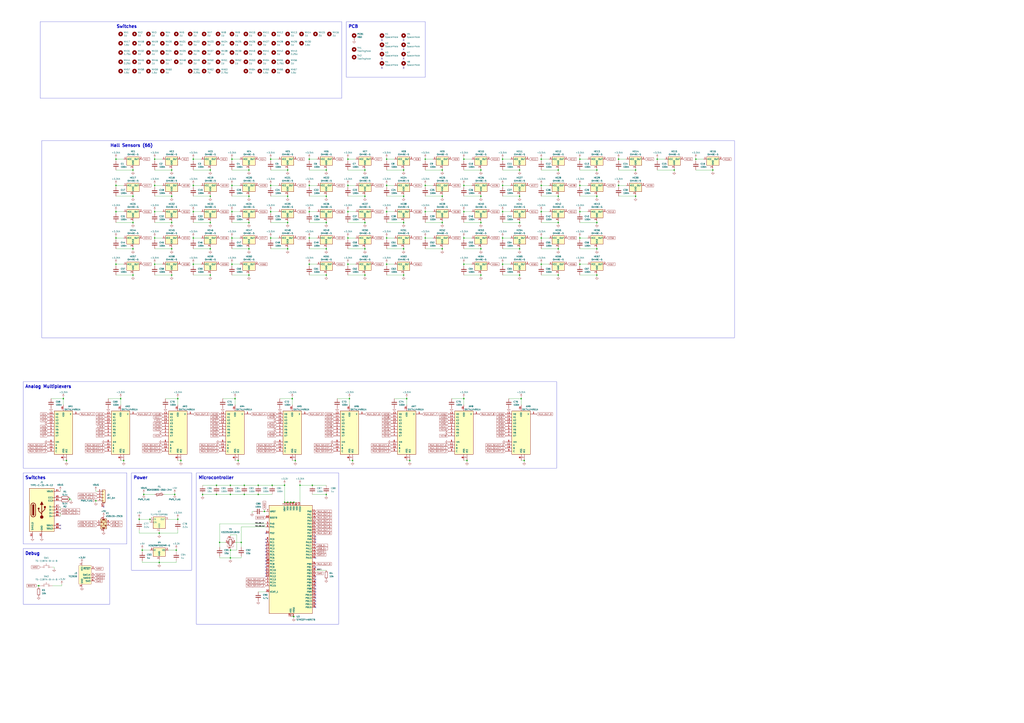
<source format=kicad_sch>
(kicad_sch (version 20250114) (generator "eeschema") (generator_version "9.0")
  (paper "A1")
  (rectangle (start 284.48 17.78) (end 349.25 63.5))
  (rectangle (start 19.05 313.69) (end 457.2 384.81))
  (rectangle (start 34.29 115.57) (end 603.25 277.622))
  (rectangle (start 107.95 388.62) (end 157.48 468.63))
  (rectangle (start 19.05 388.62) (end 104.14 447.04))
  (rectangle (start 19.05 450.85) (end 90.17 496.57))
  (rectangle (start 33.02 17.78) (end 280.67 80.772))
  (rectangle (start 161.29 388.62) (end 278.13 513.08))
  (text "Switches" (at 95.504 21.844 0) (effects (font (size 2.54 2.54) (thickness 0.508) (bold yes)) (justify left)))
  (text "Switches" (at 20.574 392.684 0) (effects (font (size 2.54 2.54) (thickness 0.508) (bold yes)) (justify left)))
  (text "Power" (at 109.474 392.684 0) (effects (font (size 2.54 2.54) (thickness 0.508) (bold yes)) (justify left)))
  (text "Debug" (at 20.574 454.914 0) (effects (font (size 2.54 2.54) (thickness 0.508) (bold yes)) (justify left)))
  (text "22 sensors/mx switches for numpad 88 total" (at -198.628 -14.478 0) (effects (font (size 4.572 4.572) (thickness 0.3556) (bold yes))))
  (text "Analog Multiplexers" (at 20.574 317.754 0) (effects (font (size 2.54 2.54) (thickness 0.508) (bold yes)) (justify left)))
  (text "Hall Sensors (66)" (at 90.424 119.634 0) (effects (font (size 2.54 2.54) (thickness 0.508) (bold yes)) (justify left)))
  (text "Microcontroller" (at 162.814 392.684 0) (effects (font (size 2.54 2.54) (thickness 0.508) (bold yes)) (justify left)))
  (text "PCB" (at 286.004 21.844 0) (effects (font (size 2.54 2.54) (thickness 0.508) (bold yes)) (justify left)))
  (junction (at 444.5 152.4))
  (junction (at 212.09 406.4))
  (junction (at 236.22 204.47))
  (junction (at 236.22 139.7))
  (junction (at 212.09 398.78))
  (junction (at 585.47 139.7))
  (junction (at 254 195.58))
  (junction (at 299.72 161.29))
  (junction (at 140.97 139.7))
  (junction (at 381 130.81))
  (junction (at 240.03 327.66))
  (junction (at 57.15 410.21))
  (junction (at 130.81 438.15))
  (junction (at 349.25 130.81))
  (junction (at 381 152.4))
  (junction (at 363.22 161.29))
  (junction (at 490.22 226.06))
  (junction (at 146.05 327.66))
  (junction (at 233.68 412.75))
  (junction (at 363.22 182.88))
  (junction (at 222.25 195.58))
  (junction (at 394.97 161.29))
  (junction (at 193.04 327.66))
  (junction (at 444.5 217.17))
  (junction (at 426.72 182.88))
  (junction (at 166.37 406.4))
  (junction (at 267.97 226.06))
  (junction (at 222.25 152.4))
  (junction (at 476.25 173.99))
  (junction (at 236.22 412.75))
  (junction (at 236.22 161.29))
  (junction (at 116.84 452.12))
  (junction (at -298.45 153.67))
  (junction (at 336.55 378.46))
  (junction (at 331.47 139.7))
  (junction (at 254 152.4))
  (junction (at 189.23 458.47))
  (junction (at 285.75 195.58))
  (junction (at 127 217.17))
  (junction (at 233.68 398.78))
  (junction (at 236.22 182.88))
  (junction (at 444.5 173.99))
  (junction (at 412.75 195.58))
  (junction (at 140.97 204.47))
  (junction (at 476.25 152.4))
  (junction (at 158.75 130.81))
  (junction (at 198.12 445.77))
  (junction (at 101.6 378.46))
  (junction (at 95.25 195.58))
  (junction (at 317.5 217.17))
  (junction (at 204.47 226.06))
  (junction (at 394.97 204.47))
  (junction (at 267.97 161.29))
  (junction (at 285.75 217.17))
  (junction (at 241.3 412.75))
  (junction (at 246.38 398.78))
  (junction (at 476.25 195.58))
  (junction (at 285.75 173.99))
  (junction (at 158.75 152.4))
  (junction (at 95.25 217.17))
  (junction (at 539.75 130.81))
  (junction (at 349.25 152.4))
  (junction (at 331.47 161.29))
  (junction (at 412.75 152.4))
  (junction (at 177.8 398.78))
  (junction (at 172.72 161.29))
  (junction (at 349.25 173.99))
  (junction (at 334.01 327.66))
  (junction (at 95.25 130.81))
  (junction (at 299.72 226.06))
  (junction (at 190.5 217.17))
  (junction (at 144.78 452.12))
  (junction (at 114.3 426.72))
  (junction (at 490.22 182.88))
  (junction (at 130.81 462.28))
  (junction (at 267.97 139.7))
  (junction (at 299.72 139.7))
  (junction (at 426.72 226.06))
  (junction (at 222.25 130.81))
  (junction (at 426.72 161.29))
  (junction (at 204.47 161.29))
  (junction (at 140.97 161.29))
  (junction (at 190.5 195.58))
  (junction (at 476.25 130.81))
  (junction (at 476.25 217.17))
  (junction (at 508 152.4))
  (junction (at 426.72 139.7))
  (junction (at 189.23 406.4))
  (junction (at 180.34 445.77))
  (junction (at 508 130.81))
  (junction (at 158.75 173.99))
  (junction (at 289.56 378.46))
  (junction (at 394.97 182.88))
  (junction (at 427.99 327.66))
  (junction (at 158.75 195.58))
  (junction (at 490.22 161.29))
  (junction (at 521.97 139.7))
  (junction (at 172.72 226.06))
  (junction (at 571.5 130.81))
  (junction (at 381 173.99))
  (junction (at 394.97 226.06))
  (junction (at 200.66 398.78))
  (junction (at 127 130.81))
  (junction (at 458.47 139.7))
  (junction (at 267.97 182.88))
  (junction (at 490.22 139.7))
  (junction (at 381 327.66))
  (junction (at 118.11 406.4))
  (junction (at 109.22 204.47))
  (junction (at 553.72 139.7))
  (junction (at 54.61 378.46))
  (junction (at 52.07 327.66))
  (junction (at 172.72 204.47))
  (junction (at 204.47 204.47))
  (junction (at 267.97 406.4))
  (junction (at 127 152.4))
  (junction (at 363.22 204.47))
  (junction (at 172.72 182.88))
  (junction (at 412.75 173.99))
  (junction (at 285.75 130.81))
  (junction (at 140.97 226.06))
  (junction (at 412.75 130.81))
  (junction (at 267.97 204.47))
  (junction (at 242.57 378.46))
  (junction (at 31.75 481.33))
  (junction (at 143.51 406.4))
  (junction (at 458.47 226.06))
  (junction (at 146.05 426.72))
  (junction (at 317.5 195.58))
  (junction (at 109.22 139.7))
  (junction (at 317.5 173.99))
  (junction (at 349.25 195.58))
  (junction (at 299.72 204.47))
  (junction (at 177.8 406.4))
  (junction (at 241.3 506.73))
  (junction (at 331.47 182.88))
  (junction (at -284.48 162.56))
  (junction (at 148.59 378.46))
  (junction (at 190.5 152.4))
  (junction (at 189.23 452.12))
  (junction (at 458.47 182.88))
  (junction (at 78.74 411.48))
  (junction (at 444.5 130.81))
  (junction (at 317.5 130.81))
  (junction (at 490.22 204.47))
  (junction (at 299.72 182.88))
  (junction (at 285.75 152.4))
  (junction (at 195.58 378.46))
  (junction (at 521.97 161.29))
  (junction (at 95.25 152.4))
  (junction (at 254 173.99))
  (junction (at 204.47 182.88))
  (junction (at 217.17 420.37))
  (junction (at 331.47 204.47))
  (junction (at 254 130.81))
  (junction (at 190.5 173.99))
  (junction (at 383.54 378.46))
  (junction (at 363.22 139.7))
  (junction (at 381 217.17))
  (junction (at 99.06 327.66))
  (junction (at 109.22 226.06))
  (junction (at 123.19 426.72))
  (junction (at 204.47 139.7))
  (junction (at 394.97 139.7))
  (junction (at 158.75 217.17))
  (junction (at 238.76 412.75))
  (junction (at 458.47 161.29))
  (junction (at 317.5 152.4))
  (junction (at 172.72 139.7))
  (junction (at 254 217.17))
  (junction (at 127 195.58))
  (junction (at 381 195.58))
  (junction (at 222.25 173.99))
  (junction (at 109.22 161.29))
  (junction (at 223.52 398.78))
  (junction (at 190.5 130.81))
  (junction (at 200.66 406.4))
  (junction (at 189.23 398.78))
  (junction (at 256.54 398.78))
  (junction (at 458.47 204.47))
  (junction (at 430.53 378.46))
  (junction (at 426.72 204.47))
  (junction (at 95.25 173.99))
  (junction (at 140.97 182.88))
  (junction (at 287.02 327.66))
  (junction (at 444.5 195.58))
  (junction (at 412.75 217.17))
  (junction (at 109.22 182.88))
  (junction (at 331.47 226.06))
  (junction (at 127 173.99))
  (no_connect (at 218.44 473.71))
  (no_connect (at 49.53 434.34))
  (no_connect (at 259.08 488.95))
  (no_connect (at 85.09 416.56))
  (no_connect (at 259.08 486.41))
  (no_connect (at 259.08 445.77))
  (no_connect (at 331.47 55.88))
  (no_connect (at 218.44 438.15))
  (no_connect (at 49.53 431.8))
  (no_connect (at 259.08 481.33))
  (no_connect (at 313.69 55.88))
  (no_connect (at 331.47 40.64))
  (no_connect (at 259.08 466.09))
  (no_connect (at 313.69 48.26))
  (no_connect (at 218.44 463.55))
  (no_connect (at 218.44 461.01))
  (no_connect (at 313.69 33.02))
  (no_connect (at 218.44 445.77))
  (no_connect (at 259.08 491.49))
  (no_connect (at 259.08 440.69))
  (no_connect (at 313.69 40.64))
  (no_connect (at 218.44 455.93))
  (no_connect (at 218.44 471.17))
  (no_connect (at 259.08 478.79))
  (no_connect (at 259.08 494.03))
  (no_connect (at 259.08 443.23))
  (no_connect (at 218.44 448.31))
  (no_connect (at 259.08 476.25))
  (no_connect (at 218.44 468.63))
  (no_connect (at 259.08 458.47))
  (no_connect (at 259.08 473.71))
  (no_connect (at 331.47 48.26))
  (no_connect (at 218.44 443.23))
  (no_connect (at 218.44 458.47))
  (no_connect (at 259.08 496.57))
  (no_connect (at 218.44 450.85))
  (no_connect (at 259.08 483.87))
  (no_connect (at 331.47 33.02))
  (no_connect (at 259.08 499.11))
  (no_connect (at 218.44 466.09))
  (no_connect (at 218.44 453.39))
  (wire (pts (xy 246.38 398.78) (xy 246.38 412.75)))
  (wire (pts (xy 349.25 195.58) (xy 355.6 195.58)))
  (wire (pts (xy 95.25 182.88) (xy 109.22 182.88)))
  (wire (pts (xy 95.25 196.85) (xy 95.25 195.58)))
  (wire (pts (xy 254 129.54) (xy 254 130.81)))
  (wire (pts (xy 317.5 129.54) (xy 317.5 130.81)))
  (wire (pts (xy 236.22 204.47) (xy 236.22 205.74)))
  (wire (pts (xy 218.44 433.07) (xy 198.12 433.07)))
  (wire (pts (xy 114.3 426.72) (xy 123.19 426.72)))
  (wire (pts (xy 57.15 408.94) (xy 57.15 410.21)))
  (wire (pts (xy 267.97 161.29) (xy 267.97 160.02)))
  (wire (pts (xy 381 161.29) (xy 394.97 161.29)))
  (wire (pts (xy 114.3 435.61) (xy 114.3 438.15)))
  (wire (pts (xy 412.75 139.7) (xy 426.72 139.7)))
  (wire (pts (xy 539.75 132.08) (xy 539.75 130.81)))
  (wire (pts (xy 95.25 153.67) (xy 95.25 152.4)))
  (wire (pts (xy 299.72 161.29) (xy 299.72 160.02)))
  (wire (pts (xy 198.12 445.77) (xy 198.12 449.58)))
  (wire (pts (xy 331.47 182.88) (xy 331.47 184.15)))
  (wire (pts (xy 109.22 226.06) (xy 109.22 224.79)))
  (wire (pts (xy 349.25 130.81) (xy 355.6 130.81)))
  (wire (pts (xy 336.55 378.46) (xy 336.55 379.73)))
  (wire (pts (xy 146.05 326.39) (xy 146.05 327.66)))
  (wire (pts (xy 267.97 407.67) (xy 267.97 406.4)))
  (wire (pts (xy 417.83 327.66) (xy 427.99 327.66)))
  (wire (pts (xy 135.89 327.66) (xy 146.05 327.66)))
  (wire (pts (xy 222.25 194.31) (xy 222.25 195.58)))
  (wire (pts (xy 285.75 194.31) (xy 285.75 195.58)))
  (wire (pts (xy 58.42 411.48) (xy 58.42 410.21)))
  (wire (pts (xy 204.47 204.47) (xy 204.47 203.2)))
  (wire (pts (xy 444.5 130.81) (xy 450.85 130.81)))
  (wire (pts (xy 317.5 218.44) (xy 317.5 217.17)))
  (wire (pts (xy 254 215.9) (xy 254 217.17)))
  (wire (pts (xy 521.97 139.7) (xy 521.97 138.43)))
  (wire (pts (xy 317.5 130.81) (xy 323.85 130.81)))
  (wire (pts (xy 412.75 182.88) (xy 426.72 182.88)))
  (wire (pts (xy 241.3 508) (xy 241.3 506.73)))
  (wire (pts (xy 426.72 161.29) (xy 426.72 162.56)))
  (wire (pts (xy 394.97 161.29) (xy 394.97 160.02)))
  (wire (pts (xy 222.25 151.13) (xy 222.25 152.4)))
  (wire (pts (xy 140.97 226.06) (xy 140.97 227.33)))
  (wire (pts (xy 158.75 218.44) (xy 158.75 217.17)))
  (wire (pts (xy 412.75 196.85) (xy 412.75 195.58)))
  (wire (pts (xy 158.75 139.7) (xy 172.72 139.7)))
  (wire (pts (xy 127 151.13) (xy 127 152.4)))
  (wire (pts (xy -284.48 162.56) (xy -284.48 161.29)))
  (wire (pts (xy 381 327.66) (xy 381 332.74)))
  (wire (pts (xy 444.5 139.7) (xy 458.47 139.7)))
  (wire (pts (xy 317.5 152.4) (xy 323.85 152.4)))
  (wire (pts (xy 127 172.72) (xy 127 173.99)))
  (wire (pts (xy 254 218.44) (xy 254 217.17)))
  (wire (pts (xy 116.84 461.01) (xy 116.84 462.28)))
  (wire (pts (xy 458.47 161.29) (xy 458.47 162.56)))
  (wire (pts (xy 427.99 327.66) (xy 427.99 332.74)))
  (wire (pts (xy 127 218.44) (xy 127 217.17)))
  (wire (pts (xy 127 175.26) (xy 127 173.99)))
  (wire (pts (xy 412.75 226.06) (xy 426.72 226.06)))
  (wire (pts (xy 349.25 152.4) (xy 355.6 152.4)))
  (wire (pts (xy 130.81 438.15) (xy 130.81 439.42)))
  (wire (pts (xy 349.25 196.85) (xy 349.25 195.58)))
  (wire (pts (xy 412.75 129.54) (xy 412.75 130.81)))
  (wire (pts (xy 189.23 440.69) (xy 189.23 439.42)))
  (wire (pts (xy 317.5 215.9) (xy 317.5 217.17)))
  (wire (pts (xy 116.84 450.85) (xy 116.84 452.12)))
  (wire (pts (xy 571.5 132.08) (xy 571.5 130.81)))
  (wire (pts (xy 458.47 204.47) (xy 458.47 203.2)))
  (wire (pts (xy 363.22 161.29) (xy 363.22 162.56)))
  (wire (pts (xy 412.75 152.4) (xy 419.1 152.4)))
  (wire (pts (xy 189.23 452.12) (xy 189.23 458.47)))
  (wire (pts (xy 444.5 173.99) (xy 450.85 173.99)))
  (wire (pts (xy 140.97 182.88) (xy 140.97 181.61)))
  (wire (pts (xy 95.25 215.9) (xy 95.25 217.17)))
  (wire (pts (xy 412.75 153.67) (xy 412.75 152.4)))
  (wire (pts (xy 285.75 152.4) (xy 292.1 152.4)))
  (wire (pts (xy 240.03 327.66) (xy 240.03 332.74)))
  (wire (pts (xy 166.37 406.4) (xy 177.8 406.4)))
  (wire (pts (xy 31.75 481.33) (xy 31.75 482.6)))
  (wire (pts (xy 521.97 161.29) (xy 521.97 162.56)))
  (wire (pts (xy 444.5 196.85) (xy 444.5 195.58)))
  (wire (pts (xy 381 378.46) (xy 383.54 378.46)))
  (wire (pts (xy 212.09 406.4) (xy 223.52 406.4)))
  (wire (pts (xy 49.53 416.56) (xy 49.53 419.1)))
  (wire (pts (xy 259.08 468.63) (xy 267.97 468.63)))
  (wire (pts (xy 143.51 406.4) (xy 134.62 406.4)))
  (wire (pts (xy 476.25 151.13) (xy 476.25 152.4)))
  (wire (pts (xy 458.47 226.06) (xy 458.47 227.33)))
  (wire (pts (xy 412.75 215.9) (xy 412.75 217.17)))
  (wire (pts (xy 267.97 204.47) (xy 267.97 205.74)))
  (wire (pts (xy 331.47 161.29) (xy 331.47 162.56)))
  (wire (pts (xy 146.05 426.72) (xy 146.05 427.99)))
  (wire (pts (xy 246.38 398.78) (xy 256.54 398.78)))
  (wire (pts (xy 334.01 327.66) (xy 334.01 332.74)))
  (wire (pts (xy 41.91 327.66) (xy 52.07 327.66)))
  (wire (pts (xy 215.9 420.37) (xy 217.17 420.37)))
  (wire (pts (xy 381 173.99) (xy 387.35 173.99)))
  (wire (pts (xy 476.25 217.17) (xy 482.6 217.17)))
  (wire (pts (xy 476.25 182.88) (xy 490.22 182.88)))
  (wire (pts (xy 412.75 151.13) (xy 412.75 152.4)))
  (wire (pts (xy 146.05 327.66) (xy 146.05 332.74)))
  (wire (pts (xy 172.72 226.06) (xy 172.72 224.79)))
  (wire (pts (xy 381 194.31) (xy 381 195.58)))
  (wire (pts (xy 127 195.58) (xy 133.35 195.58)))
  (wire (pts (xy 190.5 194.31) (xy 190.5 195.58)))
  (wire (pts (xy 118.11 405.13) (xy 118.11 406.4)))
  (wire (pts (xy 458.47 139.7) (xy 458.47 138.43)))
  (wire (pts (xy 158.75 132.08) (xy 158.75 130.81)))
  (wire (pts (xy 95.25 130.81) (xy 101.6 130.81)))
  (wire (pts (xy 349.25 204.47) (xy 363.22 204.47)))
  (wire (pts (xy 444.5 129.54) (xy 444.5 130.81)))
  (wire (pts (xy 394.97 226.06) (xy 394.97 227.33)))
  (wire (pts (xy 95.25 132.08) (xy 95.25 130.81)))
  (wire (pts (xy 317.5 217.17) (xy 323.85 217.17)))
  (wire (pts (xy 539.75 130.81) (xy 546.1 130.81)))
  (wire (pts (xy 88.9 327.66) (xy 99.06 327.66)))
  (wire (pts (xy 127 194.31) (xy 127 195.58)))
  (wire (pts (xy 476.25 130.81) (xy 482.6 130.81)))
  (wire (pts (xy 95.25 129.54) (xy 95.25 130.81)))
  (wire (pts (xy 381 152.4) (xy 387.35 152.4)))
  (wire (pts (xy 204.47 161.29) (xy 204.47 162.56)))
  (wire (pts (xy 458.47 182.88) (xy 458.47 184.15)))
  (wire (pts (xy 331.47 226.06) (xy 331.47 227.33)))
  (wire (pts (xy 285.75 175.26) (xy 285.75 173.99)))
  (wire (pts (xy 285.75 195.58) (xy 292.1 195.58)))
  (wire (pts (xy 52.07 327.66) (xy 52.07 332.74)))
  (wire (pts (xy 212.09 398.78) (xy 223.52 398.78)))
  (wire (pts (xy -284.48 162.56) (xy -284.48 163.83)))
  (wire (pts (xy 349.25 161.29) (xy 363.22 161.29)))
  (wire (pts (xy 426.72 226.06) (xy 426.72 227.33)))
  (wire (pts (xy 490.22 139.7) (xy 490.22 138.43)))
  (wire (pts (xy 127 130.81) (xy 133.35 130.81)))
  (wire (pts (xy 189.23 452.12) (xy 189.23 450.85)))
  (wire (pts (xy 52.07 326.39) (xy 52.07 327.66)))
  (wire (pts (xy 148.59 378.46) (xy 148.59 379.73)))
  (wire (pts (xy 95.25 173.99) (xy 101.6 173.99)))
  (wire (pts (xy 204.47 182.88) (xy 204.47 184.15)))
  (wire (pts (xy 54.61 378.46) (xy 54.61 379.73)))
  (wire (pts (xy 394.97 226.06) (xy 394.97 224.79)))
  (wire (pts (xy 331.47 204.47) (xy 331.47 203.2)))
  (wire (pts (xy 78.74 402.59) (xy 78.74 403.86)))
  (wire (pts (xy 458.47 139.7) (xy 458.47 140.97)))
  (wire (pts (xy 412.75 130.81) (xy 419.1 130.81)))
  (wire (pts (xy 190.5 175.26) (xy 190.5 173.99)))
  (wire (pts (xy 204.47 226.06) (xy 204.47 224.79)))
  (wire (pts (xy 254 194.31) (xy 254 195.58)))
  (wire (pts (xy 381 175.26) (xy 381 173.99)))
  (wire (pts (xy 458.47 182.88) (xy 458.47 181.61)))
  (wire (pts (xy 190.5 139.7) (xy 204.47 139.7)))
  (wire (pts (xy 412.75 173.99) (xy 419.1 173.99)))
  (wire (pts (xy 240.03 378.46) (xy 242.57 378.46)))
  (wire (pts (xy 190.5 152.4) (xy 196.85 152.4)))
  (wire (pts (xy 182.88 327.66) (xy 193.04 327.66)))
  (wire (pts (xy 267.97 139.7) (xy 267.97 140.97)))
  (wire (pts (xy 158.75 204.47) (xy 172.72 204.47)))
  (wire (pts (xy 52.07 378.46) (xy 54.61 378.46)))
  (wire (pts (xy 381 215.9) (xy 381 217.17)))
  (wire (pts (xy 44.45 466.09) (xy 43.18 466.09)))
  (wire (pts (xy 236.22 161.29) (xy 236.22 162.56)))
  (wire (pts (xy 349.25 129.54) (xy 349.25 130.81)))
  (wire (pts (xy 189.23 458.47) (xy 198.12 458.47)))
  (wire (pts (xy 430.53 378.46) (xy 430.53 379.73)))
  (wire (pts (xy 140.97 204.47) (xy 140.97 203.2)))
  (wire (pts (xy 138.43 426.72) (xy 146.05 426.72)))
  (wire (pts (xy 426.72 139.7) (xy 426.72 140.97)))
  (wire (pts (xy 444.5 217.17) (xy 450.85 217.17)))
  (wire (pts (xy 180.34 458.47) (xy 189.23 458.47)))
  (wire (pts (xy 254 204.47) (xy 267.97 204.47)))
  (wire (pts (xy 254 226.06) (xy 267.97 226.06)))
  (wire (pts (xy 444.5 175.26) (xy 444.5 173.99)))
  (wire (pts (xy 172.72 226.06) (xy 172.72 227.33)))
  (wire (pts (xy 222.25 132.08) (xy 222.25 130.81)))
  (wire (pts (xy 31.75 481.33) (xy 33.02 481.33)))
  (wire (pts (xy 331.47 161.29) (xy 331.47 160.02)))
  (wire (pts (xy 267.97 139.7) (xy 267.97 138.43)))
  (wire (pts (xy 146.05 438.15) (xy 146.05 435.61)))
  (wire (pts (xy 287.02 326.39) (xy 287.02 327.66)))
  (wire (pts (xy 194.31 452.12) (xy 189.23 452.12)))
  (wire (pts (xy 334.01 378.46) (xy 336.55 378.46)))
  (wire (pts (xy 299.72 182.88) (xy 299.72 184.15)))
  (wire (pts (xy 287.02 378.46) (xy 289.56 378.46)))
  (wire (pts (xy 208.28 420.37) (xy 207.01 420.37)))
  (wire (pts (xy 158.75 173.99) (xy 165.1 173.99)))
  (wire (pts (xy 317.5 172.72) (xy 317.5 173.99)))
  (wire (pts (xy 381 130.81) (xy 387.35 130.81)))
  (wire (pts (xy 95.25 226.06) (xy 109.22 226.06)))
  (wire (pts (xy 95.25 161.29) (xy 109.22 161.29)))
  (wire (pts (xy 349.25 139.7) (xy 363.22 139.7)))
  (wire (pts (xy 476.25 196.85) (xy 476.25 195.58)))
  (wire (pts (xy 109.22 226.06) (xy 109.22 227.33)))
  (wire (pts (xy 80.01 411.48) (xy 78.74 411.48)))
  (wire (pts (xy 198.12 433.07) (xy 198.12 445.77)))
  (wire (pts (xy 490.22 204.47) (xy 490.22 203.2)))
  (wire (pts (xy 254 182.88) (xy 267.97 182.88)))
  (wire (pts (xy 426.72 161.29) (xy 426.72 160.02)))
  (wire (pts (xy 412.75 204.47) (xy 426.72 204.47)))
  (wire (pts (xy 381 195.58) (xy 387.35 195.58)))
  (wire (pts (xy 172.72 182.88) (xy 172.72 181.61)))
  (wire (pts (xy 317.5 196.85) (xy 317.5 195.58)))
  (wire (pts (xy 130.81 438.15) (xy 146.05 438.15)))
  (wire (pts (xy 127 129.54) (xy 127 130.81)))
  (wire (pts (xy 508 129.54) (xy 508 130.81)))
  (wire (pts (xy 158.75 172.72) (xy 158.75 173.99)))
  (wire (pts (xy 198.12 445.77) (xy 193.04 445.77)))
  (wire (pts (xy 317.5 194.31) (xy 317.5 195.58)))
  (wire (pts (xy 95.25 218.44) (xy 95.25 217.17)))
  (wire (pts (xy 95.25 151.13) (xy 95.25 152.4)))
  (wire (pts (xy 190.5 217.17) (xy 196.85 217.17)))
  (wire (pts (xy 144.78 452.12) (xy 144.78 453.39)))
  (wire (pts (xy 289.56 378.46) (xy 289.56 379.73)))
  (wire (pts (xy 334.01 326.39) (xy 334.01 327.66)))
  (wire (pts (xy 190.5 129.54) (xy 190.5 130.81)))
  (wire (pts (xy 140.97 139.7) (xy 140.97 138.43)))
  (wire (pts (xy 193.04 378.46) (xy 195.58 378.46)))
  (wire (pts (xy 127 182.88) (xy 140.97 182.88)))
  (wire (pts (xy 553.72 139.7) (xy 553.72 138.43)))
  (wire (pts (xy 285.75 139.7) (xy 299.72 139.7)))
  (wire (pts (xy 236.22 161.29) (xy 236.22 160.02)))
  (wire (pts (xy 109.22 204.47) (xy 109.22 205.74)))
  (wire (pts (xy 394.97 182.88) (xy 394.97 181.61)))
  (wire (pts (xy 317.5 132.08) (xy 317.5 130.81)))
  (wire (pts (xy 412.75 195.58) (xy 419.1 195.58)))
  (wire (pts (xy 553.72 139.7) (xy 553.72 140.97)))
  (wire (pts (xy 140.97 204.47) (xy 140.97 205.74)))
  (wire (pts (xy 476.25 218.44) (xy 476.25 217.17)))
  (wire (pts (xy 349.25 182.88) (xy 363.22 182.88)))
  (wire (pts (xy 109.22 182.88) (xy 109.22 181.61)))
  (wire (pts (xy 190.5 182.88) (xy 204.47 182.88)))
  (wire (pts (xy 444.5 152.4) (xy 450.85 152.4)))
  (wire (pts (xy 285.75 151.13) (xy 285.75 152.4)))
  (wire (pts (xy 222.25 173.99) (xy 228.6 173.99)))
  (wire (pts (xy 254 161.29) (xy 267.97 161.29)))
  (wire (pts (xy 426.72 139.7) (xy 426.72 138.43)))
  (wire (pts (xy 189.23 406.4) (xy 200.66 406.4)))
  (wire (pts (xy 144.78 450.85) (xy 144.78 452.12)))
  (wire (pts (xy 490.22 161.29) (xy 490.22 162.56)))
  (wire (pts (xy 254 175.26) (xy 254 173.99)))
  (wire (pts (xy 254 173.99) (xy 260.35 173.99)))
  (wire (pts (xy 222.25 196.85) (xy 222.25 195.58)))
  (wire (pts (xy 317.5 182.88) (xy 331.47 182.88)))
  (wire (pts (xy 444.5 204.47) (xy 458.47 204.47)))
  (wire (pts (xy 381 182.88) (xy 394.97 182.88)))
  (wire (pts (xy 317.5 195.58) (xy 323.85 195.58)))
  (wire (pts (xy 194.31 439.42) (xy 194.31 452.12)))
  (wire (pts (xy 158.75 194.31) (xy 158.75 195.58)))
  (wire (pts (xy 285.75 204.47) (xy 299.72 204.47)))
  (wire (pts (xy 508 132.08) (xy 508 130.81)))
  (wire (pts (xy 299.72 226.06) (xy 299.72 224.79)))
  (wire (pts (xy 185.42 445.77) (xy 180.34 445.77)))
  (wire (pts (xy 476.25 215.9) (xy 476.25 217.17)))
  (wire (pts (xy 267.97 204.47) (xy 267.97 203.2)))
  (wire (pts (xy 331.47 182.88) (xy 331.47 181.61)))
  (wire (pts (xy 254 153.67) (xy 254 152.4)))
  (wire (pts (xy 317.5 153.67) (xy 317.5 152.4)))
  (wire (pts (xy 50.8 480.06) (xy 50.8 481.33)))
  (wire (pts (xy 381 172.72) (xy 381 173.99)))
  (wire (pts (xy 412.75 175.26) (xy 412.75 173.99)))
  (wire (pts (xy 444.5 195.58) (xy 450.85 195.58)))
  (wire (pts (xy 458.47 226.06) (xy 458.47 224.79)))
  (wire (pts (xy 444.5 218.44) (xy 444.5 217.17)))
  (wire (pts (xy 158.75 182.88) (xy 172.72 182.88)))
  (wire (pts (xy 444.5 194.31) (xy 444.5 195.58)))
  (wire (pts (xy 189.23 459.74) (xy 189.23 458.47)))
  (wire (pts (xy 285.75 226.06) (xy 299.72 226.06)))
  (wire (pts (xy 109.22 161.29) (xy 109.22 160.02)))
  (wire (pts (xy 476.25 161.29) (xy 490.22 161.29)))
  (wire (pts (xy 233.68 398.78) (xy 233.68 412.75)))
  (wire (pts (xy 222.25 139.7) (xy 236.22 139.7)))
  (wire (pts (xy 189.23 398.78) (xy 200.66 398.78)))
  (wire (pts (xy 299.72 161.29) (xy 299.72 162.56)))
  (wire (pts (xy 222.25 130.81) (xy 228.6 130.81)))
  (wire (pts (xy 233.68 412.75) (xy 236.22 412.75)))
  (wire (pts (xy 190.5 161.29) (xy 204.47 161.29)))
  (wire (pts (xy 95.25 195.58) (xy 101.6 195.58)))
  (wire (pts (xy 190.5 215.9) (xy 190.5 217.17)))
  (wire (pts (xy 254 217.17) (xy 260.35 217.17)))
  (wire (pts (xy 222.25 204.47) (xy 236.22 204.47)))
  (wire (pts (xy 114.3 427.99) (xy 114.3 426.72)))
  (wire (pts (xy 140.97 161.29) (xy 140.97 160.02)))
  (wire (pts (xy 95.25 172.72) (xy 95.25 173.99)))
  (wire (pts (xy 118.11 406.4) (xy 127 406.4)))
  (wire (pts (xy 476.25 226.06) (xy 490.22 226.06)))
  (wire (pts (xy 394.97 161.29) (xy 394.97 162.56)))
  (wire (pts (xy 127 226.06) (xy 140.97 226.06)))
  (wire (pts (xy 254 132.08) (xy 254 130.81)))
  (wire (pts (xy 394.97 139.7) (xy 394.97 140.97)))
  (wire (pts (xy 476.25 173.99) (xy 482.6 173.99)))
  (wire (pts (xy 381 217.17) (xy 387.35 217.17)))
  (wire (pts (xy 381 129.54) (xy 381 130.81)))
  (wire (pts (xy -298.45 162.56) (xy -284.48 162.56)))
  (wire (pts (xy 349.25 173.99) (xy 355.6 173.99)))
  (wire (pts (xy 223.52 398.78) (xy 233.68 398.78)))
  (wire (pts (xy 58.42 410.21) (xy 57.15 410.21)))
  (wire (pts (xy 44.45 467.36) (xy 44.45 466.09)))
  (wire (pts (xy 267.97 182.88) (xy 267.97 181.61)))
  (wire (pts (xy 490.22 161.29) (xy 490.22 160.02)))
  (wire (pts (xy 212.09 486.41) (xy 218.44 486.41)))
  (wire (pts (xy 204.47 139.7) (xy 204.47 138.43)))
  (wire (pts (xy 95.25 194.31) (xy 95.25 195.58)))
  (wire (pts (xy 508 139.7) (xy 521.97 139.7)))
  (wire (pts (xy 57.15 410.21) (xy 57.15 411.48)))
  (wire (pts (xy 140.97 161.29) (xy 140.97 162.56)))
  (wire (pts (xy 254 151.13) (xy 254 152.4)))
  (wire (pts (xy 246.38 397.51) (xy 246.38 398.78)))
  (wire (pts (xy 381 151.13) (xy 381 152.4)))
  (wire (pts (xy 158.75 196.85) (xy 158.75 195.58)))
  (wire (pts (xy 458.47 204.47) (xy 458.47 205.74)))
  (wire (pts (xy 426.72 204.47) (xy 426.72 203.2)))
  (wire (pts (xy 381 196.85) (xy 381 195.58)))
  (wire (pts (xy 242.57 378.46) (xy 242.57 379.73)))
  (wire (pts (xy 200.66 406.4) (xy 212.09 406.4)))
  (wire (pts (xy 78.74 403.86) (xy 80.01 403.86)))
  (wire (pts (xy 363.22 161.29) (xy 363.22 160.02)))
  (wire (pts (xy 127 204.47) (xy 140.97 204.47)))
  (wire (pts (xy 222.25 175.26) (xy 222.25 173.99)))
  (wire (pts (xy 177.8 398.78) (xy 189.23 398.78)))
  (wire (pts (xy 99.06 326.39) (xy 99.06 327.66)))
  (wire (pts (xy 508 151.13) (xy 508 152.4)))
  (wire (pts (xy 123.19 452.12) (xy 116.84 452.12)))
  (wire (pts (xy 222.25 172.72) (xy 222.25 173.99)))
  (wire (pts (xy 539.75 139.7) (xy 553.72 139.7)))
  (wire (pts (xy 222.25 153.67) (xy 222.25 152.4)))
  (wire (pts (xy -298.45 153.67) (xy -292.1 153.67)))
  (wire (pts (xy 349.25 132.08) (xy 349.25 130.81)))
  (wire (pts (xy 476.25 132.08) (xy 476.25 130.81)))
  (wire (pts (xy 140.97 139.7) (xy 140.97 140.97)))
  (wire (pts (xy 130.81 436.88) (xy 130.81 438.15)))
  (wire (pts (xy 394.97 182.88) (xy 394.97 184.15)))
  (wire (pts (xy 190.5 204.47) (xy 204.47 204.47)))
  (wire (pts (xy 331.47 204.47) (xy 331.47 205.74)))
  (wire (pts (xy 190.5 151.13) (xy 190.5 152.4)))
  (wire (pts (xy 381 132.08) (xy 381 130.81)))
  (wire (pts (xy 381 153.67) (xy 381 152.4)))
  (wire (pts (xy 204.47 204.47) (xy 204.47 205.74)))
  (wire (pts (xy 146.05 378.46) (xy 148.59 378.46)))
  (wire (pts (xy 101.6 378.46) (xy 101.6 379.73)))
  (wire (pts (xy 444.5 161.29) (xy 458.47 161.29)))
  (wire (pts (xy 200.66 398.78) (xy 212.09 398.78)))
  (wire (pts (xy 476.25 139.7) (xy 490.22 139.7)))
  (wire (pts (xy 217.17 419.1) (xy 217.17 420.37)))
  (wire (pts (xy 158.75 161.29) (xy 172.72 161.29)))
  (wire (pts (xy 180.34 445.77) (xy 180.34 449.58)))
  (wire (pts (xy 299.72 204.47) (xy 299.72 203.2)))
  (wire (pts (xy 116.84 462.28) (xy 130.81 462.28)))
  (wire (pts (xy 158.75 215.9) (xy 158.75 217.17)))
  (wire (pts (xy 172.72 161.29) (xy 172.72 162.56)))
  (wire (pts (xy 381 218.44) (xy 381 217.17)))
  (wire (pts (xy 254 195.58) (xy 260.35 195.58)))
  (wire (pts (xy 190.5 132.08) (xy 190.5 130.81)))
  (wire (pts (xy 189.23 439.42) (xy 194.31 439.42)))
  (wire (pts (xy 476.25 172.72) (xy 476.25 173.99)))
  (wire (pts (xy 323.85 327.66) (xy 334.01 327.66)))
  (wire (pts (xy 458.47 161.29) (xy 458.47 160.02)))
  (wire (pts (xy 127 153.67) (xy 127 152.4)))
  (wire (pts (xy 287.02 327.66) (xy 287.02 332.74)))
  (wire (pts (xy 349.25 172.72) (xy 349.25 173.99)))
  (wire (pts (xy 381 226.06) (xy 394.97 226.06)))
  (wire (pts (xy 381 139.7) (xy 394.97 139.7)))
  (wire (pts (xy 190.5 130.81) (xy 196.85 130.81)))
  (wire (pts (xy 217.17 420.37) (xy 218.44 420.37)))
  (wire (pts (xy 426.72 182.88) (xy 426.72 184.15)))
  (wire (pts (xy 207.01 420.37) (xy 207.01 421.64)))
  (wire (pts (xy 317.5 173.99) (xy 323.85 173.99)))
  (wire (pts (xy 236.22 182.88) (xy 236.22 184.15)))
  (wire (pts (xy 236.22 204.47) (xy 236.22 203.2)))
  (wire (pts (xy 190.5 196.85) (xy 190.5 195.58)))
  (wire (pts (xy 95.25 152.4) (xy 101.6 152.4)))
  (wire (pts (xy 198.12 458.47) (xy 198.12 457.2)))
  (wire (pts (xy 236.22 139.7) (xy 236.22 140.97)))
  (wire (pts (xy 127 215.9) (xy 127 217.17)))
  (wire (pts (xy 30.48 481.33) (xy 31.75 481.33)))
  (wire (pts (xy 285.75 215.9) (xy 285.75 217.17)))
  (wire (pts (xy 285.75 153.67) (xy 285.75 152.4)))
  (wire (pts (xy 158.75 226.06) (xy 172.72 226.06)))
  (wire (pts (xy 444.5 226.06) (xy 458.47 226.06)))
  (wire (pts (xy 158.75 152.4) (xy 165.1 152.4)))
  (wire (pts (xy 267.97 226.06) (xy 267.97 224.79)))
  (wire (pts (xy 476.25 195.58) (xy 482.6 195.58)))
  (wire (pts (xy 172.72 204.47) (xy 172.72 203.2)))
  (wire (pts (xy 267.97 182.88) (xy 267.97 184.15)))
  (wire (pts (xy 127 132.08) (xy 127 130.81)))
  (wire (pts (xy 193.04 327.66) (xy 193.04 332.74)))
  (wire (pts (xy 127 217.17) (xy 133.35 217.17)))
  (wire (pts (xy 158.75 217.17) (xy 165.1 217.17)))
  (wire (pts (xy 363.22 182.88) (xy 363.22 181.61)))
  (wire (pts (xy 490.22 139.7) (xy 490.22 140.97)))
  (wire (pts (xy 204.47 161.29) (xy 204.47 160.02)))
  (wire (pts (xy 381 326.39) (xy 381 327.66)))
  (wire (pts (xy 222.25 195.58) (xy 228.6 195.58)))
  (wire (pts (xy 140.97 182.88) (xy 140.97 184.15)))
  (wire (pts (xy 412.75 217.17) (xy 419.1 217.17)))
  (wire (pts (xy 144.78 462.28) (xy 144.78 461.01)))
  (wire (pts (xy 114.3 425.45) (xy 114.3 426.72)))
  (wire (pts (xy 146.05 425.45) (xy 146.05 426.72)))
  (wire (pts (xy 130.81 462.28) (xy 144.78 462.28)))
  (wire (pts (xy 95.25 139.7) (xy 109.22 139.7)))
  (wire (pts (xy 476.25 204.47) (xy 490.22 204.47)))
  (wire (pts (xy 317.5 151.13) (xy 317.5 152.4)))
  (wire (pts (xy 394.97 204.47) (xy 394.97 205.74)))
  (wire (pts (xy 180.34 445.77) (xy 180.34 430.53)))
  (wire (pts (xy 99.06 378.46) (xy 101.6 378.46)))
  (wire (pts (xy 490.22 226.06) (xy 490.22 224.79)))
  (wire (pts (xy 267.97 161.29) (xy 267.97 162.56)))
  (wire (pts (xy 349.25 175.26) (xy 349.25 173.99)))
  (wire (pts (xy 180.34 430.53) (xy 218.44 430.53)))
  (wire (pts (xy 476.25 175.26) (xy 476.25 173.99)))
  (wire (pts (xy 412.75 194.31) (xy 412.75 195.58)))
  (wire (pts (xy 490.22 226.06) (xy 490.22 227.33)))
  (wire (pts (xy 370.84 327.66) (xy 381 327.66)))
  (wire (pts (xy 130.81 459.74) (xy 130.81 462.28)))
  (wire (pts (xy 331.47 226.06) (xy 331.47 224.79)))
  (wire (pts (xy 172.72 182.88) (xy 172.72 184.15)))
  (wire (pts (xy 363.22 182.88) (xy 363.22 184.15)))
  (wire (pts (xy 158.75 195.58) (xy 165.1 195.58)))
  (wire (pts (xy 490.22 204.47) (xy 490.22 205.74)))
  (wire (pts (xy 236.22 412.75) (xy 238.76 412.75)))
  (wire (pts (xy 285.75 218.44) (xy 285.75 217.17)))
  (wire (pts (xy 585.47 139.7) (xy 585.47 138.43)))
  (wire (pts (xy 521.97 139.7) (xy 521.97 140.97)))
  (wire (pts (xy 95.25 175.26) (xy 95.25 173.99)))
  (wire (pts (xy 256.54 398.78) (xy 267.97 398.78)))
  (wire (pts (xy 222.25 129.54) (xy 222.25 130.81)))
  (wire (pts (xy 285.75 182.88) (xy 299.72 182.88)))
  (wire (pts (xy 508 130.81) (xy 514.35 130.81)))
  (wire (pts (xy 204.47 182.88) (xy 204.47 181.61)))
  (wire (pts (xy 233.68 397.51) (xy 233.68 398.78)))
  (wire (pts (xy 571.5 130.81) (xy 577.85 130.81)))
  (wire (pts (xy 109.22 139.7) (xy 109.22 140.97)))
  (wire (pts (xy 285.75 161.29) (xy 299.72 161.29)))
  (wire (pts (xy 317.5 226.06) (xy 331.47 226.06)))
  (wire (pts (xy 190.5 226.06) (xy 204.47 226.06)))
  (wire (pts (xy 349.25 151.13) (xy 349.25 152.4)))
  (wire (pts (xy 158.75 129.54) (xy 158.75 130.81)))
  (wire (pts (xy 127 196.85) (xy 127 195.58)))
  (wire (pts (xy 331.47 139.7) (xy 331.47 138.43)))
  (wire (pts (xy 299.72 182.88) (xy 299.72 181.61)))
  (wire (pts (xy 476.25 152.4) (xy 482.6 152.4)))
  (wire (pts (xy 172.72 139.7) (xy 172.72 138.43)))
  (wire (pts (xy 50.8 481.33) (xy 43.18 481.33)))
  (wire (pts (xy 508 153.67) (xy 508 152.4)))
  (wire (pts (xy 349.25 153.67) (xy 349.25 152.4)))
  (wire (pts (xy 172.72 204.47) (xy 172.72 205.74)))
  (wire (pts (xy 412.75 161.29) (xy 426.72 161.29)))
  (wire (pts (xy 109.22 161.29) (xy 109.22 162.56)))
  (wire (pts (xy 267.97 226.06) (xy 267.97 227.33)))
  (wire (pts (xy 109.22 139.7) (xy 109.22 138.43)))
  (wire (pts (xy 427.99 378.46) (xy 430.53 378.46)))
  (wire (pts (xy 426.72 182.88) (xy 426.72 181.61)))
  (wire (pts (xy 476.25 194.31) (xy 476.25 195.58)))
  (wire (pts (xy 426.72 226.06) (xy 426.72 224.79)))
  (wire (pts (xy 158.75 130.81) (xy 165.1 130.81)))
  (wire (pts (xy 285.75 217.17) (xy 292.1 217.17)))
  (wire (pts (xy 508 152.4) (xy 514.35 152.4)))
  (wire (pts (xy 285.75 173.99) (xy 292.1 173.99)))
  (wire (pts (xy 317.5 175.26) (xy 317.5 173.99)))
  (wire (pts (xy 204.47 139.7) (xy 204.47 140.97)))
  (wire (pts (xy 521.97 161.29) (xy 521.97 160.02)))
  (wire (pts (xy 331.47 139.7) (xy 331.47 140.97)))
  (wire (pts (xy 412.75 172.72) (xy 412.75 173.99)))
  (wire (pts (xy 412.75 132.08) (xy 412.75 130.81)))
  (wire (pts (xy 256.54 406.4) (xy 267.97 406.4)))
  (wire (pts (xy 238.76 506.73) (xy 241.3 506.73)))
  (wire (pts (xy 571.5 139.7) (xy 585.47 139.7)))
  (wire (pts (xy 109.22 204.47) (xy 109.22 203.2)))
  (wire (pts (xy 49.53 402.59) (xy 49.53 403.86)))
  (wire (pts (xy 238.76 412.75) (xy 241.3 412.75)))
  (wire (pts (xy 254 172.72) (xy 254 173.99)))
  (wire (pts (xy 222.25 182.88) (xy 236.22 182.88)))
  (wire (pts (xy 276.86 327.66) (xy 287.02 327.66)))
  (wire (pts (xy 444.5 151.13) (xy 444.5 152.4)))
  (wire (pts (xy 444.5 215.9) (xy 444.5 217.17)))
  (wire (pts (xy 299.72 226.06) (xy 299.72 227.33)))
  (wire (pts (xy 476.25 129.54) (xy 476.25 130.81)))
  (wire (pts (xy 166.37 398.78) (xy 177.8 398.78)))
  (wire (pts (xy 571.5 129.54) (xy 571.5 130.81)))
  (wire (pts (xy 444.5 172.72) (xy 444.5 173.99)))
  (wire (pts (xy 427.99 326.39) (xy 427.99 327.66)))
  (wire (pts (xy 78.74 411.48) (xy 78.74 412.75)))
  (wire (pts (xy 222.25 152.4) (xy 228.6 152.4)))
  (wire (pts (xy 363.22 139.7) (xy 363.22 140.97)))
  (wire (pts (xy 383.54 378.46) (xy 383.54 379.73)))
  (wire (pts (xy 444.5 153.67) (xy 444.5 152.4)))
  (wire (pts (xy 130.81 463.55) (xy 130.81 462.28)))
  (wire (pts (xy 285.75 132.08) (xy 285.75 130.81)))
  (wire (pts (xy 317.5 161.29) (xy 331.47 161.29)))
  (wire (pts (xy 166.37 407.67) (xy 166.37 406.4)))
  (wire (pts (xy 172.72 161.29) (xy 172.72 160.02)))
  (wire (pts (xy 426.72 204.47) (xy 426.72 205.74)))
  (wire (pts (xy 193.04 326.39) (xy 193.04 327.66)))
  (wire (pts (xy 254 130.81) (xy 260.35 130.81)))
  (wire (pts (xy 127 173.99) (xy 133.35 173.99)))
  (wire (pts (xy 229.87 327.66) (xy 240.03 327.66)))
  (wire (pts (xy 143.51 405.13) (xy 143.51 406.4)))
  (wire (pts (xy 99.06 327.66) (xy 99.06 332.74)))
  (wire (pts (xy 285.75 129.54) (xy 285.75 130.81)))
  (wire (pts (xy 116.84 452.12) (xy 116.84 453.39)))
  (wire (pts (xy 109.22 182.88) (xy 109.22 184.15)))
  (wire (pts (xy 241.3 412.75) (xy 243.84 412.75)))
  (wire (pts (xy 476.25 153.67) (xy 476.25 152.4)))
  (wire (pts (xy 349.25 194.31) (xy 349.25 195.58)))
  (wire (pts (xy 285.75 196.85) (xy 285.75 195.58)))
  (wire (pts (xy 140.97 226.06) (xy 140.97 224.79)))
  (wire (pts (xy 180.34 457.2) (xy 180.34 458.47)))
  (wire (pts (xy 254 196.85) (xy 254 195.58)))
  (wire (pts (xy 317.5 204.47) (xy 331.47 204.47)))
  (wire (pts (xy 158.75 153.67) (xy 158.75 152.4)))
  (wire (pts (xy 95.25 204.47) (xy 109.22 204.47)))
  (wire (pts (xy 236.22 139.7) (xy 236.22 138.43)))
  (wire (pts (xy 539.75 129.54) (xy 539.75 130.81)))
  (wire (pts (xy 190.5 153.67) (xy 190.5 152.4)))
  (wire (pts (xy 204.47 226.06) (xy 204.47 227.33)))
  (wire (pts (xy 490.22 182.88) (xy 490.22 181.61)))
  (wire (pts (xy 49.53 421.64) (xy 49.53 424.18)))
  (wire (pts (xy 190.5 172.72) (xy 190.5 173.99)))
  (wire (pts (xy 127 161.29) (xy 140.97 161.29)))
  (wire (pts (xy 490.22 182.88) (xy 490.22 184.15)))
  (wire (pts (xy 195.58 378.46) (xy 195.58 379.73)))
  (wire (pts (xy 114.3 438.15) (xy 130.81 438.15)))
  (wire (pts (xy -298.45 154.94) (xy -298.45 153.67)))
  (wire (pts (xy 381 204.47) (xy 394.97 204.47)))
  (wire (pts (xy 138.43 452.12) (xy 144.78 452.12)))
  (wire (pts (xy 190.5 173.99) (xy 196.85 173.99)))
  (wire (pts (xy 508 161.29) (xy 521.97 161.29)))
  (wire (pts (xy 285.75 172.72) (xy 285.75 173.99)))
  (wire (pts (xy 254 139.7) (xy 267.97 139.7)))
  (wire (pts (xy 394.97 139.7) (xy 394.97 138.43)))
  (wire (pts (xy 222.25 161.29) (xy 236.22 161.29)))
  (wire (pts (xy 317.5 139.7) (xy 331.47 139.7)))
  (wire (pts (xy 127 139.7) (xy 140.97 139.7)))
  (wire (pts (xy 412.75 218.44) (xy 412.75 217.17)))
  (wire (pts (xy 444.5 182.88) (xy 458.47 182.88)))
  (wire (pts (xy 158.75 175.26) (xy 158.75 173.99)))
  (wire (pts (xy 172.72 139.7) (xy 172.72 140.97)))
  (wire (pts (xy 127 152.4) (xy 133.35 152.4)))
  (wire (pts (xy 177.8 406.4) (xy 189.23 406.4)))
  (wire (pts (xy 394.97 204.47) (xy 394.97 203.2)))
  (wire (pts (xy -298.45 152.4) (xy -298.45 153.67)))
  (wire (pts (xy 363.22 139.7) (xy 363.22 138.43)))
  (wire (pts (xy 254 152.4) (xy 260.35 152.4)))
  (wire (pts (xy 240.03 326.39) (xy 240.03 327.66)))
  (wire (pts (xy 444.5 132.08) (xy 444.5 130.81)))
  (wire (pts (xy 363.22 204.47) (xy 363.22 203.2)))
  (wire (pts (xy 123.19 426.72) (xy 123.19 429.26)))
  (wire (pts (xy 299.72 204.47) (xy 299.72 205.74)))
  (wire (pts (xy 190.5 195.58) (xy 196.85 195.58)))
  (wire (pts (xy 158.75 151.13) (xy 158.75 152.4)))
  (wire (pts (xy 585.47 139.7) (xy 585.47 140.97)))
  (wire (pts (xy 299.72 139.7) (xy 299.72 140.97)))
  (wire (pts (xy 363.22 204.47) (xy 363.22 205.74)))
  (wire (pts (xy 236.22 182.88) (xy 236.22 181.61)))
  (wire (pts (xy 190.5 218.44) (xy 190.5 217.17)))
  (wire (pts (xy 95.25 217.17) (xy 101.6 217.17)))
  (wire (pts (xy 285.75 130.81) (xy 292.1 130.81)))
  (wire (pts (xy 299.72 139.7) (xy 299.72 138.43)))
  (label "RCC_OSC_OUT" (at 209.55 433.07 0) (effects (font (size 0.762 0.762) (thickness 0.254) (bold yes))))
  (label "RCC_OSC_IN" (at 209.55 430.53 0) (effects (font (size 0.762 0.762) (thickness 0.254) (bold yes))))
  (label "BOOT1" (at 260.35 468.63 0) (effects (font (size 0.762 0.762) (thickness 0.1524) (bold yes))))
  (global_label "HE28" (shape input) (at 180.34 342.9 180) (property "Intersheetrefs" "${INTERSHEET_REFS}" (effects (hide yes))))
  (global_label "HE34" (shape input) (at 212.09 173.99 0) (property "Intersheetrefs" "${INTERSHEET_REFS}" (effects (hide yes))))
  (global_label "MUX_SELECT_0" (shape input) (at 321.31 365.76 180) (property "Intersheetrefs" "${INTERSHEET_REFS}" (effects (hide yes))))
  (global_label "HE46" (shape input) (at 321.31 353.06 180) (property "Intersheetrefs" "${INTERSHEET_REFS}" (effects (hide yes))))
  (global_label "HE62" (shape input) (at 368.3 340.36 180) (property "Intersheetrefs" "${INTERSHEET_REFS}" (effects (hide yes))))
  (global_label "HE17" (shape input) (at 116.84 152.4 0) (property "Intersheetrefs" "${INTERSHEET_REFS}" (effects (hide yes))))
  (global_label "MUX_SELECT_1" (shape input) (at 86.36 368.3 180) (property "Intersheetrefs" "${INTERSHEET_REFS}" (effects (hide yes))))
  (global_label "HE13" (shape input) (at 497.84 130.81 0) (property "Intersheetrefs" "${INTERSHEET_REFS}" (effects (hide yes))))
  (global_label "MUX_SELECT_1" (shape input) (at 274.32 368.3 180) (property "Intersheetrefs" "${INTERSHEET_REFS}" (effects (hide yes))))
  (global_label "HE13" (shape input) (at 86.36 345.44 180) (property "Intersheetrefs" "${INTERSHEET_REFS}" (effects (hide yes))))
  (global_label "HE1" (shape input) (at -276.86 153.67 0) (property "Intersheetrefs" "${INTERSHEET_REFS}" (effects (hide yes))))
  (global_label "USB_D+" (shape input) (at 90.17 431.8 0) (property "Intersheetrefs" "${INTERSHEET_REFS}" (effects (hide yes))))
  (global_label "SWO" (shape input) (at 259.08 471.17 0) (property "Intersheetrefs" "${INTERSHEET_REFS}" (effects (hide yes))))
  (global_label "MUX_OUT_2" (shape input) (at 259.08 422.91 0) (property "Intersheetrefs" "${INTERSHEET_REFS}" (effects (hide yes))))
  (global_label "HE16" (shape input) (at 593.09 130.81 0) (property "Intersheetrefs" "${INTERSHEET_REFS}" (effects (hide yes))))
  (global_label "NRST" (shape input) (at 33.02 466.09 180) (property "Intersheetrefs" "${INTERSHEET_REFS}" (effects (hide yes))))
  (global_label "HE8" (shape input) (at 39.37 353.06 180) (property "Intersheetrefs" "${INTERSHEET_REFS}" (effects (hide yes))))
  (global_label "HE61" (shape input) (at 275.59 217.17 0) (property "Intersheetrefs" "${INTERSHEET_REFS}" (effects (hide yes))))
  (global_label "HE37" (shape input) (at 307.34 173.99 0) (property "Intersheetrefs" "${INTERSHEET_REFS}" (effects (hide yes))))
  (global_label "HE15" (shape input) (at 86.36 340.36 180) (property "Intersheetrefs" "${INTERSHEET_REFS}" (effects (hide yes))))
  (global_label "HE18" (shape input) (at 133.35 340.36 180) (property "Intersheetrefs" "${INTERSHEET_REFS}" (effects (hide yes))))
  (global_label "HE66" (shape input) (at 466.09 217.17 0) (property "Intersheetrefs" "${INTERSHEET_REFS}" (effects (hide yes))))
  (global_label "HE42" (shape input) (at 466.09 173.99 0) (property "Intersheetrefs" "${INTERSHEET_REFS}" (effects (hide yes))))
  (global_label "HE39" (shape input) (at 274.32 355.6 180) (property "Intersheetrefs" "${INTERSHEET_REFS}" (effects (hide yes))))
  (global_label "HE31" (shape input) (at 321.31 350.52 180) (property "Intersheetrefs" "${INTERSHEET_REFS}" (effects (hide yes))))
  (global_label "SWDIO" (shape input) (at 259.08 453.39 0) (property "Intersheetrefs" "${INTERSHEET_REFS}" (effects (hide yes))))
  (global_label "HE40" (shape input) (at 402.59 173.99 0) (property "Intersheetrefs" "${INTERSHEET_REFS}" (effects (hide yes))))
  (global_label "HE29" (shape input) (at 497.84 152.4 0) (property "Intersheetrefs" "${INTERSHEET_REFS}" (effects (hide yes))))
  (global_label "MUX_OUT_2" (shape input) (at 111.76 340.36 0) (property "Intersheetrefs" "${INTERSHEET_REFS}" (effects (hide yes))))
  (global_label "USB_PLUG_D+" (shape input) (at 80.01 431.8 180) (property "Intersheetrefs" "${INTERSHEET_REFS}" (effects (hide yes))))
  (global_label "HE33" (shape input) (at 227.33 355.6 180) (property "Intersheetrefs" "${INTERSHEET_REFS}" (effects (hide yes))))
  (global_label "HE48" (shape input) (at 368.3 358.14 180) (property "Intersheetrefs" "${INTERSHEET_REFS}" (effects (hide yes))))
  (global_label "MUX_OUT_9" (shape input) (at 259.08 463.55 0) (property "Intersheetrefs" "${INTERSHEET_REFS}" (effects (hide yes))))
  (global_label "HE1" (shape input) (at 133.35 345.44 180) (property "Intersheetrefs" "${INTERSHEET_REFS}" (effects (hide yes))))
  (global_label "HE64" (shape input) (at 368.3 345.44 180) (property "Intersheetrefs" "${INTERSHEET_REFS}" (effects (hide yes))))
  (global_label "HE9" (shape input) (at 370.84 130.81 0) (property "Intersheetrefs" "${INTERSHEET_REFS}" (effects (hide yes))))
  (global_label "HE58" (shape input) (at 148.59 217.17 0) (property "Intersheetrefs" "${INTERSHEET_REFS}" (effects (hide yes))))
  (global_label "SWO" (shape input) (at 77.47 477.52 0) (property "Intersheetrefs" "${INTERSHEET_REFS}" (effects (hide yes))))
  (global_label "HE66" (shape input) (at 415.29 340.36 180) (property "Intersheetrefs" "${INTERSHEET_REFS}" (effects (hide yes))))
  (global_label "MUX_SELECT_1" (shape input) (at 227.33 368.3 180) (property "Intersheetrefs" "${INTERSHEET_REFS}" (effects (hide yes))))
  (global_label "MUX_SELECT_1" (shape input) (at 218.44 478.79 180) (property "Intersheetrefs" "${INTERSHEET_REFS}" (effects (hide yes))))
  (global_label "HE52" (shape input) (at 415.29 358.14 180) (property "Intersheetrefs" "${INTERSHEET_REFS}" (effects (hide yes))))
  (global_label "USB_PLUG_D-" (shape input) (at 80.01 406.4 180) (property "Intersheetrefs" "${INTERSHEET_REFS}" (effects (hide yes))))
  (global_label "USB_PLUG_D+" (shape input) (at 49.53 421.64 0) (property "Intersheetrefs" "${INTERSHEET_REFS}" (effects (hide yes))))
  (global_label "HE25" (shape input) (at 370.84 152.4 0) (property "Intersheetrefs" "${INTERSHEET_REFS}" (effects (hide yes))))
  (global_label "MUX_OUT_1" (shape input) (at 64.77 340.36 0) (property "Intersheetrefs" "${INTERSHEET_REFS}" (effects (hide yes))))
  (global_label "HE43" (shape input) (at 497.84 173.99 0) (property "Intersheetrefs" "${INTERSHEET_REFS}" (effects (hide yes))))
  (global_label "HE53" (shape input) (at 415.29 353.06 180) (property "Intersheetrefs" "${INTERSHEET_REFS}" (effects (hide yes))))
  (global_label "HE44" (shape input) (at 116.84 195.58 0) (property "Intersheetrefs" "${INTERSHEET_REFS}" (effects (hide yes))))
  (global_label "MUX_OUT_9" (shape input) (at 440.69 340.36 0) (property "Intersheetrefs" "${INTERSHEET_REFS}" (effects (hide yes))))
  (global_label "HE63" (shape input) (at 368.3 342.9 180) (property "Intersheetrefs" "${INTERSHEET_REFS}" (effects (hide yes))))
  (global_label "HE7" (shape input) (at 39.37 358.14 180) (property "Intersheetrefs" "${INTERSHEET_REFS}" (effects (hide yes))))
  (global_label "HE48" (shape input) (at 243.84 195.58 0) (property "Intersheetrefs" "${INTERSHEET_REFS}" (effects (hide yes))))
  (global_label "MUX_SELECT_2" (shape input) (at 227.33 370.84 180) (property "Intersheetrefs" "${INTERSHEET_REFS}" (effects (hide yes))))
  (global_label "HE67" (shape input) (at 415.29 342.9 180) (property "Intersheetrefs" "${INTERSHEET_REFS}" (effects (hide yes))))
  (global_label "HE56" (shape input) (at 274.32 340.36 180) (property "Intersheetrefs" "${INTERSHEET_REFS}" (effects (hide yes))))
  (global_label "MUX_OUT_3" (shape input) (at 158.75 340.36 0) (property "Intersheetrefs" "${INTERSHEET_REFS}" (effects (hide yes))))
  (global_label "MUX_SELECT_1" (shape input) (at 415.29 368.3 180) (property "Intersheetrefs" "${INTERSHEET_REFS}" (effects (hide yes))))
  (global_label "HE47" (shape input) (at 212.09 195.58 0) (property "Intersheetrefs" "${INTERSHEET_REFS}" (effects (hide yes))))
  (global_label "HE27" (shape input) (at 180.34 345.44 180) (property "Intersheetrefs" "${INTERSHEET_REFS}" (effects (hide yes))))
  (global_label "HE26" (shape input) (at 180.34 353.06 180) (property "Intersheetrefs" "${INTERSHEET_REFS}" (effects (hide yes))))
  (global_label "MUX_SELECT_0" (shape input) (at 274.32 365.76 180) (property "Intersheetrefs" "${INTERSHEET_REFS}" (effects (hide yes))))
  (global_label "HE32" (shape input) (at 227.33 350.52 180) (property "Intersheetrefs" "${INTERSHEET_REFS}" (effects (hide yes))))
  (global_label "MUX_SELECT_2" (shape input) (at 86.36 370.84 180) (property "Intersheetrefs" "${INTERSHEET_REFS}" (effects (hide yes))))
  (global_label "USB_D+" (shape input) (at 259.08 450.85 0) (effects (font (thickness 0.1588))) (property "Intersheetrefs" "${INTERSHEET_REFS}" (effects (hide yes))))
  (global_label "HE2" (shape input) (at 148.59 130.81 0) (property "Intersheetrefs" "${INTERSHEET_REFS}" (effects (hide yes))))
  (global_label "MUX_OUT_4" (shape input) (at 259.08 427.99 0) (property "Intersheetrefs" "${INTERSHEET_REFS}" (effects (hide yes))))
  (global_label "HE18" (shape input) (at 148.59 152.4 0) (property "Intersheetrefs" "${INTERSHEET_REFS}" (effects (hide yes))))
  (global_label "MUX_OUT_7" (shape input) (at 259.08 435.61 0) (property "Intersheetrefs" "${INTERSHEET_REFS}" (effects (hide yes))))
  (global_label "HE27" (shape input) (at 434.34 152.4 0) (property "Intersheetrefs" "${INTERSHEET_REFS}" (effects (hide yes))))
  (global_label "HE44" (shape input) (at 321.31 355.6 180) (property "Intersheetrefs" "${INTERSHEET_REFS}" (effects (hide yes))))
  (global_label "HE16" (shape input) (at 86.36 347.98 180) (property "Intersheetrefs" "${INTERSHEET_REFS}" (effects (hide yes))))
  (global_label "HE4" (shape input) (at 212.09 130.81 0) (property "Intersheetrefs" "${INTERSHEET_REFS}" (effects (hide yes))))
  (global_label "HE19" (shape input) (at 133.35 347.98 180) (property "Intersheetrefs" "${INTERSHEET_REFS}" (effects (hide yes))))
  (global_label "MUX_OUT_3" (shape input) (at 259.08 425.45 0) (property "Intersheetrefs" "${INTERSHEET_REFS}" (effects (hide yes))))
  (global_label "HE45" (shape input) (at 148.59 195.58 0) (property "Intersheetrefs" "${INTERSHEET_REFS}" (effects (hide yes))))
  (global_label "MUX_SELECT_2" (shape input) (at 368.3 370.84 180) (property "Intersheetrefs" "${INTERSHEET_REFS}" (effects (hide yes))))
  (global_label "NRST" (shape input) (at 217.17 419.1 90) (property "Intersheetrefs" "${INTERSHEET_REFS}" (effects (hide yes))))
  (global_label "MUX_SELECT_2" (shape input) (at 180.34 370.84 180) (property "Intersheetrefs" "${INTERSHEET_REFS}" (effects (hide yes))))
  (global_label "HE36" (shape input) (at 275.59 173.99 0) (property "Intersheetrefs" "${INTERSHEET_REFS}" (effects (hide yes))))
  (global_label "HE47" (shape input) (at 368.3 350.52 180) (property "Intersheetrefs" "${INTERSHEET_REFS}" (effects (hide yes))))
  (global_label "HE20" (shape input) (at 133.35 350.52 180) (property "Intersheetrefs" "${INTERSHEET_REFS}" (effects (hide yes))))
  (global_label "HE10" (shape input) (at 86.36 355.6 180) (property "Intersheetrefs" "${INTERSHEET_REFS}" (effects (hide yes))))
  (global_label "MUX_SELECT_0" (shape input) (at 133.35 365.76 180) (property "Intersheetrefs" "${INTERSHEET_REFS}" (effects (hide yes))))
  (global_label "HE64" (shape input) (at 402.59 217.17 0) (property "Intersheetrefs" "${INTERSHEET_REFS}" (effects (hide yes))))
  (global_label "HE67" (shape input) (at 497.84 217.17 0) (property "Intersheetrefs" "${INTERSHEET_REFS}" (effects (hide yes))))
  (global_label "SWCLK" (shape input) (at 259.08 455.93 0) (property "Intersheetrefs" "${INTERSHEET_REFS}" (effects (hide yes))))
  (global_label "HE32" (shape input) (at 148.59 173.99 0) (property "Intersheetrefs" "${INTERSHEET_REFS}" (effects (hide yes))))
  (global_label "HE24" (shape input) (at 180.34 355.6 180) (property "Intersheetrefs" "${INTERSHEET_REFS}" (effects (hide yes))))
  (global_label "MUX_OUT_1" (shape input) (at 259.08 420.37 0) (property "Intersheetrefs" "${INTERSHEET_REFS}" (effects (hide yes))))
  (global_label "HE40" (shape input) (at 274.32 358.14 180) (property "Intersheetrefs" "${INTERSHEET_REFS}" (effects (hide yes))))
  (global_label "MUX_OUT_7" (shape input) (at 346.71 340.36 0) (property "Intersheetrefs" "${INTERSHEET_REFS}" (effects (hide yes))))
  (global_label "HE53" (shape input) (at 402.59 195.58 0) (property "Intersheetrefs" "${INTERSHEET_REFS}" (effects (hide yes))))
  (global_label "HE20" (shape input) (at 212.09 152.4 0) (property "Intersheetrefs" "${INTERSHEET_REFS}" (effects (hide yes))))
  (global_label "USB_D-" (shape input) (at 90.17 429.26 0) (property "Intersheetrefs" "${INTERSHEET_REFS}" (effects (hide yes))))
  (global_label "MUX_SELECT_2" (shape input) (at 415.29 370.84 180) (property "Intersheetrefs" "${INTERSHEET_REFS}" (effects (hide yes))))
  (global_label "MUX_OUT_6" (shape input) (at 299.72 340.36 0) (property "Intersheetrefs" "${INTERSHEET_REFS}" (effects (hide yes))))
  (global_label "HE62" (shape input) (at 307.34 217.17 0) (property "Intersheetrefs" "${INTERSHEET_REFS}" (effects (hide yes))))
  (global_label "HE9" (shape input) (at 86.36 350.52 180) (property "Intersheetrefs" "${INTERSHEET_REFS}" (effects (hide yes))))
  (global_label "MUX_OUT_5" (shape input) (at 259.08 430.53 0) (property "Intersheetrefs" "${INTERSHEET_REFS}" (effects (hide yes))))
  (global_label "HE30" (shape input) (at 529.59 152.4 0) (property "Intersheetrefs" "${INTERSHEET_REFS}" (effects (hide yes))))
  (global_label "HE46" (shape input) (at 180.34 195.58 0) (property "Intersheetrefs" "${INTERSHEET_REFS}" (effects (hide yes))))
  (global_label "USB_D-" (shape input) (at 259.08 448.31 0) (effects (font (thickness 0.1588))) (property "Intersheetrefs" "${INTERSHEET_REFS}" (effects (hide yes))))
  (global_label "HE11" (shape input) (at 434.34 130.81 0) (property "Intersheetrefs" "${INTERSHEET_REFS}" (effects (hide yes))))
  (global_label "USB_PLUG_D+" (shape input) (at 80.01 408.94 180) (property "Intersheetrefs" "${INTERSHEET_REFS}" (effects (hide yes))))
  (global_label "SWCLK" (shape input) (at 77.47 472.44 0) (property "Intersheetrefs" "${INTERSHEET_REFS}" (effects (hide yes))))
  (global_label "HE25" (shape input) (at 180.34 358.14 180) (property "Intersheetrefs" "${INTERSHEET_REFS}" (effects (hide yes))))
  (global_label "HE30" (shape input) (at 180.34 347.98 180) (property "Intersheetrefs" "${INTERSHEET_REFS}" (effects (hide yes))))
  (global_label "HE31" (shape input) (at 116.84 173.99 0) (property "Intersheetrefs" "${INTERSHEET_REFS}" (effects (hide yes))))
  (global_label "HE22" (shape input) (at 133.35 353.06 180) (property "Intersheetrefs" "${INTERSHEET_REFS}" (effects (hide yes))))
  (global_label "HE65" (shape input) (at 434.34 217.17 0) (property "Intersheetrefs" "${INTERSHEET_REFS}" (effects (hide yes))))
  (global_label "HE59" (shape input) (at 321.31 340.36 180) (property "Intersheetrefs" "${INTERSHEET_REFS}" (effects (hide yes))))
  (global_label "HE35" (shape input) (at 227.33 342.9 180) (property "Intersheetrefs" "${INTERSHEET_REFS}" (effects (hide yes))))
  (global_label "HE41" (shape input) (at 434.34 173.99 0) (property "Intersheetrefs" "${INTERSHEET_REFS}" (effects (hide yes))))
  (global_label "MUX_SELECT_0" (shape input) (at 368.3 365.76 180) (property "Intersheetrefs" "${INTERSHEET_REFS}" (effects (hide yes))))
  (global_label "HE5" (shape input) (at 39.37 350.52 180) (property "Intersheetrefs" "${INTERSHEET_REFS}" (effects (hide yes))))
  (global_label "MUX_SELECT_1" (shape input) (at 321.31 368.3 180) (property "Intersheetrefs" "${INTERSHEET_REFS}" (effects (hide yes))))
  (global_label "MUX_SELECT_0" (shape input) (at 415.29 365.76 180) (property "Intersheetrefs" "${INTERSHEET_REFS}" (effects (hide yes))))
  (global_label "HE14" (shape input) (at 86.36 342.9 180) (property "Intersheetrefs" "${INTERSHEET_REFS}" (effects (hide yes))))
  (global_label "HE24" (shape input) (at 339.09 152.4 0) (property "Intersheetrefs" "${INTERSHEET_REFS}" (effects (hide yes))))
  (global_label "HE60" (shape input) (at 212.09 217.17 0) (property "Intersheetrefs" "${INTERSHEET_REFS}" (effects (hide yes))))
  (global_label "HE21" (shape input) (at 243.84 152.4 0) (property "Intersheetrefs" "${INTERSHEET_REFS}" (effects (hide yes))))
  (global_label "HE60" (shape input) (at 321.31 347.98 180) (property "Intersheetrefs" "${INTERSHEET_REFS}" (effects (hide yes))))
  (global_label "HE51" (shape input) (at 339.09 195.58 0) (property "Intersheetrefs" "${INTERSHEET_REFS}" (effects (hide yes))))
  (global_label "HE12" (shape input) (at 466.09 130.81 0) (property "Intersheetrefs" "${INTERSHEET_REFS}" (effects (hide yes))))
  (global_label "SWDIO" (shape input) (at 77.47 474.98 0) (property "Intersheetrefs" "${INTERSHEET_REFS}" (effects (hide yes))))
  (global_label "HE17" (shape input) (at 133.35 342.9 180) (property "Intersheetrefs" "${INTERSHEET_REFS}" (effects (hide yes))))
  (global_label "MUX_OUT_6" (shape input) (at 259.08 433.07 0) (property "Intersheetrefs" "${INTERSHEET_REFS}" (effects (hide yes))))
  (global_label "HE7" (shape input) (at 307.34 130.81 0) (property "Intersheetrefs" "${INTERSHEET_REFS}" (effects (hide yes))))
  (global_label "MUX_SELECT_0" (shape input) (at 86.36 365.76 180) (property "Intersheetrefs" "${INTERSHEET_REFS}" (effects (hide yes))))
  (global_label "HE37" (shape input) (at 227.33 347.98 180) (property "Intersheetrefs" "${INTERSHEET_REFS}" (effects (hide yes))))
  (global_label "HE50" (shape input) (at 415.29 350.52 180) (property "Intersheetrefs" "${INTERSHEET_REFS}" (effects (hide yes))))
  (global_label "MUX_OUT_8" (shape input) (at 393.7 340.36 0) (property "Intersheetrefs" "${INTERSHEET_REFS}" (effects (hide yes))))
  (global_label "HE49" (shape input) (at 275.59 195.58 0) (property "Intersheetrefs" "${INTERSHEET_REFS}" (effects (hide yes))))
  (global_label "HE3" (shape input) (at 180.34 130.81 0) (property "Intersheetrefs" "${INTERSHEET_REFS}" (effects (hide yes))))
  (global_label "NRST" (shape input) (at 77.47 467.36 0) (property "Intersheetrefs" "${INTERSHEET_REFS}" (effects (hide yes))))
  (global_label "MUX_SELECT_0" (shape input) (at 227.33 365.76 180) (property "Intersheetrefs" "${INTERSHEET_REFS}" (effects (hide yes))))
  (global_label "HE58" (shape input) (at 321.31 342.9 180) (property "Intersheetrefs" "${INTERSHEET_REFS}" (effects (hide yes))))
  (global_label "HE36" (shape input) (at 227.33 340.36 180) (property "Intersheetrefs" "${INTERSHEET_REFS}" (effects (hide yes))))
  (global_label "HE19" (shape input) (at 180.34 152.4 0) (property "Intersheetrefs" "${INTERSHEET_REFS}" (effects (hide yes))))
  (global_label "HE6" (shape input) (at 275.59 130.81 0) (property "Intersheetrefs" "${INTERSHEET_REFS}" (effects (hide yes))))
  (global_label "HE11" (shape input) (at 86.36 358.14 180) (property "Intersheetrefs" "${INTERSHEET_REFS}" (effects (hide yes))))
  (global_label "HE65" (shape input) (at 415.29 347.98 180) (property "Intersheetrefs" "${INTERSHEET_REFS}" (effects (hide yes))))
  (global_label "MUX_SELECT_1" (shape input) (at 180.34 368.3 180) (property "Intersheetrefs" "${INTERSHEET_REFS}" (effects (hide yes))))
  (global_label "HE41" (shape input) (at 274.32 353.06 180) (property "Intersheetrefs" "${INTERSHEET_REFS}" (effects (hide yes))))
  (global_label "HE4" (shape input) (at 39.37 340.36 180) (property "Intersheetrefs" "${INTERSHEET_REFS}" (effects (hide yes))))
  (global_label "HE29" (shape input) (at 180.34 340.36 180) (property "Intersheetrefs" "${INTERSHEET_REFS}" (effects (hide yes))))
  (global_label "MUX_OUT_5" (shape input) (at 252.73 340.36 0) (property "Intersheetrefs" "${INTERSHEET_REFS}" (effects (hide yes))))
  (global_label "HE52" (shape input) (at 370.84 195.58 0) (property "Intersheetrefs" "${INTERSHEET_REFS}" (effects (hide yes))))
  (global_label "HE35" (shape input) (at 243.84 173.99 0) (property "Intersheetrefs" "${INTERSHEET_REFS}" (effects (hide yes))))
  (global_label "HE5" (shape input) (at 243.84 130.81 0) (property "Intersheetrefs" "${INTERSHEET_REFS}" (effects (hide yes))))
  (global_label "HE10" (shape input) (at 402.59 130.81 0) (property "Intersheetrefs" "${INTERSHEET_REFS}" (effects (hide yes))))
  (global_label "HE21" (shape input) (at 133.35 358.14 180) (property "Intersheetrefs" "${INTERSHEET_REFS}" (effects (hide yes))))
  (global_label "HE12" (shape input) (at 86.36 353.06 180) (property "Intersheetrefs" "${INTERSHEET_REFS}" (effects (hide yes))))
  (global_label "HE57" (shape input) (at 321.31 345.44 180) (property "Intersheetrefs" "${INTERSHEET_REFS}" (effects (hide yes))))
  (global_label "HE42" (shape input) (at 274.32 345.44 180) (property "Intersheetrefs" "${INTERSHEET_REFS}" (effects (hide yes))))
  (global_label "HE56" (shape input) (at 497.84 195.58 0) (property "Intersheetrefs" "${INTERSHEET_REFS}" (effects (hide yes))))
  (global_label "HE45" (shape input) (at 321.31 358.14 180) (property "Intersheetrefs" "${INTERSHEET_REFS}" (effects (hide yes))))
  (global_label "HE15" (shape input) (at 561.34 130.81 0) (property "Intersheetrefs" "${INTERSHEET_REFS}" (effects (hide yes))))
  (global_label "HE38" (shape input) (at 339.09 173.99 0) (property "Intersheetrefs" "${INTERSHEET_REFS}" (effects (hide yes))))
  (global_label "HE50" (shape input) (at 307.34 195.58 0) (property "Intersheetrefs" "${INTERSHEET_REFS}" (effects (hide yes))))
  (global_label "HE55" (shape input) (at 274.32 347.98 180) (property "Intersheetrefs" "${INTERSHEET_REFS}" (effects (hide yes))))
  (global_label "HE38" (shape input) (at 274.32 350.52 180) (property "Intersheetrefs" "${INTERSHEET_REFS}" (effects (hide yes))))
  (global_label "HE39" (shape input) (at 370.84 173.99 0) (property "Intersheetrefs" "${INTERSHEET_REFS}" (effects (hide yes))))
  (global_label "HE1" (shape input) (at 116.84 130.81 0) (property "Intersheetrefs" "${INTERSHEET_REFS}" (effects (hide yes))))
  (global_label "HE22" (shape input) (at 275.59 152.4 0) (property "Intersheetrefs" "${INTERSHEET_REFS}" (effects (hide yes))))
  (global_label "USB_PLUG_D-" (shape input) (at 49.53 419.1 0) (property "Intersheetrefs" "${INTERSHEET_REFS}" (effects (hide yes))))
  (global_label "HE3" (shape input) (at 39.37 342.9 180) (property "Intersheetrefs" "${INTERSHEET_REFS}" (effects (hide yes))))
  (global_label "MUX_SELECT_2" (shape input) (at 133.35 370.84 180) (property "Intersheetrefs" "${INTERSHEET_REFS}" (effects (hide yes))))
  (global_label "HE54" (shape input) (at 434.34 195.58 0) (property "Intersheetrefs" "${INTERSHEET_REFS}" (effects (hide yes))))
  (global_label "HE26" (shape input) (at 402.59 152.4 0) (property "Intersheetrefs" "${INTERSHEET_REFS}" (effects (hide yes))))
  (global_label "HE34" (shape input) (at 227.33 358.14 180) (property "Intersheetrefs" "${INTERSHEET_REFS}" (effects (hide yes))))
  (global_label "HE55" (shape input) (at 466.09 195.58 0) (property "Intersheetrefs" "${INTERSHEET_REFS}" (effects (hide yes))))
  (global_label "MUX_SELECT_1" (shape input) (at 39.37 368.3 180) (property "Intersheetrefs" "${INTERSHEET_REFS}" (effects (hide yes))))
  (global_label "MUX_SELECT_2" (shape input) (at 321.31 370.84 180) (property "Intersheetrefs" "${INTERSHEET_REFS}" (effects (hide yes))))
  (global_label "HE49" (shape input) (at 368.3 353.06 180) (property "Intersheetrefs" "${INTERSHEET_REFS}" (effects (hide yes))))
  (global_label "HE2" (shape input) (at 39.37 345.44 180) (property "Intersheetrefs" "${INTERSHEET_REFS}" (effects (hide yes))))
  (global_label "MUX_OUT_4" (shape input) (at 205.74 340.36 0) (property "Intersheetrefs" "${INTERSHEET_REFS}" (effects (hide yes))))
  (global_label "HE33" (shape input) (at 180.34 173.99 0) (property "Intersheetrefs" "${INTERSHEET_REFS}" (effects (hide yes))))
  (global_label "HE59" (shape input) (at 180.34 217.17 0) (property "Intersheetrefs" "${INTERSHEET_REFS}" (effects (hide yes))))
  (global_label "MUX_SELECT_0" (shape input) (at 39.37 365.76 180) (property "Intersheetrefs" "${INTERSHEET_REFS}" (effects (hide yes))))
  (global_label "HE8" (shape input) (at 339.09 130.81 0) (property "Intersheetrefs" "${INTERSHEET_REFS}" (effects (hide yes))))
  (global_label "USB_PLUG_D-" (shape input) (at 80.01 429.26 180) (property "Intersheetrefs" "${INTERSHEET_REFS}" (effects (hide yes))))
  (global_label "MUX_SELECT_2" (shape input) (at 274.32 370.84 180) (property "Intersheetrefs" "${INTERSHEET_REFS}" (effects (hide yes))))
  (global_label "MUX_SELECT_2" (shape input) (at 39.37 370.84 180) (property "Intersheetrefs" "${INTERSHEET_REFS}" (effects (hide yes))))
  (global_label "HE63" (shape input) (at 339.09 217.17 0) (property "Intersheetrefs" "${INTERSHEET_REFS}" (effects (hide yes))))
  (global_label "MUX_OUT_8" (shape input) (at 259.08 438.15 0) (property "Intersheetrefs" "${INTERSHEET_REFS}" (effects (hide yes))))
  (global_label "MUX_SELECT_1" (shape input) (at 368.3 368.3 180) (property "Intersheetrefs" "${INTERSHEET_REFS}" (effects (hide yes))))
  (global_label "HE14" (shape input) (at 529.59 130.81 0) (property "Intersheetrefs" "${INTERSHEET_REFS}" (effects (hide yes))))
  (global_label "HE23" (shape input) (at 307.34 152.4 0) (property "Intersheetrefs" "${INTERSHEET_REFS}" (effects (hide yes))))
  (global_label "MUX_SELECT_0" (shape input) (at 180.34 365.76 180) (property "Intersheetrefs" "${INTERSHEET_REFS}" (effects (hide yes))))
  (global_label "HE57" (shape input) (at 116.84 217.17 0) (property "Intersheetrefs" "${INTERSHEET_REFS}" (effects (hide yes))))
  (global_label "HE6" (shape input) (at 39.37 355.6 180) (property "Intersheetrefs" "${INTERSHEET_REFS}" (effects (hide yes))))
  (global_label "HE51" (shape input) (at 415.29 355.6 180) (property "Intersheetrefs" "${INTERSHEET_REFS}" (effects (hide yes))))
  (global_label "BOOT0" (shape input) (at 218.44 425.45 180) (property "Intersheetrefs" "${INTERSHEET_REFS}" (effects (hide yes))))
  (global_label "HE23" (shape input) (at 180.34 350.52 180) (property "Intersheetrefs" "${INTERSHEET_REFS}" (effects (hide yes))))
  (global_label "MUX_SELECT_1" (shape input) (at 133.35 368.3 180) (property "Intersheetrefs" "${INTERSHEET_REFS}" (effects (hide yes))))
  (global_label "MUX_SELECT_0" (shape input) (at 218.44 476.25 180) (property "Intersheetrefs" "${INTERSHEET_REFS}" (effects (hide yes))))
  (global_label "HE28" (shape input) (at 466.09 152.4 0) (property "Intersheetrefs" "${INTERSHEET_REFS}" (effects (hide yes))))
  (global_label "BOOT0" (shape input) (at 30.48 481.33 180) (property "Intersheetrefs" "${INTERSHEET_REFS}" (effects (hide yes))))
  (global_label "HE61" (shape input) (at 368.3 347.98 180) (property "Intersheetrefs" "${INTERSHEET_REFS}" (effects (hide yes))))
  (global_label "MUX_SELECT_2" (shape input) (at 218.44 481.33 180) (property "Intersheetrefs" "${INTERSHEET_REFS}" (effects (hide yes))))
  (global_label "HE43" (shape input) (at 274.32 342.9 180) (property "Intersheetrefs" "${INTERSHEET_REFS}" (effects (hide yes))))
  (global_label "HE54" (shape input) (at 415.29 345.44 180) (property "Intersheetrefs" "${INTERSHEET_REFS}" (effects (hide yes))))
  (symbol (lib_id "HE60:OH49E-S") (at 394.97 152.4 0) (unit 1)
    (property "Reference" "HE26" (at 394.97 146.05 0))
    (property "Value" "OH49E-S" (at 394.97 148.59 0))
    (property "Footprint" "Package_TO_SOT_SMD:SOT-23-3" (effects (hide yes)))
    (property "Datasheet" "https://ohhallsensor.com/wp-content/uploads/2020/08/OH49E-OH49E-S-Hall-effect-linear-IC.pdf" (effects (hide yes)))
  )
  (symbol (lib_id "power:GND") (at 26.67 441.96 0) (unit 1)
    (property "Reference" "#PWR0172" (effects (hide yes)))
    (property "Value" "GND" (effects (hide yes)))
    (property "Description" "Power symbol creates a global label with name \"GND\" , ground" (effects (hide yes)))
  )
  (symbol (lib_id "power:GND") (at 521.97 140.97 0) (unit 1)
    (property "Reference" "#PWR028" (effects (hide yes)))
    (property "Value" "GND" (effects (hide yes)))
    (property "Description" "Power symbol creates a global label with name \"GND\" , ground" (effects (hide yes)))
  )
  (symbol (lib_id "power:GND") (at 130.81 439.42 0) (unit 1)
    (property "Reference" "#PWR0182" (effects (hide yes)))
    (property "Value" "GND" (effects (hide yes)))
    (property "Description" "Power symbol creates a global label with name \"GND\" , ground" (effects (hide yes)))
  )
  (symbol (lib_id "power:GND") (at 140.97 227.33 0) (unit 1)
    (property "Reference" "#PWR0116" (effects (hide yes)))
    (property "Value" "GND" (effects (hide yes)))
    (property "Description" "Power symbol creates a global label with name \"GND\" , ground" (effects (hide yes)))
  )
  (symbol (lib_id "Mechanical:MountingHole") (at 167.64 27.94 0) (unit 1) (exclude_from_sim yes) (in_bom no)
    (property "Reference" "MX7" (at 170.18 26.6699 0) (effects (justify left)))
    (property "Value" "1U" (at 170.18 29.2099 0) (effects (justify left)))
    (property "Footprint" "HE60:MX-1U" (effects (hide yes)))
    (property "Description" "Mounting Hole without connection" (effects (hide yes)))
  )
  (symbol (lib_id "HE60:OH49E-S") (at 140.97 173.99 0) (unit 1)
    (property "Reference" "HE32" (at 140.97 167.64 0))
    (property "Value" "OH49E-S" (at 140.97 170.18 0))
    (property "Footprint" "Package_TO_SOT_SMD:SOT-23-3" (effects (hide yes)))
    (property "Datasheet" "https://ohhallsensor.com/wp-content/uploads/2020/08/OH49E-OH49E-S-Hall-effect-linear-IC.pdf" (effects (hide yes)))
  )
  (symbol (lib_id "power:GND") (at 172.72 205.74 0) (unit 1)
    (property "Reference" "#PWR092" (effects (hide yes)))
    (property "Value" "GND" (effects (hide yes)))
    (property "Description" "Power symbol creates a global label with name \"GND\" , ground" (effects (hide yes)))
  )
  (symbol (lib_id "Device:C") (at 476.25 135.89 0) (unit 1)
    (property "Reference" "C13" (at 480.06 134.6199 0) (effects (justify left)))
    (property "Value" "100n" (at 480.06 137.1599 0) (effects (justify left)))
    (property "Footprint" "Capacitor_SMD:C_0402_1005Metric" (effects (hide yes)))
    (property "Description" "Unpolarized capacitor" (effects (hide yes)))
  )
  (symbol (lib_id "HE60:OH49E-S") (at 140.97 195.58 0) (unit 1)
    (property "Reference" "HE45" (at 140.97 189.23 0))
    (property "Value" "OH49E-S" (at 140.97 191.77 0))
    (property "Footprint" "Package_TO_SOT_SMD:SOT-23-3" (effects (hide yes)))
    (property "Datasheet" "https://ohhallsensor.com/wp-content/uploads/2020/08/OH49E-OH49E-S-Hall-effect-linear-IC.pdf" (effects (hide yes)))
  )
  (symbol (lib_id "Device:C") (at 223.52 402.59 0) (unit 1)
    (property "Reference" "C81" (at 227.33 401.3199 0) (effects (justify left)))
    (property "Value" "100n" (at 227.33 403.8599 0) (effects (justify left)))
    (property "Footprint" "Capacitor_SMD:C_0402_1005Metric" (effects (hide yes)))
    (property "Description" "Unpolarized capacitor" (effects (hide yes)))
  )
  (symbol (lib_id "HE60:OH49E-S") (at 299.72 130.81 0) (unit 1)
    (property "Reference" "HE7" (at 299.72 124.46 0))
    (property "Value" "OH49E-S" (at 299.72 127 0))
    (property "Footprint" "Package_TO_SOT_SMD:SOT-23-3" (effects (hide yes)))
    (property "Datasheet" "https://ohhallsensor.com/wp-content/uploads/2020/08/OH49E-OH49E-S-Hall-effect-linear-IC.pdf" (effects (hide yes)))
  )
  (symbol (lib_id "power:GND") (at 204.47 227.33 0) (unit 1)
    (property "Reference" "#PWR0120" (effects (hide yes)))
    (property "Value" "GND" (effects (hide yes)))
    (property "Description" "Power symbol creates a global label with name \"GND\" , ground" (effects (hide yes)))
  )
  (symbol (lib_id "power:+3.3VA") (at 78.74 402.59 0) (unit 1)
    (property "Reference" "#PWR0176" (effects (hide yes)))
    (property "Value" "VBUS" (at 78.74 398.526 0))
    (property "Description" "Power symbol creates a global label with name \"+3.3VA\"" (effects (hide yes)))
  )
  (symbol (lib_id "power:+3.3VA") (at 49.53 402.59 0) (unit 1)
    (property "Reference" "#PWR0175" (effects (hide yes)))
    (property "Value" "VBUS" (at 49.53 398.526 0))
    (property "Description" "Power symbol creates a global label with name \"+3.3VA\"" (effects (hide yes)))
  )
  (symbol (lib_id "power:+3.3VA") (at 349.25 151.13 0) (unit 1)
    (property "Reference" "#PWR049" (effects (hide yes)))
    (property "Value" "+3.3VA" (at 349.25 147.066 0))
    (property "Description" "Power symbol creates a global label with name \"+3.3VA\"" (effects (hide yes)))
  )
  (symbol (lib_id "Device:C") (at 276.86 331.47 0) (unit 1)
    (property "Reference" "C73" (at 280.67 330.1999 0) (effects (justify left)))
    (property "Value" "100n" (at 280.67 332.7399 0) (effects (justify left)))
    (property "Footprint" "Capacitor_SMD:C_0402_1005Metric" (effects (hide yes)))
    (property "Description" "Unpolarized capacitor" (effects (hide yes)))
  )
  (symbol (lib_id "power:GND") (at 458.47 205.74 0) (unit 1)
    (property "Reference" "#PWR0110" (effects (hide yes)))
    (property "Value" "GND" (effects (hide yes)))
    (property "Description" "Power symbol creates a global label with name \"GND\" , ground" (effects (hide yes)))
  )
  (symbol (lib_id "4xxx:4051") (at 287.02 355.6 0) (unit 1)
    (property "Reference" "AM6" (at 292.862 334.01 0))
    (property "Value" "SN74LV4051A" (at 294.386 336.55 0))
    (property "Footprint" "Package_SO:TSSOP-16_4.4x5mm_P0.65mm" (effects (hide yes)))
    (property "Datasheet" "http://www.intersil.com/content/dam/Intersil/documents/cd40/cd4051bms-52bms-53bms.pdf" (effects (hide yes)))
    (property "Description" "Analog Multiplexer 8 to 1 lins" (effects (hide yes)))
  )
  (symbol (lib_id "Mechanical:MountingHole_Pad") (at 313.69 30.48 0) (unit 1) (exclude_from_sim yes) (in_bom no)
    (property "Reference" "H1" (at 316.23 27.9399 0) (effects (justify left)))
    (property "Value" "SpacerHole" (at 316.23 30.4799 0) (effects (justify left)))
    (property "Footprint" "MountingHole:MountingHole_2.2mm_M2_Pad" (effects (hide yes)))
    (property "Description" "Mounting Hole with connection" (effects (hide yes)))
  )
  (symbol (lib_id "Device:C") (at 317.5 222.25 0) (unit 1)
    (property "Reference" "C63" (at 321.31 220.9799 0) (effects (justify left)))
    (property "Value" "100n" (at 321.31 223.5199 0) (effects (justify left)))
    (property "Footprint" "Capacitor_SMD:C_0402_1005Metric" (effects (hide yes)))
    (property "Description" "Unpolarized capacitor" (effects (hide yes)))
  )
  (symbol (lib_id "HE60:OH49E-S") (at 331.47 152.4 0) (unit 1)
    (property "Reference" "HE24" (at 331.47 146.05 0))
    (property "Value" "OH49E-S" (at 331.47 148.59 0))
    (property "Footprint" "Package_TO_SOT_SMD:SOT-23-3" (effects (hide yes)))
    (property "Datasheet" "https://ohhallsensor.com/wp-content/uploads/2020/08/OH49E-OH49E-S-Hall-effect-linear-IC.pdf" (effects (hide yes)))
  )
  (symbol (lib_id "HE60:OH49E-S") (at 394.97 130.81 0) (unit 1)
    (property "Reference" "HE10" (at 394.97 124.46 0))
    (property "Value" "OH49E-S" (at 394.97 127 0))
    (property "Footprint" "Package_TO_SOT_SMD:SOT-23-3" (effects (hide yes)))
    (property "Datasheet" "https://ohhallsensor.com/wp-content/uploads/2020/08/OH49E-OH49E-S-Hall-effect-linear-IC.pdf" (effects (hide yes)))
  )
  (symbol (lib_id "power:+3.3VA") (at 476.25 129.54 0) (unit 1)
    (property "Reference" "#PWR025" (effects (hide yes)))
    (property "Value" "+3.3VA" (at 476.25 125.476 0))
    (property "Description" "Power symbol creates a global label with name \"+3.3VA\"" (effects (hide yes)))
  )
  (symbol (lib_id "Device:C") (at 539.75 135.89 0) (unit 1)
    (property "Reference" "C15" (at 543.56 134.6199 0) (effects (justify left)))
    (property "Value" "100n" (at 543.56 137.1599 0) (effects (justify left)))
    (property "Footprint" "Capacitor_SMD:C_0402_1005Metric" (effects (hide yes)))
    (property "Description" "Unpolarized capacitor" (effects (hide yes)))
  )
  (symbol (lib_id "power:GND") (at 490.22 140.97 0) (unit 1)
    (property "Reference" "#PWR026" (effects (hide yes)))
    (property "Value" "GND" (effects (hide yes)))
    (property "Description" "Power symbol creates a global label with name \"GND\" , ground" (effects (hide yes)))
  )
  (symbol (lib_id "power:GND") (at 148.59 379.73 0) (unit 1)
    (property "Reference" "#PWR0147" (effects (hide yes)))
    (property "Value" "GND" (effects (hide yes)))
    (property "Description" "Power symbol creates a global label with name \"GND\" , ground" (effects (hide yes)))
  )
  (symbol (lib_id "Mechanical:MountingHole") (at 190.5 43.18 0) (unit 1) (exclude_from_sim yes) (in_bom no)
    (property "Reference" "MX39" (at 193.04 41.9099 0) (effects (justify left)))
    (property "Value" "1U" (at 193.04 44.4499 0) (effects (justify left)))
    (property "Footprint" "HE60:MX-1U" (effects (hide yes)))
    (property "Description" "Mounting Hole without connection" (effects (hide yes)))
  )
  (symbol (lib_id "power:GND") (at 267.97 184.15 0) (unit 1)
    (property "Reference" "#PWR072" (effects (hide yes)))
    (property "Value" "GND" (effects (hide yes)))
    (property "Description" "Power symbol creates a global label with name \"GND\" , ground" (effects (hide yes)))
  )
  (symbol (lib_id "HE60:OH49E-S") (at 458.47 217.17 0) (unit 1)
    (property "Reference" "HE66" (at 458.47 210.82 0))
    (property "Value" "OH49E-S" (at 458.47 213.36 0))
    (property "Footprint" "Package_TO_SOT_SMD:SOT-23-3" (effects (hide yes)))
    (property "Datasheet" "https://ohhallsensor.com/wp-content/uploads/2020/08/OH49E-OH49E-S-Hall-effect-linear-IC.pdf" (effects (hide yes)))
  )
  (symbol (lib_id "power:GND") (at 299.72 162.56 0) (unit 1)
    (property "Reference" "#PWR046" (effects (hide yes)))
    (property "Value" "GND" (effects (hide yes)))
    (property "Description" "Power symbol creates a global label with name \"GND\" , ground" (effects (hide yes)))
  )
  (symbol (lib_id "Device:C") (at 317.5 157.48 0) (unit 1)
    (property "Reference" "C24" (at 321.31 156.2099 0) (effects (justify left)))
    (property "Value" "100n" (at 321.31 158.7499 0) (effects (justify left)))
    (property "Footprint" "Capacitor_SMD:C_0402_1005Metric" (effects (hide yes)))
    (property "Description" "Unpolarized capacitor" (effects (hide yes)))
  )
  (symbol (lib_id "Mechanical:MountingHole") (at 213.36 27.94 0) (unit 1) (exclude_from_sim yes) (in_bom no)
    (property "Reference" "MX11" (at 215.9 26.6699 0) (effects (justify left)))
    (property "Value" "1U" (at 215.9 29.2099 0) (effects (justify left)))
    (property "Footprint" "HE60:MX-1U" (effects (hide yes)))
    (property "Description" "Mounting Hole without connection" (effects (hide yes)))
  )
  (symbol (lib_id "Device:C") (at 127 200.66 0) (unit 1)
    (property "Reference" "C45" (at 130.81 199.3899 0) (effects (justify left)))
    (property "Value" "100n" (at 130.81 201.9299 0) (effects (justify left)))
    (property "Footprint" "Capacitor_SMD:C_0402_1005Metric" (effects (hide yes)))
    (property "Description" "Unpolarized capacitor" (effects (hide yes)))
  )
  (symbol (lib_id "power:GND") (at 180.34 363.22 270) (unit 1)
    (property "Reference" "#PWR0148" (effects (hide yes)))
    (property "Value" "GND" (effects (hide yes)))
    (property "Description" "Power symbol creates a global label with name \"GND\" , ground" (effects (hide yes)))
  )
  (symbol (lib_id "HE60:OH49E-S") (at 267.97 152.4 0) (unit 1)
    (property "Reference" "HE22" (at 267.97 146.05 0))
    (property "Value" "OH49E-S" (at 267.97 148.59 0))
    (property "Footprint" "Package_TO_SOT_SMD:SOT-23-3" (effects (hide yes)))
    (property "Datasheet" "https://ohhallsensor.com/wp-content/uploads/2020/08/OH49E-OH49E-S-Hall-effect-linear-IC.pdf" (effects (hide yes)))
  )
  (symbol (lib_id "power:+3.3VA") (at 190.5 151.13 0) (unit 1)
    (property "Reference" "#PWR039" (effects (hide yes)))
    (property "Value" "+3.3VA" (at 190.5 147.066 0))
    (property "Description" "Power symbol creates a global label with name \"+3.3VA\"" (effects (hide yes)))
  )
  (symbol (lib_id "power:GND") (at 290.83 33.02 0) (unit 1)
    (property "Reference" "#PWR0135" (effects (hide yes)))
    (property "Value" "GND" (effects (hide yes)))
    (property "Description" "Power symbol creates a global label with name \"GND\" , ground" (effects (hide yes)))
  )
  (symbol (lib_id "power:+3.3VA") (at 222.25 151.13 0) (unit 1)
    (property "Reference" "#PWR041" (effects (hide yes)))
    (property "Value" "+3.3VA" (at 222.25 147.066 0))
    (property "Description" "Power symbol creates a global label with name \"+3.3VA\"" (effects (hide yes)))
  )
  (symbol (lib_id "HE60:OH49E-S") (at 331.47 173.99 0) (unit 1)
    (property "Reference" "HE38" (at 331.47 167.64 0))
    (property "Value" "OH49E-S" (at 331.47 170.18 0))
    (property "Footprint" "Package_TO_SOT_SMD:SOT-23-3" (effects (hide yes)))
    (property "Datasheet" "https://ohhallsensor.com/wp-content/uploads/2020/08/OH49E-OH49E-S-Hall-effect-linear-IC.pdf" (effects (hide yes)))
  )
  (symbol (lib_id "Mechanical:MountingHole") (at 224.79 58.42 0) (unit 1) (exclude_from_sim yes) (in_bom no)
    (property "Reference" "MX66" (at 227.33 57.1499 0) (effects (justify left)))
    (property "Value" "1U" (at 227.33 59.6899 0) (effects (justify left)))
    (property "Footprint" "HE60:MX-1U" (effects (hide yes)))
    (property "Description" "Mounting Hole without connection" (effects (hide yes)))
  )
  (symbol (lib_id "Device:C") (at 571.5 135.89 0) (unit 1)
    (property "Reference" "C16" (at 575.31 134.6199 0) (effects (justify left)))
    (property "Value" "100n" (at 575.31 137.1599 0) (effects (justify left)))
    (property "Footprint" "Capacitor_SMD:C_0402_1005Metric" (effects (hide yes)))
    (property "Description" "Unpolarized capacitor" (effects (hide yes)))
  )
  (symbol (lib_id "power:GND") (at 78.74 412.75 0) (unit 1)
    (property "Reference" "#PWR0177" (effects (hide yes)))
    (property "Value" "GND" (effects (hide yes)))
    (property "Description" "Power symbol creates a global label with name \"GND\" , ground" (effects (hide yes)))
  )
  (symbol (lib_id "Device:C") (at 95.25 200.66 0) (unit 1)
    (property "Reference" "C44" (at 99.06 199.3899 0) (effects (justify left)))
    (property "Value" "100n" (at 99.06 201.9299 0) (effects (justify left)))
    (property "Footprint" "Capacitor_SMD:C_0402_1005Metric" (effects (hide yes)))
    (property "Description" "Unpolarized capacitor" (effects (hide yes)))
  )
  (symbol (lib_id "power:GND") (at 172.72 227.33 0) (unit 1)
    (property "Reference" "#PWR0118" (effects (hide yes)))
    (property "Value" "GND" (effects (hide yes)))
    (property "Description" "Power symbol creates a global label with name \"GND\" , ground" (effects (hide yes)))
  )
  (symbol (lib_id "power:GND") (at 242.57 379.73 0) (unit 1)
    (property "Reference" "#PWR0155" (effects (hide yes)))
    (property "Value" "GND" (effects (hide yes)))
    (property "Description" "Power symbol creates a global label with name \"GND\" , ground" (effects (hide yes)))
  )
  (symbol (lib_id "power:+3.3VA") (at 158.75 129.54 0) (unit 1)
    (property "Reference" "#PWR05" (effects (hide yes)))
    (property "Value" "+3.3VA" (at 158.75 125.476 0))
    (property "Description" "Power symbol creates a global label with name \"+3.3VA\"" (effects (hide yes)))
  )
  (symbol (lib_id "power:+3.3VA") (at 381 194.31 0) (unit 1)
    (property "Reference" "#PWR0105" (effects (hide yes)))
    (property "Value" "+3.3VA" (at 381 190.246 0))
    (property "Description" "Power symbol creates a global label with name \"+3.3VA\"" (effects (hide yes)))
  )
  (symbol (lib_id "Mechanical:MountingHole_Pad") (at 313.69 45.72 0) (unit 1) (exclude_from_sim yes) (in_bom no)
    (property "Reference" "H3" (at 316.23 43.1799 0) (effects (justify left)))
    (property "Value" "SpacerHole" (at 316.23 45.7199 0) (effects (justify left)))
    (property "Footprint" "MountingHole:MountingHole_2.2mm_M2_Pad" (effects (hide yes)))
    (property "Description" "Mounting Hole with connection" (effects (hide yes)))
  )
  (symbol (lib_id "Device:C") (at 222.25 157.48 0) (unit 1)
    (property "Reference" "C21" (at 226.06 156.2099 0) (effects (justify left)))
    (property "Value" "100n" (at 226.06 158.7499 0) (effects (justify left)))
    (property "Footprint" "Capacitor_SMD:C_0402_1005Metric" (effects (hide yes)))
    (property "Description" "Unpolarized capacitor" (effects (hide yes)))
  )
  (symbol (lib_id "HE60:OH49E-S") (at 267.97 217.17 0) (unit 1)
    (property "Reference" "HE61" (at 267.97 210.82 0))
    (property "Value" "OH49E-S" (at 267.97 213.36 0))
    (property "Footprint" "Package_TO_SOT_SMD:SOT-23-3" (effects (hide yes)))
    (property "Datasheet" "https://ohhallsensor.com/wp-content/uploads/2020/08/OH49E-OH49E-S-Hall-effect-linear-IC.pdf" (effects (hide yes)))
  )
  (symbol (lib_id "power:GND") (at 331.47 140.97 0) (unit 1)
    (property "Reference" "#PWR016" (effects (hide yes)))
    (property "Value" "GND" (effects (hide yes)))
    (property "Description" "Power symbol creates a global label with name \"GND\" , ground" (effects (hide yes)))
  )
  (symbol (lib_id "HE60:OH49E-S") (at 394.97 173.99 0) (unit 1)
    (property "Reference" "HE40" (at 394.97 167.64 0))
    (property "Value" "OH49E-S" (at 394.97 170.18 0))
    (property "Footprint" "Package_TO_SOT_SMD:SOT-23-3" (effects (hide yes)))
    (property "Datasheet" "https://ohhallsensor.com/wp-content/uploads/2020/08/OH49E-OH49E-S-Hall-effect-linear-IC.pdf" (effects (hide yes)))
  )
  (symbol (lib_id "Mechanical:MountingHole") (at 121.92 27.94 0) (unit 1) (exclude_from_sim yes) (in_bom no)
    (property "Reference" "MX3" (at 124.46 26.6699 0) (effects (justify left)))
    (property "Value" "1U" (at 124.46 29.2099 0) (effects (justify left)))
    (property "Footprint" "HE60:MX-1U" (effects (hide yes)))
    (property "Description" "Mounting Hole without connection" (effects (hide yes)))
  )
  (symbol (lib_id "power:+3.3VA") (at 285.75 215.9 0) (unit 1)
    (property "Reference" "#PWR0123" (effects (hide yes)))
    (property "Value" "+3.3VA" (at 285.75 211.836 0))
    (property "Description" "Power symbol creates a global label with name \"+3.3VA\"" (effects (hide yes)))
  )
  (symbol (lib_id "power:GND") (at 241.3 508 0) (unit 1)
    (property "Reference" "#PWR0191" (effects (hide yes)))
    (property "Value" "GND" (effects (hide yes)))
    (property "Description" "Power symbol creates a global label with name \"GND\" , ground" (effects (hide yes)))
  )
  (symbol (lib_id "power:GND") (at 135.89 335.28 0) (unit 1)
    (property "Reference" "#PWR0145" (effects (hide yes)))
    (property "Value" "GND" (effects (hide yes)))
    (property "Description" "Power symbol creates a global label with name \"GND\" , ground" (effects (hide yes)))
  )
  (symbol (lib_id "Mechanical:MountingHole") (at 156.21 43.18 0) (unit 1) (exclude_from_sim yes) (in_bom no)
    (property "Reference" "MX36" (at 158.75 41.9099 0) (effects (justify left)))
    (property "Value" "1U" (at 158.75 44.4499 0) (effects (justify left)))
    (property "Footprint" "HE60:MX-1U" (effects (hide yes)))
    (property "Description" "Mounting Hole without connection" (effects (hide yes)))
  )
  (symbol (lib_id "power:+3.3VA") (at 190.5 129.54 0) (unit 1)
    (property "Reference" "#PWR07" (effects (hide yes)))
    (property "Value" "+3.3VA" (at 190.5 125.476 0))
    (property "Description" "Power symbol creates a global label with name \"+3.3VA\"" (effects (hide yes)))
  )
  (symbol (lib_id "Mechanical:MountingHole") (at 213.36 43.18 0) (unit 1) (exclude_from_sim yes) (in_bom no)
    (property "Reference" "MX41" (at 215.9 41.9099 0) (effects (justify left)))
    (property "Value" "1U" (at 215.9 44.4499 0) (effects (justify left)))
    (property "Footprint" "HE60:MX-1U" (effects (hide yes)))
    (property "Description" "Mounting Hole without connection" (effects (hide yes)))
  )
  (symbol (lib_id "Device:C") (at 190.5 179.07 0) (unit 1)
    (property "Reference" "C34" (at 194.31 177.7999 0) (effects (justify left)))
    (property "Value" "100n" (at 194.31 180.3399 0) (effects (justify left)))
    (property "Footprint" "Capacitor_SMD:C_0402_1005Metric" (effects (hide yes)))
    (property "Description" "Unpolarized capacitor" (effects (hide yes)))
  )
  (symbol (lib_id "Device:C") (at 412.75 135.89 0) (unit 1)
    (property "Reference" "C11" (at 416.56 134.6199 0) (effects (justify left)))
    (property "Value" "100n" (at 416.56 137.1599 0) (effects (justify left)))
    (property "Footprint" "Capacitor_SMD:C_0402_1005Metric" (effects (hide yes)))
    (property "Description" "Unpolarized capacitor" (effects (hide yes)))
  )
  (symbol (lib_id "power:+3.3VA") (at 287.02 326.39 0) (unit 1)
    (property "Reference" "#PWR0158" (effects (hide yes)))
    (property "Value" "+3.3VA" (at 287.02 322.326 0))
    (property "Description" "Power symbol creates a global label with name \"+3.3VA\"" (effects (hide yes)))
  )
  (symbol (lib_id "Device:C") (at 267.97 402.59 0) (unit 1)
    (property "Reference" "C88" (at 271.78 401.3199 0) (effects (justify left)))
    (property "Value" "1u" (at 271.78 403.8599 0) (effects (justify left)))
    (property "Footprint" "Capacitor_SMD:C_0603_1608Metric" (effects (hide yes)))
    (property "Description" "Unpolarized capacitor" (effects (hide yes)))
  )
  (symbol (lib_id "power:+3.3VA") (at 444.5 151.13 0) (unit 1)
    (property "Reference" "#PWR055" (effects (hide yes)))
    (property "Value" "+3.3VA" (at 444.5 147.066 0))
    (property "Description" "Power symbol creates a global label with name \"+3.3VA\"" (effects (hide yes)))
  )
  (symbol (lib_id "power:+3.3VA") (at 317.5 194.31 0) (unit 1)
    (property "Reference" "#PWR0101" (effects (hide yes)))
    (property "Value" "+3.3VA" (at 317.5 190.246 0))
    (property "Description" "Power symbol creates a global label with name \"+3.3VA\"" (effects (hide yes)))
  )
  (symbol (lib_id "power:+3.3VA") (at 412.75 194.31 0) (unit 1)
    (property "Reference" "#PWR0107" (effects (hide yes)))
    (property "Value" "+3.3VA" (at 412.75 190.246 0))
    (property "Description" "Power symbol creates a global label with name \"+3.3VA\"" (effects (hide yes)))
  )
  (symbol (lib_id "HE60:OH49E-S") (at 236.22 130.81 0) (unit 1)
    (property "Reference" "HE5" (at 236.22 124.46 0))
    (property "Value" "OH49E-S" (at 236.22 127 0))
    (property "Footprint" "Package_TO_SOT_SMD:SOT-23-3" (effects (hide yes)))
    (property "Datasheet" "https://ohhallsensor.com/wp-content/uploads/2020/08/OH49E-OH49E-S-Hall-effect-linear-IC.pdf" (effects (hide yes)))
  )
  (symbol (lib_id "power:+3.3VA") (at 476.25 194.31 0) (unit 1)
    (property "Reference" "#PWR0111" (effects (hide yes)))
    (property "Value" "+3.3VA" (at 476.25 190.246 0))
    (property "Description" "Power symbol creates a global label with name \"+3.3VA\"" (effects (hide yes)))
  )
  (symbol (lib_id "power:GND") (at 109.22 184.15 0) (unit 1)
    (property "Reference" "#PWR062" (effects (hide yes)))
    (property "Value" "GND" (effects (hide yes)))
    (property "Description" "Power symbol creates a global label with name \"GND\" , ground" (effects (hide yes)))
  )
  (symbol (lib_id "power:+3.3VA") (at 444.5 172.72 0) (unit 1)
    (property "Reference" "#PWR083" (effects (hide yes)))
    (property "Value" "+3.3VA" (at 444.5 168.656 0))
    (property "Description" "Power symbol creates a global label with name \"+3.3VA\"" (effects (hide yes)))
  )
  (symbol (lib_id "Device:R") (at 31.75 486.41 0) (unit 1)
    (property "Reference" "R3" (at 34.29 485.1399 0) (effects (justify left)))
    (property "Value" "10k" (at 34.29 487.6799 0) (effects (justify left)))
    (property "Footprint" "Resistor_SMD:R_0402_1005Metric" (effects (hide yes)))
    (property "Description" "Resistor" (effects (hide yes)))
  )
  (symbol (lib_id "power:+3.3VA") (at 118.11 405.13 0) (unit 1)
    (property "Reference" "#PWR0180" (effects (hide yes)))
    (property "Value" "VBUS" (at 118.11 401.066 0))
    (property "Description" "Power symbol creates a global label with name \"+3.3VA\"" (effects (hide yes)))
  )
  (symbol (lib_id "HE60:OH49E-S") (at 490.22 173.99 0) (unit 1)
    (property "Reference" "HE43" (at 490.22 167.64 0))
    (property "Value" "OH49E-S" (at 490.22 170.18 0))
    (property "Footprint" "Package_TO_SOT_SMD:SOT-23-3" (effects (hide yes)))
    (property "Datasheet" "https://ohhallsensor.com/wp-content/uploads/2020/08/OH49E-OH49E-S-Hall-effect-linear-IC.pdf" (effects (hide yes)))
  )
  (symbol (lib_id "power:GND") (at 458.47 140.97 0) (unit 1)
    (property "Reference" "#PWR024" (effects (hide yes)))
    (property "Value" "GND" (effects (hide yes)))
    (property "Description" "Power symbol creates a global label with name \"GND\" , ground" (effects (hide yes)))
  )
  (symbol (lib_id "power:GND") (at 417.83 335.28 0) (unit 1)
    (property "Reference" "#PWR0169" (effects (hide yes)))
    (property "Value" "GND" (effects (hide yes)))
    (property "Description" "Power symbol creates a global label with name \"GND\" , ground" (effects (hide yes)))
  )
  (symbol (lib_id "power:GND") (at 41.91 335.28 0) (unit 1)
    (property "Reference" "#PWR0139" (effects (hide yes)))
    (property "Value" "GND" (effects (hide yes)))
    (property "Description" "Power symbol creates a global label with name \"GND\" , ground" (effects (hide yes)))
  )
  (symbol (lib_id "Mechanical:MountingHole") (at 121.92 43.18 0) (unit 1) (exclude_from_sim yes) (in_bom no)
    (property "Reference" "MX33" (at 124.46 41.9099 0) (effects (justify left)))
    (property "Value" "1U" (at 124.46 44.4499 0) (effects (justify left)))
    (property "Footprint" "HE60:MX-1U" (effects (hide yes)))
    (property "Description" "Mounting Hole without connection" (effects (hide yes)))
  )
  (symbol (lib_id "Mechanical:MountingHole") (at 213.36 58.42 0) (unit 1) (exclude_from_sim yes) (in_bom no)
    (property "Reference" "MX65" (at 215.9 57.1499 0) (effects (justify left)))
    (property "Value" "1.5U" (at 215.9 59.6899 0) (effects (justify left)))
    (property "Footprint" "HE60:MX-1.5U" (effects (hide yes)))
    (property "Description" "Mounting Hole without connection" (effects (hide yes)))
  )
  (symbol (lib_id "power:GND") (at 58.42 411.48 0) (unit 1)
    (property "Reference" "#PWR0174" (effects (hide yes)))
    (property "Value" "GND" (effects (hide yes)))
    (property "Description" "Power symbol creates a global label with name \"GND\" , ground" (effects (hide yes)))
  )
  (symbol (lib_id "HE60:OH49E-S") (at 204.47 152.4 0) (unit 1)
    (property "Reference" "HE20" (at 204.47 146.05 0))
    (property "Value" "OH49E-S" (at 204.47 148.59 0))
    (property "Footprint" "Package_TO_SOT_SMD:SOT-23-3" (effects (hide yes)))
    (property "Datasheet" "https://ohhallsensor.com/wp-content/uploads/2020/08/OH49E-OH49E-S-Hall-effect-linear-IC.pdf" (effects (hide yes)))
  )
  (symbol (lib_id "Device:C") (at 127 179.07 0) (unit 1)
    (property "Reference" "C32" (at 130.81 177.7999 0) (effects (justify left)))
    (property "Value" "100n" (at 130.81 180.3399 0) (effects (justify left)))
    (property "Footprint" "Capacitor_SMD:C_0402_1005Metric" (effects (hide yes)))
    (property "Description" "Unpolarized capacitor" (effects (hide yes)))
  )
  (symbol (lib_id "Device:C") (at 200.66 402.59 0) (unit 1)
    (property "Reference" "C83" (at 204.47 401.3199 0) (effects (justify left)))
    (property "Value" "100n" (at 204.47 403.8599 0) (effects (justify left)))
    (property "Footprint" "Capacitor_SMD:C_0402_1005Metric" (effects (hide yes)))
    (property "Description" "Unpolarized capacitor" (effects (hide yes)))
  )
  (symbol (lib_id "power:GND") (at 172.72 140.97 0) (unit 1)
    (property "Reference" "#PWR06" (effects (hide yes)))
    (property "Value" "GND" (effects (hide yes)))
    (property "Description" "Power symbol creates a global label with name \"GND\" , ground" (effects (hide yes)))
  )
  (symbol (lib_id "power:+3.3VA") (at 67.31 462.28 0) (unit 1)
    (property "Reference" "#PWR0200" (effects (hide yes)))
    (property "Value" "+3.3V" (at 67.31 458.216 0))
    (property "Description" "Power symbol creates a global label with name \"+3.3VA\"" (effects (hide yes)))
  )
  (symbol (lib_id "HE60:OH49E-S") (at 109.22 152.4 0) (unit 1)
    (property "Reference" "HE17" (at 109.22 146.05 0))
    (property "Value" "OH49E-S" (at 109.22 148.59 0))
    (property "Footprint" "Package_TO_SOT_SMD:SOT-23-3" (effects (hide yes)))
    (property "Datasheet" "https://ohhallsensor.com/wp-content/uploads/2020/08/OH49E-OH49E-S-Hall-effect-linear-IC.pdf" (effects (hide yes)))
  )
  (symbol (lib_id "4xxx:4051") (at 52.07 355.6 0) (unit 1)
    (property "Reference" "AM1" (at 57.912 334.01 0))
    (property "Value" "SN74LV4051A" (at 59.436 336.55 0))
    (property "Footprint" "Package_SO:TSSOP-16_4.4x5mm_P0.65mm" (effects (hide yes)))
    (property "Datasheet" "http://www.intersil.com/content/dam/Intersil/documents/cd40/cd4051bms-52bms-53bms.pdf" (effects (hide yes)))
    (property "Description" "Analog Multiplexer 8 to 1 lins" (effects (hide yes)))
  )
  (symbol (lib_id "Device:Crystal_GND24") (at 189.23 445.77 0) (unit 1)
    (property "Reference" "Y1" (at 189.23 434.848 0))
    (property "Value" "X322516MLB4SI" (at 189.23 437.388 0))
    (property "Footprint" "Crystal:Crystal_SMD_3225-4Pin_3.2x2.5mm" (effects (hide yes)))
    (property "Description" "Four pin crystal, GND on pins 2 and 4" (effects (hide yes)))
  )
  (symbol (lib_id "Mechanical:MountingHole") (at 201.93 35.56 0) (unit 1) (exclude_from_sim yes) (in_bom no)
    (property "Reference" "MX26" (at 204.47 34.2899 0) (effects (justify left)))
    (property "Value" "1U" (at 204.47 36.8299 0) (effects (justify left)))
    (property "Footprint" "HE60:MX-1U" (effects (hide yes)))
    (property "Description" "Mounting Hole without connection" (effects (hide yes)))
  )
  (symbol (lib_id "Device:C") (at 412.75 179.07 0) (unit 1)
    (property "Reference" "C41" (at 416.56 177.7999 0) (effects (justify left)))
    (property "Value" "100n" (at 416.56 180.3399 0) (effects (justify left)))
    (property "Footprint" "Capacitor_SMD:C_0402_1005Metric" (effects (hide yes)))
    (property "Description" "Unpolarized capacitor" (effects (hide yes)))
  )
  (symbol (lib_id "HE60:OH49E-S") (at 109.22 217.17 0) (unit 1)
    (property "Reference" "HE57" (at 109.22 210.82 0))
    (property "Value" "OH49E-S" (at 109.22 213.36 0))
    (property "Footprint" "Package_TO_SOT_SMD:SOT-23-3" (effects (hide yes)))
    (property "Datasheet" "https://ohhallsensor.com/wp-content/uploads/2020/08/OH49E-OH49E-S-Hall-effect-linear-IC.pdf" (effects (hide yes)))
  )
  (symbol (lib_id "power:+3.3VA") (at 444.5 129.54 0) (unit 1)
    (property "Reference" "#PWR023" (effects (hide yes)))
    (property "Value" "+3.3VA" (at 444.5 125.476 0))
    (property "Description" "Power symbol creates a global label with name \"+3.3VA\"" (effects (hide yes)))
  )
  (symbol (lib_id "HE60:OH49E-S") (at 140.97 217.17 0) (unit 1)
    (property "Reference" "HE58" (at 140.97 210.82 0))
    (property "Value" "OH49E-S" (at 140.97 213.36 0))
    (property "Footprint" "Package_TO_SOT_SMD:SOT-23-3" (effects (hide yes)))
    (property "Datasheet" "https://ohhallsensor.com/wp-content/uploads/2020/08/OH49E-OH49E-S-Hall-effect-linear-IC.pdf" (effects (hide yes)))
  )
  (symbol (lib_id "power:+3.3VA") (at 381 151.13 0) (unit 1)
    (property "Reference" "#PWR051" (effects (hide yes)))
    (property "Value" "+3.3VA" (at 381 147.066 0))
    (property "Description" "Power symbol creates a global label with name \"+3.3VA\"" (effects (hide yes)))
  )
  (symbol (lib_id "HE60:OH49E-S") (at 109.22 195.58 0) (unit 1)
    (property "Reference" "HE44" (at 109.22 189.23 0))
    (property "Value" "OH49E-S" (at 109.22 191.77 0))
    (property "Footprint" "Package_TO_SOT_SMD:SOT-23-3" (effects (hide yes)))
    (property "Datasheet" "https://ohhallsensor.com/wp-content/uploads/2020/08/OH49E-OH49E-S-Hall-effect-linear-IC.pdf" (effects (hide yes)))
  )
  (symbol (lib_id "Connector_Generic_MountingPin:Conn_01x04_MountingPin") (at 85.09 406.4 0) (unit 1)
    (property "Reference" "J2" (at 87.63 406.7555 0) (effects (justify left)))
    (property "Value" "JST_SH" (at 87.63 409.2955 0) (effects (justify left)))
    (property "Footprint" "Connector_JST:JST_SH_SM04B-SRSS-TB_1x04-1MP_P1.00mm_Horizontal" (effects (hide yes)))
    (property "Description" "Generic connectable mounting pin connector, single row, 01x04, script generated (kicad-library-utils/schlib/autogen/connector/)" (effects (hide yes)))
  )
  (symbol (lib_id "HE60:OH49E-S") (at 172.72 130.81 0) (unit 1)
    (property "Reference" "HE3" (at 172.72 124.46 0))
    (property "Value" "OH49E-S" (at 172.72 127 0))
    (property "Footprint" "Package_TO_SOT_SMD:SOT-23-3" (effects (hide yes)))
    (property "Datasheet" "https://ohhallsensor.com/wp-content/uploads/2020/08/OH49E-OH49E-S-Hall-effect-linear-IC.pdf" (effects (hide yes)))
  )
  (symbol (lib_id "HE60:OH49E-S") (at 490.22 152.4 0) (unit 1)
    (property "Reference" "HE29" (at 490.22 146.05 0))
    (property "Value" "OH49E-S" (at 490.22 148.59 0))
    (property "Footprint" "Package_TO_SOT_SMD:SOT-23-3" (effects (hide yes)))
    (property "Datasheet" "https://ohhallsensor.com/wp-content/uploads/2020/08/OH49E-OH49E-S-Hall-effect-linear-IC.pdf" (effects (hide yes)))
  )
  (symbol (lib_id "power:GND") (at 426.72 184.15 0) (unit 1)
    (property "Reference" "#PWR082" (effects (hide yes)))
    (property "Value" "GND" (effects (hide yes)))
    (property "Description" "Power symbol creates a global label with name \"GND\" , ground" (effects (hide yes)))
  )
  (symbol (lib_id "power:+3.3VA") (at 412.75 151.13 0) (unit 1)
    (property "Reference" "#PWR053" (effects (hide yes)))
    (property "Value" "+3.3VA" (at 412.75 147.066 0))
    (property "Description" "Power symbol creates a global label with name \"+3.3VA\"" (effects (hide yes)))
  )
  (symbol (lib_id "power:+3.3VA") (at 190.5 215.9 0) (unit 1)
    (property "Reference" "#PWR0119" (effects (hide yes)))
    (property "Value" "+3.3VA" (at 190.5 211.836 0))
    (property "Description" "Power symbol creates a global label with name \"+3.3VA\"" (effects (hide yes)))
  )
  (symbol (lib_id "Device:C") (at 190.5 222.25 0) (unit 1)
    (property "Reference" "C60" (at 194.31 220.9799 0) (effects (justify left)))
    (property "Value" "100n" (at 194.31 223.5199 0) (effects (justify left)))
    (property "Footprint" "Capacitor_SMD:C_0402_1005Metric" (effects (hide yes)))
    (property "Description" "Unpolarized capacitor" (effects (hide yes)))
  )
  (symbol (lib_id "power:GND") (at 394.97 184.15 0) (unit 1)
    (property "Reference" "#PWR080" (effects (hide yes)))
    (property "Value" "GND" (effects (hide yes)))
    (property "Description" "Power symbol creates a global label with name \"GND\" , ground" (effects (hide yes)))
  )
  (symbol (lib_id "power:+3.3VA") (at 254 151.13 0) (unit 1)
    (property "Reference" "#PWR043" (effects (hide yes)))
    (property "Value" "+3.3VA" (at 254 147.066 0))
    (property "Description" "Power symbol creates a global label with name \"+3.3VA\"" (effects (hide yes)))
  )
  (symbol (lib_id "power:GND") (at 321.31 363.22 270) (unit 1)
    (property "Reference" "#PWR0160" (effects (hide yes)))
    (property "Value" "GND" (effects (hide yes)))
    (property "Description" "Power symbol creates a global label with name \"GND\" , ground" (effects (hide yes)))
  )
  (symbol (lib_id "HE60:OH49E-S") (at 172.72 217.17 0) (unit 1)
    (property "Reference" "HE59" (at 172.72 210.82 0))
    (property "Value" "OH49E-S" (at 172.72 213.36 0))
    (property "Footprint" "Package_TO_SOT_SMD:SOT-23-3" (effects (hide yes)))
    (property "Datasheet" "https://ohhallsensor.com/wp-content/uploads/2020/08/OH49E-OH49E-S-Hall-effect-linear-IC.pdf" (effects (hide yes)))
  )
  (symbol (lib_id "power:GND") (at 133.35 355.6 270) (unit 1)
    (property "Reference" "#PWR0195" (effects (hide yes)))
    (property "Value" "GND" (effects (hide yes)))
    (property "Description" "Power symbol creates a global label with name \"GND\" , ground" (effects (hide yes)))
  )
  (symbol (lib_id "power:+3.3VA") (at 539.75 129.54 0) (unit 1)
    (property "Reference" "#PWR029" (effects (hide yes)))
    (property "Value" "+3.3VA" (at 539.75 125.476 0))
    (property "Description" "Power symbol creates a global label with name \"+3.3VA\"" (effects (hide yes)))
  )
  (symbol (lib_id "Device:C") (at 88.9 331.47 0) (unit 1)
    (property "Reference" "C69" (at 92.71 330.1999 0) (effects (justify left)))
    (property "Value" "100n" (at 92.71 332.7399 0) (effects (justify left)))
    (property "Footprint" "Capacitor_SMD:C_0402_1005Metric" (effects (hide yes)))
    (property "Description" "Unpolarized capacitor" (effects (hide yes)))
  )
  (symbol (lib_id "Device:C") (at 349.25 157.48 0) (unit 1)
    (property "Reference" "C25" (at 353.06 156.2099 0) (effects (justify left)))
    (property "Value" "100n" (at 353.06 158.7499 0) (effects (justify left)))
    (property "Footprint" "Capacitor_SMD:C_0402_1005Metric" (effects (hide yes)))
    (property "Description" "Unpolarized capacitor" (effects (hide yes)))
  )
  (symbol (lib_id "Device:C") (at 189.23 402.59 0) (unit 1)
    (property "Reference" "C84" (at 193.04 401.3199 0) (effects (justify left)))
    (property "Value" "100n" (at 193.04 403.8599 0) (effects (justify left)))
    (property "Footprint" "Capacitor_SMD:C_0402_1005Metric" (effects (hide yes)))
    (property "Description" "Unpolarized capacitor" (effects (hide yes)))
  )
  (symbol (lib_id "Device:C") (at 381 157.48 0) (unit 1)
    (property "Reference" "C26" (at 384.81 156.2099 0) (effects (justify left)))
    (property "Value" "100n" (at 384.81 158.7499 0) (effects (justify left)))
    (property "Footprint" "Capacitor_SMD:C_0402_1005Metric" (effects (hide yes)))
    (property "Description" "Unpolarized capacitor" (effects (hide yes)))
  )
  (symbol (lib_id "power:+3.3VA") (at 233.68 397.51 0) (unit 1)
    (property "Reference" "#PWR0203" (effects (hide yes)))
    (property "Value" "+3.3V" (at 233.68 393.446 0))
    (property "Description" "Power symbol creates a global label with name \"+3.3VA\"" (effects (hide yes)))
  )
  (symbol (lib_id "power:+3.3VA") (at 222.25 129.54 0) (unit 1)
    (property "Reference" "#PWR09" (effects (hide yes)))
    (property "Value" "+3.3VA" (at 222.25 125.476 0))
    (property "Description" "Power symbol creates a global label with name \"+3.3VA\"" (effects (hide yes)))
  )
  (symbol (lib_id "power:GND") (at 212.09 494.03 0) (unit 1)
    (property "Reference" "#PWR0192" (effects (hide yes)))
    (property "Value" "GND" (effects (hide yes)))
    (property "Description" "Power symbol creates a global label with name \"GND\" , ground" (effects (hide yes)))
  )
  (symbol (lib_id "Mechanical:MountingHole") (at 133.35 35.56 0) (unit 1) (exclude_from_sim yes) (in_bom no)
    (property "Reference" "MX20" (at 135.89 34.2899 0) (effects (justify left)))
    (property "Value" "1U" (at 135.89 36.8299 0) (effects (justify left)))
    (property "Footprint" "HE60:MX-1U" (effects (hide yes)))
    (property "Description" "Mounting Hole without connection" (effects (hide yes)))
  )
  (symbol (lib_id "power:GND") (at 267.97 162.56 0) (unit 1)
    (property "Reference" "#PWR044" (effects (hide yes)))
    (property "Value" "GND" (effects (hide yes)))
    (property "Description" "Power symbol creates a global label with name \"GND\" , ground" (effects (hide yes)))
  )
  (symbol (lib_id "power:+3.3VA") (at 381 129.54 0) (unit 1)
    (property "Reference" "#PWR019" (effects (hide yes)))
    (property "Value" "+3.3VA" (at 381 125.476 0))
    (property "Description" "Power symbol creates a global label with name \"+3.3VA\"" (effects (hide yes)))
  )
  (symbol (lib_id "Device:C") (at 190.5 135.89 0) (unit 1)
    (property "Reference" "C4" (at 194.31 134.6199 0) (effects (justify left)))
    (property "Value" "100n" (at 194.31 137.1599 0) (effects (justify left)))
    (property "Footprint" "Capacitor_SMD:C_0402_1005Metric" (effects (hide yes)))
    (property "Description" "Unpolarized capacitor" (effects (hide yes)))
  )
  (symbol (lib_id "Device:C") (at 412.75 200.66 0) (unit 1)
    (property "Reference" "C54" (at 416.56 199.3899 0) (effects (justify left)))
    (property "Value" "100n" (at 416.56 201.9299 0) (effects (justify left)))
    (property "Footprint" "Capacitor_SMD:C_0402_1005Metric" (effects (hide yes)))
    (property "Description" "Unpolarized capacitor" (effects (hide yes)))
  )
  (symbol (lib_id "Device:C") (at 254 200.66 0) (unit 1)
    (property "Reference" "C49" (at 257.81 199.3899 0) (effects (justify left)))
    (property "Value" "100n" (at 257.81 201.9299 0) (effects (justify left)))
    (property "Footprint" "Capacitor_SMD:C_0402_1005Metric" (effects (hide yes)))
    (property "Description" "Unpolarized capacitor" (effects (hide yes)))
  )
  (symbol (lib_id "Device:C") (at 95.25 222.25 0) (unit 1)
    (property "Reference" "C57" (at 99.06 220.9799 0) (effects (justify left)))
    (property "Value" "100n" (at 99.06 223.5199 0) (effects (justify left)))
    (property "Footprint" "Capacitor_SMD:C_0402_1005Metric" (effects (hide yes)))
    (property "Description" "Unpolarized capacitor" (effects (hide yes)))
  )
  (symbol (lib_id "Mechanical:MountingHole") (at 121.92 35.56 0) (unit 1) (exclude_from_sim yes) (in_bom no)
    (property "Reference" "MX19" (at 124.46 34.2899 0) (effects (justify left)))
    (property "Value" "1U" (at 124.46 36.8299 0) (effects (justify left)))
    (property "Footprint" "HE60:MX-1U" (effects (hide yes)))
    (property "Description" "Mounting Hole without connection" (effects (hide yes)))
  )
  (symbol (lib_id "power:GND") (at 490.22 227.33 0) (unit 1)
    (property "Reference" "#PWR0134" (effects (hide yes)))
    (property "Value" "GND" (effects (hide yes)))
    (property "Description" "Power symbol creates a global label with name \"GND\" , ground" (effects (hide yes)))
  )
  (symbol (lib_id "power:+3.3VA") (at 317.5 151.13 0) (unit 1)
    (property "Reference" "#PWR047" (effects (hide yes)))
    (property "Value" "+3.3VA" (at 317.5 147.066 0))
    (property "Description" "Power symbol creates a global label with name \"+3.3VA\"" (effects (hide yes)))
  )
  (symbol (lib_id "power:GND") (at 274.32 363.22 270) (unit 1)
    (property "Reference" "#PWR0156" (effects (hide yes)))
    (property "Value" "GND" (effects (hide yes)))
    (property "Description" "Power symbol creates a global label with name \"GND\" , ground" (effects (hide yes)))
  )
  (symbol (lib_id "power:GND") (at 236.22 162.56 0) (unit 1)
    (property "Reference" "#PWR042" (effects (hide yes)))
    (property "Value" "GND" (effects (hide yes)))
    (property "Description" "Power symbol creates a global label with name \"GND\" , ground" (effects (hide yes)))
  )
  (symbol (lib_id "Device:C") (at 317.5 179.07 0) (unit 1)
    (property "Reference" "C38" (at 321.31 177.7999 0) (effects (justify left)))
    (property "Value" "100n" (at 321.31 180.3399 0) (effects (justify left)))
    (property "Footprint" "Capacitor_SMD:C_0402_1005Metric" (effects (hide yes)))
    (property "Description" "Unpolarized capacitor" (effects (hide yes)))
  )
  (symbol (lib_id "Device:C") (at 476.25 200.66 0) (unit 1)
    (property "Reference" "C56" (at 480.06 199.3899 0) (effects (justify left)))
    (property "Value" "100n" (at 480.06 201.9299 0) (effects (justify left)))
    (property "Footprint" "Capacitor_SMD:C_0402_1005Metric" (effects (hide yes)))
    (property "Description" "Unpolarized capacitor" (effects (hide yes)))
  )
  (symbol (lib_id "Mechanical:MountingHole") (at 99.06 27.94 0) (unit 1) (exclude_from_sim yes) (in_bom no)
    (property "Reference" "MX1" (at 101.6 26.6699 0) (effects (justify left)))
    (property "Value" "1U" (at 101.6 29.2099 0) (effects (justify left)))
    (property "Footprint" "HE60:MX-1U" (effects (hide yes)))
    (property "Description" "Mounting Hole without connection" (effects (hide yes)))
  )
  (symbol (lib_id "power:+3.3VA") (at 285.75 129.54 0) (unit 1)
    (property "Reference" "#PWR013" (effects (hide yes)))
    (property "Value" "+3.3VA" (at 285.75 125.476 0))
    (property "Description" "Power symbol creates a global label with name \"+3.3VA\"" (effects (hide yes)))
  )
  (symbol (lib_id "Mechanical:MountingHole") (at 224.79 35.56 0) (unit 1) (exclude_from_sim yes) (in_bom no)
    (property "Reference" "MX28" (at 227.33 34.2899 0) (effects (justify left)))
    (property "Value" "1U" (at 227.33 36.8299 0) (effects (justify left)))
    (property "Footprint" "HE60:MX-1U" (effects (hide yes)))
    (property "Description" "Mounting Hole without connection" (effects (hide yes)))
  )
  (symbol (lib_id "HE60:OH49E-S") (at 236.22 152.4 0) (unit 1)
    (property "Reference" "HE21" (at 236.22 146.05 0))
    (property "Value" "OH49E-S" (at 236.22 148.59 0))
    (property "Footprint" "Package_TO_SOT_SMD:SOT-23-3" (effects (hide yes)))
    (property "Datasheet" "https://ohhallsensor.com/wp-content/uploads/2020/08/OH49E-OH49E-S-Hall-effect-linear-IC.pdf" (effects (hide yes)))
  )
  (symbol (lib_id "power:+3.3VA") (at 254 194.31 0) (unit 1)
    (property "Reference" "#PWR097" (effects (hide yes)))
    (property "Value" "+3.3VA" (at 254 190.246 0))
    (property "Description" "Power symbol creates a global label with name \"+3.3VA\"" (effects (hide yes)))
  )
  (symbol (lib_id "Mechanical:MountingHole") (at 99.06 35.56 0) (unit 1) (exclude_from_sim yes) (in_bom no)
    (property "Reference" "MX17" (at 101.6 34.2899 0) (effects (justify left)))
    (property "Value" "1.5U" (at 101.6 36.8299 0) (effects (justify left)))
    (property "Footprint" "HE60:MX-1.5U" (effects (hide yes)))
    (property "Description" "Mounting Hole without connection" (effects (hide yes)))
  )
  (symbol (lib_id "HE60:OH49E-S") (at 140.97 152.4 0) (unit 1)
    (property "Reference" "HE18" (at 140.97 146.05 0))
    (property "Value" "OH49E-S" (at 140.97 148.59 0))
    (property "Footprint" "Package_TO_SOT_SMD:SOT-23-3" (effects (hide yes)))
    (property "Datasheet" "https://ohhallsensor.com/wp-content/uploads/2020/08/OH49E-OH49E-S-Hall-effect-linear-IC.pdf" (effects (hide yes)))
  )
  (symbol (lib_id "Mechanical:MountingHole") (at 99.06 43.18 0) (unit 1) (exclude_from_sim yes) (in_bom no)
    (property "Reference" "MX31" (at 101.6 41.9099 0) (effects (justify left)))
    (property "Value" "1.75U" (at 101.6 44.4499 0) (effects (justify left)))
    (property "Footprint" "HE60:MX-1.75U" (effects (hide yes)))
    (property "Description" "Mounting Hole without connection" (effects (hide yes)))
  )
  (symbol (lib_id "Mechanical:MountingHole") (at 201.93 43.18 0) (unit 1) (exclude_from_sim yes) (in_bom no)
    (property "Reference" "MX40" (at 204.47 41.9099 0) (effects (justify left)))
    (property "Value" "1U" (at 204.47 44.4499 0) (effects (justify left)))
    (property "Footprint" "HE60:MX-1U" (effects (hide yes)))
    (property "Description" "Mounting Hole without connection" (effects (hide yes)))
  )
  (symbol (lib_id "Mechanical:MountingHole") (at 133.35 50.8 0) (unit 1) (exclude_from_sim yes) (in_bom no)
    (property "Reference" "MX47" (at 135.89 49.5299 0) (effects (justify left)))
    (property "Value" "1U" (at 135.89 52.0699 0) (effects (justify left)))
    (property "Footprint" "HE60:MX-1U" (effects (hide yes)))
    (property "Description" "Mounting Hole without connection" (effects (hide yes)))
  )
  (symbol (lib_id "power:GND") (at 368.3 363.22 270) (unit 1)
    (property "Reference" "#PWR0164" (effects (hide yes)))
    (property "Value" "GND" (effects (hide yes)))
    (property "Description" "Power symbol creates a global label with name \"GND\" , ground" (effects (hide yes)))
  )
  (symbol (lib_id "power:+3.3VA") (at 146.05 425.45 0) (unit 1)
    (property "Reference" "#PWR0202" (effects (hide yes)))
    (property "Value" "+3.3VA" (at 146.05 421.386 0))
    (property "Description" "Power symbol creates a global label with name \"+3.3VA\"" (effects (hide yes)))
  )
  (symbol (lib_id "Mechanical:MountingHole") (at 201.93 50.8 0) (unit 1) (exclude_from_sim yes) (in_bom no)
    (property "Reference" "MX53" (at 204.47 49.5299 0) (effects (justify left)))
    (property "Value" "1U" (at 204.47 52.0699 0) (effects (justify left)))
    (property "Footprint" "HE60:MX-1U" (effects (hide yes)))
    (property "Description" "Mounting Hole without connection" (effects (hide yes)))
  )
  (symbol (lib_id "Mechanical:MountingHole_Pad") (at 313.69 53.34 0) (unit 1) (exclude_from_sim yes) (in_bom no)
    (property "Reference" "H4" (at 316.23 50.7999 0) (effects (justify left)))
    (property "Value" "SpacerHole" (at 316.23 53.3399 0) (effects (justify left)))
    (property "Footprint" "MountingHole:MountingHole_2.2mm_M2_Pad" (effects (hide yes)))
    (property "Description" "Mounting Hole with connection" (effects (hide yes)))
  )
  (symbol (lib_id "Device:C") (at 95.25 179.07 0) (unit 1)
    (property "Reference" "C31" (at 99.06 177.7999 0) (effects (justify left)))
    (property "Value" "100n" (at 99.06 180.3399 0) (effects (justify left)))
    (property "Footprint" "Capacitor_SMD:C_0402_1005Metric" (effects (hide yes)))
    (property "Description" "Unpolarized capacitor" (effects (hide yes)))
  )
  (symbol (lib_id "Mechanical:MountingHole") (at 236.22 50.8 0) (unit 1) (exclude_from_sim yes) (in_bom no)
    (property "Reference" "MX56" (at 238.76 49.5299 0) (effects (justify left)))
    (property "Value" "1U" (at 238.76 52.0699 0) (effects (justify left)))
    (property "Footprint" "HE60:MX-1U" (effects (hide yes)))
    (property "Description" "Mounting Hole without connection" (effects (hide yes)))
  )
  (symbol (lib_id "Switch:SW_Push") (at 38.1 481.33 0) (unit 1)
    (property "Reference" "SW2" (at 38.1 473.71 0))
    (property "Value" "TS-1187A-B-A-B" (at 38.1 476.25 0))
    (property "Footprint" "Button_Switch_SMD:SW_Push_1P1T_XKB_TS-1187A" (effects (hide yes)))
    (property "Description" "Push button switch, generic, two pins" (effects (hide yes)))
  )
  (symbol (lib_id "Device:C") (at 370.84 331.47 0) (unit 1)
    (property "Reference" "C75" (at 374.65 330.1999 0) (effects (justify left)))
    (property "Value" "100n" (at 374.65 332.7399 0) (effects (justify left)))
    (property "Footprint" "Capacitor_SMD:C_0402_1005Metric" (effects (hide yes)))
    (property "Description" "Unpolarized capacitor" (effects (hide yes)))
  )
  (symbol (lib_id "HE60:OH49E-S") (at 299.72 195.58 0) (unit 1)
    (property "Reference" "HE50" (at 299.72 189.23 0))
    (property "Value" "OH49E-S" (at 299.72 191.77 0))
    (property "Footprint" "Package_TO_SOT_SMD:SOT-23-3" (effects (hide yes)))
    (property "Datasheet" "https://ohhallsensor.com/wp-content/uploads/2020/08/OH49E-OH49E-S-Hall-effect-linear-IC.pdf" (effects (hide yes)))
  )
  (symbol (lib_id "power:GND") (at 394.97 140.97 0) (unit 1)
    (property "Reference" "#PWR020" (effects (hide yes)))
    (property "Value" "GND" (effects (hide yes)))
    (property "Description" "Power symbol creates a global label with name \"GND\" , ground" (effects (hide yes)))
  )
  (symbol (lib_id "HE60:OH49E-S") (at 490.22 195.58 0) (unit 1)
    (property "Reference" "HE56" (at 490.22 189.23 0))
    (property "Value" "OH49E-S" (at 490.22 191.77 0))
    (property "Footprint" "Package_TO_SOT_SMD:SOT-23-3" (effects (hide yes)))
    (property "Datasheet" "https://ohhallsensor.com/wp-content/uploads/2020/08/OH49E-OH49E-S-Hall-effect-linear-IC.pdf" (effects (hide yes)))
  )
  (symbol (lib_id "Device:C") (at -298.45 158.75 0) (unit 1)
    (property "Reference" "C79" (at -294.64 157.4799 0) (effects (justify left)))
    (property "Value" "100n" (at -294.64 160.0199 0) (effects (justify left)))
    (property "Footprint" "Capacitor_SMD:C_0402_1005Metric" (effects (hide yes)))
    (property "Description" "Unpolarized capacitor" (effects (hide yes)))
  )
  (symbol (lib_id "HE60:OH49E-S") (at 140.97 130.81 0) (unit 1)
    (property "Reference" "HE2" (at 140.97 124.46 0))
    (property "Value" "OH49E-S" (at 140.97 127 0))
    (property "Footprint" "Package_TO_SOT_SMD:SOT-23-3" (effects (hide yes)))
    (property "Datasheet" "https://ohhallsensor.com/wp-content/uploads/2020/08/OH49E-OH49E-S-Hall-effect-linear-IC.pdf" (effects (hide yes)))
  )
  (symbol (lib_id "Device:C") (at 212.09 420.37 90) (unit 1)
    (property "Reference" "C89" (at 212.09 414.02 90))
    (property "Value" "100n" (at 212.09 416.56 90))
    (property "Footprint" "Capacitor_SMD:C_0402_1005Metric" (effects (hide yes)))
    (property "Description" "Unpolarized capacitor" (effects (hide yes)))
  )
  (symbol (lib_id "power:+3.3VA") (at 285.75 194.31 0) (unit 1)
    (property "Reference" "#PWR099" (effects (hide yes)))
    (property "Value" "+3.3VA" (at 285.75 190.246 0))
    (property "Description" "Power symbol creates a global label with name \"+3.3VA\"" (effects (hide yes)))
  )
  (symbol (lib_id "HE60:OH49E-S") (at 490.22 130.81 0) (unit 1)
    (property "Reference" "HE13" (at 490.22 124.46 0))
    (property "Value" "OH49E-S" (at 490.22 127 0))
    (property "Footprint" "Package_TO_SOT_SMD:SOT-23-3" (effects (hide yes)))
    (property "Datasheet" "https://ohhallsensor.com/wp-content/uploads/2020/08/OH49E-OH49E-S-Hall-effect-linear-IC.pdf" (effects (hide yes)))
  )
  (symbol (lib_id "power:+3.3VA") (at 317.5 215.9 0) (unit 1)
    (property "Reference" "#PWR0125" (effects (hide yes)))
    (property "Value" "+3.3VA" (at 317.5 211.836 0))
    (property "Description" "Power symbol creates a global label with name \"+3.3VA\"" (effects (hide yes)))
  )
  (symbol (lib_id "HE60:OH49E-S") (at 109.22 173.99 0) (unit 1)
    (property "Reference" "HE31" (at 109.22 167.64 0))
    (property "Value" "OH49E-S" (at 109.22 170.18 0))
    (property "Footprint" "Package_TO_SOT_SMD:SOT-23-3" (effects (hide yes)))
    (property "Datasheet" "https://ohhallsensor.com/wp-content/uploads/2020/08/OH49E-OH49E-S-Hall-effect-linear-IC.pdf" (effects (hide yes)))
  )
  (symbol (lib_id "Mechanical:MountingHole_Pad") (at 331.47 30.48 0) (unit 1) (exclude_from_sim yes) (in_bom no)
    (property "Reference" "H5" (at 334.01 27.9399 0) (effects (justify left)))
    (property "Value" "SpacerHole" (at 334.01 30.4799 0) (effects (justify left)))
    (property "Footprint" "MountingHole:MountingHole_2.2mm_M2_Pad" (effects (hide yes)))
    (property "Description" "Mounting Hole with connection" (effects (hide yes)))
  )
  (symbol (lib_id "Mechanical:MountingHole_Pad") (at 331.47 38.1 0) (unit 1) (exclude_from_sim yes) (in_bom no)
    (property "Reference" "H6" (at 334.01 35.5599 0) (effects (justify left)))
    (property "Value" "SpacerHole" (at 334.01 38.0999 0) (effects (justify left)))
    (property "Footprint" "MountingHole:MountingHole_2.2mm_M2_Pad" (effects (hide yes)))
    (property "Description" "Mounting Hole with connection" (effects (hide yes)))
  )
  (symbol (lib_id "HE60:OH49E-S") (at 553.72 130.81 0) (unit 1)
    (property "Reference" "HE15" (at 553.72 124.46 0))
    (property "Value" "OH49E-S" (at 553.72 127 0))
    (property "Footprint" "Package_TO_SOT_SMD:SOT-23-3" (effects (hide yes)))
    (property "Datasheet" "https://ohhallsensor.com/wp-content/uploads/2020/08/OH49E-OH49E-S-Hall-effect-linear-IC.pdf" (effects (hide yes)))
  )
  (symbol (lib_id "power:+3.3VA") (at 412.75 215.9 0) (unit 1)
    (property "Reference" "#PWR0129" (effects (hide yes)))
    (property "Value" "+3.3VA" (at 412.75 211.836 0))
    (property "Description" "Power symbol creates a global label with name \"+3.3VA\"" (effects (hide yes)))
  )
  (symbol (lib_id "Mechanical:MountingHole") (at 156.21 27.94 0) (unit 1) (exclude_from_sim yes) (in_bom no)
    (property "Reference" "MX6" (at 158.75 26.6699 0) (effects (justify left)))
    (property "Value" "1U" (at 158.75 29.2099 0) (effects (justify left)))
    (property "Footprint" "HE60:MX-1U" (effects (hide yes)))
    (property "Description" "Mounting Hole without connection" (effects (hide yes)))
  )
  (symbol (lib_id "Device:C") (at 95.25 157.48 0) (unit 1)
    (property "Reference" "C17" (at 99.06 156.2099 0) (effects (justify left)))
    (property "Value" "100n" (at 99.06 158.7499 0) (effects (justify left)))
    (property "Footprint" "Capacitor_SMD:C_0402_1005Metric" (effects (hide yes)))
    (property "Description" "Unpolarized capacitor" (effects (hide yes)))
  )
  (symbol (lib_id "HE60:OH49E-S") (at 458.47 173.99 0) (unit 1)
    (property "Reference" "HE42" (at 458.47 167.64 0))
    (property "Value" "OH49E-S" (at 458.47 170.18 0))
    (property "Footprint" "Package_TO_SOT_SMD:SOT-23-3" (effects (hide yes)))
    (property "Datasheet" "https://ohhallsensor.com/wp-content/uploads/2020/08/OH49E-OH49E-S-Hall-effect-linear-IC.pdf" (effects (hide yes)))
  )
  (symbol (lib_id "power:GND") (at 140.97 184.15 0) (unit 1)
    (property "Reference" "#PWR064" (effects (hide yes)))
    (property "Value" "GND" (effects (hide yes)))
    (property "Description" "Power symbol creates a global label with name \"GND\" , ground" (effects (hide yes)))
  )
  (symbol (lib_id "Mechanical:MountingHole") (at 270.51 27.94 0) (unit 1) (exclude_from_sim yes) (in_bom no)
    (property "Reference" "MX16" (at 273.05 26.6699 0) (effects (justify left)))
    (property "Value" "1U" (at 273.05 29.2099 0) (effects (justify left)))
    (property "Footprint" "HE60:MX-1U" (effects (hide yes)))
    (property "Description" "Mounting Hole without connection" (effects (hide yes)))
  )
  (symbol (lib_id "4xxx:4051") (at 99.06 355.6 0) (unit 1)
    (property "Reference" "AM2" (at 104.902 334.01 0))
    (property "Value" "SN74LV4051A" (at 106.426 336.55 0))
    (property "Footprint" "Package_SO:TSSOP-16_4.4x5mm_P0.65mm" (effects (hide yes)))
    (property "Datasheet" "http://www.intersil.com/content/dam/Intersil/documents/cd40/cd4051bms-52bms-53bms.pdf" (effects (hide yes)))
    (property "Description" "Analog Multiplexer 8 to 1 lins" (effects (hide yes)))
  )
  (symbol (lib_id "HE60:OH49E-S") (at 426.72 130.81 0) (unit 1)
    (property "Reference" "HE11" (at 426.72 124.46 0))
    (property "Value" "OH49E-S" (at 426.72 127 0))
    (property "Footprint" "Package_TO_SOT_SMD:SOT-23-3" (effects (hide yes)))
    (property "Datasheet" "https://ohhallsensor.com/wp-content/uploads/2020/08/OH49E-OH49E-S-Hall-effect-linear-IC.pdf" (effects (hide yes)))
  )
  (symbol (lib_id "power:GND") (at 490.22 184.15 0) (unit 1)
    (property "Reference" "#PWR086" (effects (hide yes)))
    (property "Value" "GND" (effects (hide yes)))
    (property "Description" "Power symbol creates a global label with name \"GND\" , ground" (effects (hide yes)))
  )
  (symbol (lib_id "Mechanical:MountingHole") (at 247.65 35.56 0) (unit 1) (exclude_from_sim yes) (in_bom no)
    (property "Reference" "MX30" (at 250.19 34.2899 0) (effects (justify left)))
    (property "Value" "1.5U" (at 250.19 36.8299 0) (effects (justify left)))
    (property "Footprint" "HE60:MX-1.5U" (effects (hide yes)))
    (property "Description" "Mounting Hole without connection" (effects (hide yes)))
  )
  (symbol (lib_id "power:+3.3VA") (at 349.25 172.72 0) (unit 1)
    (property "Reference" "#PWR077" (effects (hide yes)))
    (property "Value" "+3.3VA" (at 349.25 168.656 0))
    (property "Description" "Power symbol creates a global label with name \"+3.3VA\"" (effects (hide yes)))
  )
  (symbol (lib_id "HE60:OH49E-S") (at 204.47 195.58 0) (unit 1)
    (property "Reference" "HE47" (at 204.47 189.23 0))
    (property "Value" "OH49E-S" (at 204.47 191.77 0))
    (property "Footprint" "Package_TO_SOT_SMD:SOT-23-3" (effects (hide yes)))
    (property "Datasheet" "https://ohhallsensor.com/wp-content/uploads/2020/08/OH49E-OH49E-S-Hall-effect-linear-IC.pdf" (effects (hide yes)))
  )
  (symbol (lib_id "Device:C") (at 285.75 179.07 0) (unit 1)
    (property "Reference" "C37" (at 289.56 177.7999 0) (effects (justify left)))
    (property "Value" "100n" (at 289.56 180.3399 0) (effects (justify left)))
    (property "Footprint" "Capacitor_SMD:C_0402_1005Metric" (effects (hide yes)))
    (property "Description" "Unpolarized capacitor" (effects (hide yes)))
  )
  (symbol (lib_id "power:+3.3VA") (at 52.07 326.39 0) (unit 1)
    (property "Reference" "#PWR0136" (effects (hide yes)))
    (property "Value" "+3.3VA" (at 52.07 322.326 0))
    (property "Description" "Power symbol creates a global label with name \"+3.3VA\"" (effects (hide yes)))
  )
  (symbol (lib_id "HE60:OH49E-S") (at 363.22 195.58 0) (unit 1)
    (property "Reference" "HE52" (at 363.22 189.23 0))
    (property "Value" "OH49E-S" (at 363.22 191.77 0))
    (property "Footprint" "Package_TO_SOT_SMD:SOT-23-3" (effects (hide yes)))
    (property "Datasheet" "https://ohhallsensor.com/wp-content/uploads/2020/08/OH49E-OH49E-S-Hall-effect-linear-IC.pdf" (effects (hide yes)))
  )
  (symbol (lib_id "power:+3.3VA") (at 476.25 172.72 0) (unit 1)
    (property "Reference" "#PWR085" (effects (hide yes)))
    (property "Value" "+3.3VA" (at 476.25 168.656 0))
    (property "Description" "Power symbol creates a global label with name \"+3.3VA\"" (effects (hide yes)))
  )
  (symbol (lib_id "Device:C") (at 256.54 402.59 0) (unit 1)
    (property "Reference" "C87" (at 260.35 401.3199 0) (effects (justify left)))
    (property "Value" "100n" (at 260.35 403.8599 0) (effects (justify left)))
    (property "Footprint" "Capacitor_SMD:C_0402_1005Metric" (effects (hide yes)))
    (property "Description" "Unpolarized capacitor" (effects (hide yes)))
  )
  (symbol (lib_id "power:+3.3VA") (at 158.75 172.72 0) (unit 1)
    (property "Reference" "#PWR065" (effects (hide yes)))
    (property "Value" "+3.3VA" (at 158.75 168.656 0))
    (property "Description" "Power symbol creates a global label with name \"+3.3VA\"" (effects (hide yes)))
  )
  (symbol (lib_id "power:GND") (at 236.22 184.15 0) (unit 1)
    (property "Reference" "#PWR070" (effects (hide yes)))
    (property "Value" "GND" (effects (hide yes)))
    (property "Description" "Power symbol creates a global label with name \"GND\" , ground" (effects (hide yes)))
  )
  (symbol (lib_id "power:GND") (at 172.72 184.15 0) (unit 1)
    (property "Reference" "#PWR066" (effects (hide yes)))
    (property "Value" "GND" (effects (hide yes)))
    (property "Description" "Power symbol creates a global label with name \"GND\" , ground" (effects (hide yes)))
  )
  (symbol (lib_id "power:GND") (at 490.22 162.56 0) (unit 1)
    (property "Reference" "#PWR058" (effects (hide yes)))
    (property "Value" "GND" (effects (hide yes)))
    (property "Description" "Power symbol creates a global label with name \"GND\" , ground" (effects (hide yes)))
  )
  (symbol (lib_id "power:+3.3VA") (at 444.5 215.9 0) (unit 1)
    (property "Reference" "#PWR0131" (effects (hide yes)))
    (property "Value" "+3.3VA" (at 444.5 211.836 0))
    (property "Description" "Power symbol creates a global label with name \"+3.3VA\"" (effects (hide yes)))
  )
  (symbol (lib_id "Device:C") (at 158.75 200.66 0) (unit 1)
    (property "Reference" "C46" (at 162.56 199.3899 0) (effects (justify left)))
    (property "Value" "100n" (at 162.56 201.9299 0) (effects (justify left)))
    (property "Footprint" "Capacitor_SMD:C_0402_1005Metric" (effects (hide yes)))
    (property "Description" "Unpolarized capacitor" (effects (hide yes)))
  )
  (symbol (lib_id "Device:C") (at 146.05 431.8 0) (unit 1)
    (property "Reference" "C78" (at 149.86 430.5299 0) (effects (justify left)))
    (property "Value" "2.2u" (at 149.86 433.0699 0) (effects (justify left)))
    (property "Footprint" "Capacitor_SMD:C_0603_1608Metric" (effects (hide yes)))
    (property "Description" "Unpolarized capacitor" (effects (hide yes)))
  )
  (symbol (lib_id "power:GND") (at 331.47 162.56 0) (unit 1)
    (property "Reference" "#PWR048" (effects (hide yes)))
    (property "Value" "GND" (effects (hide yes)))
    (property "Description" "Power symbol creates a global label with name \"GND\" , ground" (effects (hide yes)))
  )
  (symbol (lib_id "Mechanical:MountingHole") (at 133.35 27.94 0) (unit 1) (exclude_from_sim yes) (in_bom no)
    (property "Reference" "MX4" (at 135.89 26.6699 0) (effects (justify left)))
    (property "Value" "1U" (at 135.89 29.2099 0) (effects (justify left)))
    (property "Footprint" "HE60:MX-1U" (effects (hide yes)))
    (property "Description" "Mounting Hole without connection" (effects (hide yes)))
  )
  (symbol (lib_id "Device:C") (at 158.75 222.25 0) (unit 1)
    (property "Reference" "C59" (at 162.56 220.9799 0) (effects (justify left)))
    (property "Value" "100n" (at 162.56 223.5199 0) (effects (justify left)))
    (property "Footprint" "Capacitor_SMD:C_0402_1005Metric" (effects (hide yes)))
    (property "Description" "Unpolarized capacitor" (effects (hide yes)))
  )
  (symbol (lib_id "power:GND") (at 133.35 363.22 270) (unit 1)
    (property "Reference" "#PWR0144" (effects (hide yes)))
    (property "Value" "GND" (effects (hide yes)))
    (property "Description" "Power symbol creates a global label with name \"GND\" , ground" (effects (hide yes)))
  )
  (symbol (lib_id "Mechanical:MountingHole") (at 213.36 35.56 0) (unit 1) (exclude_from_sim yes) (in_bom no)
    (property "Reference" "MX27" (at 215.9 34.2899 0) (effects (justify left)))
    (property "Value" "1U" (at 215.9 36.8299 0) (effects (justify left)))
    (property "Footprint" "HE60:MX-1U" (effects (hide yes)))
    (property "Description" "Mounting Hole without connection" (effects (hide yes)))
  )
  (symbol (lib_id "power:+3.3VA") (at 95.25 129.54 0) (unit 1)
    (property "Reference" "#PWR01" (effects (hide yes)))
    (property "Value" "+3.3VA" (at 95.25 125.476 0))
    (property "Description" "Power symbol creates a global label with name \"+3.3VA\"" (effects (hide yes)))
  )
  (symbol (lib_id "power:GND") (at 204.47 184.15 0) (unit 1)
    (property "Reference" "#PWR068" (effects (hide yes)))
    (property "Value" "GND" (effects (hide yes)))
    (property "Description" "Power symbol creates a global label with name \"GND\" , ground" (effects (hide yes)))
  )
  (symbol (lib_id "power:+3.3VA") (at 317.5 172.72 0) (unit 1)
    (property "Reference" "#PWR075" (effects (hide yes)))
    (property "Value" "+3.3VA" (at 317.5 168.656 0))
    (property "Description" "Power symbol creates a global label with name \"+3.3VA\"" (effects (hide yes)))
  )
  (symbol (lib_id "power:GND") (at -284.48 163.83 0) (unit 1)
    (property "Reference" "#PWR0208" (effects (hide yes)))
    (property "Value" "GND" (effects (hide yes)))
    (property "Description" "Power symbol creates a global label with name \"GND\" , ground" (effects (hide yes)))
  )
  (symbol (lib_id "power:GND") (at 140.97 162.56 0) (unit 1)
    (property "Reference" "#PWR036" (effects (hide yes)))
    (property "Value" "GND" (effects (hide yes)))
    (property "Description" "Power symbol creates a global label with name \"GND\" , ground" (effects (hide yes)))
  )
  (symbol (lib_id "Device:R") (at 53.34 408.94 90) (unit 1)
    (property "Reference" "R1" (at 53.34 404.114 90))
    (property "Value" "5.1k" (at 53.34 406.654 90))
    (property "Footprint" "Resistor_SMD:R_0402_1005Metric" (effects (hide yes)))
    (property "Description" "Resistor" (effects (hide yes)))
  )
  (symbol (lib_id "HE60:OH49E-S") (at 267.97 130.81 0) (unit 1)
    (property "Reference" "HE6" (at 267.97 124.46 0))
    (property "Value" "OH49E-S" (at 267.97 127 0))
    (property "Footprint" "Package_TO_SOT_SMD:SOT-23-3" (effects (hide yes)))
    (property "Datasheet" "https://ohhallsensor.com/wp-content/uploads/2020/08/OH49E-OH49E-S-Hall-effect-linear-IC.pdf" (effects (hide yes)))
  )
  (symbol (lib_id "power:+3.3VA") (at 95.25 194.31 0) (unit 1)
    (property "Reference" "#PWR087" (effects (hide yes)))
    (property "Value" "+3.3VA" (at 95.25 190.246 0))
    (property "Description" "Power symbol creates a global label with name \"+3.3VA\"" (effects (hide yes)))
  )
  (symbol (lib_id "Device:C") (at 476.25 157.48 0) (unit 1)
    (property "Reference" "C29" (at 480.06 156.2099 0) (effects (justify left)))
    (property "Value" "100n" (at 480.06 158.7499 0) (effects (justify left)))
    (property "Footprint" "Capacitor_SMD:C_0402_1005Metric" (effects (hide yes)))
    (property "Description" "Unpolarized capacitor" (effects (hide yes)))
  )
  (symbol (lib_id "Device:C") (at 116.84 457.2 0) (unit 1)
    (property "Reference" "C93" (at 120.65 455.9299 0) (effects (justify left)))
    (property "Value" "1u" (at 120.65 458.4699 0) (effects (justify left)))
    (property "Footprint" "Capacitor_SMD:C_0603_1608Metric" (effects (hide yes)))
    (property "Description" "Unpolarized capacitor" (effects (hide yes)))
  )
  (symbol (lib_id "power:GND") (at 331.47 227.33 0) (unit 1)
    (property "Reference" "#PWR0126" (effects (hide yes)))
    (property "Value" "GND" (effects (hide yes)))
    (property "Description" "Power symbol creates a global label with name \"GND\" , ground" (effects (hide yes)))
  )
  (symbol (lib_id "power:GND") (at 172.72 162.56 0) (unit 1)
    (property "Reference" "#PWR038" (effects (hide yes)))
    (property "Value" "GND" (effects (hide yes)))
    (property "Description" "Power symbol creates a global label with name \"GND\" , ground" (effects (hide yes)))
  )
  (symbol (lib_id "Mechanical:MountingHole") (at 179.07 43.18 0) (unit 1) (exclude_from_sim yes) (in_bom no)
    (property "Reference" "MX38" (at 181.61 41.9099 0) (effects (justify left)))
    (property "Value" "1U" (at 181.61 44.4499 0) (effects (justify left)))
    (property "Footprint" "HE60:MX-1U" (effects (hide yes)))
    (property "Description" "Mounting Hole without connection" (effects (hide yes)))
  )
  (symbol (lib_id "HE60:OH49E-S") (at 267.97 173.99 0) (unit 1)
    (property "Reference" "HE36" (at 267.97 167.64 0))
    (property "Value" "OH49E-S" (at 267.97 170.18 0))
    (property "Footprint" "Package_TO_SOT_SMD:SOT-23-3" (effects (hide yes)))
    (property "Datasheet" "https://ohhallsensor.com/wp-content/uploads/2020/08/OH49E-OH49E-S-Hall-effect-linear-IC.pdf" (effects (hide yes)))
  )
  (symbol (lib_id "HE60:OH49E-S") (at 172.72 195.58 0) (unit 1)
    (property "Reference" "HE46" (at 172.72 189.23 0))
    (property "Value" "OH49E-S" (at 172.72 191.77 0))
    (property "Footprint" "Package_TO_SOT_SMD:SOT-23-3" (effects (hide yes)))
    (property "Datasheet" "https://ohhallsensor.com/wp-content/uploads/2020/08/OH49E-OH49E-S-Hall-effect-linear-IC.pdf" (effects (hide yes)))
  )
  (symbol (lib_id "power:GND") (at 585.47 140.97 0) (unit 1)
    (property "Reference" "#PWR032" (effects (hide yes)))
    (property "Value" "GND" (effects (hide yes)))
    (property "Description" "Power symbol creates a global label with name \"GND\" , ground" (effects (hide yes)))
  )
  (symbol (lib_id "Device:C") (at 41.91 331.47 0) (unit 1)
    (property "Reference" "C68" (at 45.72 330.1999 0) (effects (justify left)))
    (property "Value" "100n" (at 45.72 332.7399 0) (effects (justify left)))
    (property "Footprint" "Capacitor_SMD:C_0402_1005Metric" (effects (hide yes)))
    (property "Description" "Unpolarized capacitor" (effects (hide yes)))
  )
  (symbol (lib_id "power:GND") (at 267.97 140.97 0) (unit 1)
    (property "Reference" "#PWR012" (effects (hide yes)))
    (property "Value" "GND" (effects (hide yes)))
    (property "Description" "Power symbol creates a global label with name \"GND\" , ground" (effects (hide yes)))
  )
  (symbol (lib_id "power:GND") (at 458.47 227.33 0) (unit 1)
    (property "Reference" "#PWR0132" (effects (hide yes)))
    (property "Value" "GND" (effects (hide yes)))
    (property "Description" "Power symbol creates a global label with name \"GND\" , ground" (effects (hide yes)))
  )
  (symbol (lib_id "4xxx:4051") (at 193.04 355.6 0) (unit 1)
    (property "Reference" "AM4" (at 198.882 334.01 0))
    (property "Value" "SN74LV4051A" (at 200.406 336.55 0))
    (property "Footprint" "Package_SO:TSSOP-16_4.4x5mm_P0.65mm" (effects (hide yes)))
    (property "Datasheet" "http://www.intersil.com/content/dam/Intersil/documents/cd40/cd4051bms-52bms-53bms.pdf" (effects (hide yes)))
    (property "Description" "Analog Multiplexer 8 to 1 lins" (effects (hide yes)))
  )
  (symbol (lib_id "power:+3.3VA") (at 99.06 326.39 0) (unit 1)
    (property "Reference" "#PWR0142" (effects (hide yes)))
    (property "Value" "+3.3VA" (at 99.06 322.326 0))
    (property "Description" "Power symbol creates a global label with name \"+3.3VA\"" (effects (hide yes)))
  )
  (symbol (lib_id "power:GND") (at 299.72 205.74 0) (unit 1)
    (property "Reference" "#PWR0100" (effects (hide yes)))
    (property "Value" "GND" (effects (hide yes)))
    (property "Description" "Power symbol creates a global label with name \"GND\" , ground" (effects (hide yes)))
  )
  (symbol (lib_id "Device:R") (at 53.34 411.48 270) (unit 1)
    (property "Reference" "R2" (at 53.34 416.306 90))
    (property "Value" "5.1k" (at 53.34 413.766 90))
    (property "Footprint" "Resistor_SMD:R_0402_1005Metric" (effects (hide yes)))
    (property "Description" "Resistor" (effects (hide yes)))
  )
  (symbol (lib_id "HE60:OH49E-S") (at 394.97 217.17 0) (unit 1)
    (property "Reference" "HE64" (at 394.97 210.82 0))
    (property "Value" "OH49E-S" (at 394.97 213.36 0))
    (property "Footprint" "Package_TO_SOT_SMD:SOT-23-3" (effects (hide yes)))
    (property "Datasheet" "https://ohhallsensor.com/wp-content/uploads/2020/08/OH49E-OH49E-S-Hall-effect-linear-IC.pdf" (effects (hide yes)))
  )
  (symbol (lib_id "power:+3.3VA") (at 158.75 194.31 0) (unit 1)
    (property "Reference" "#PWR091" (effects (hide yes)))
    (property "Value" "+3.3VA" (at 158.75 190.246 0))
    (property "Description" "Power symbol creates a global label with name \"+3.3VA\"" (effects (hide yes)))
  )
  (symbol (lib_id "Device:C") (at 412.75 157.48 0) (unit 1)
    (property "Reference" "C27" (at 416.56 156.2099 0) (effects (justify left)))
    (property "Value" "100n" (at 416.56 158.7499 0) (effects (justify left)))
    (property "Footprint" "Capacitor_SMD:C_0402_1005Metric" (effects (hide yes)))
    (property "Description" "Unpolarized capacitor" (effects (hide yes)))
  )
  (symbol (lib_id "power:GND") (at 370.84 335.28 0) (unit 1)
    (property "Reference" "#PWR0165" (effects (hide yes)))
    (property "Value" "GND" (effects (hide yes)))
    (property "Description" "Power symbol creates a global label with name \"GND\" , ground" (effects (hide yes)))
  )
  (symbol (lib_id "power:GND") (at 394.97 205.74 0) (unit 1)
    (property "Reference" "#PWR0106" (effects (hide yes)))
    (property "Value" "GND" (effects (hide yes)))
    (property "Description" "Power symbol creates a global label with name \"GND\" , ground" (effects (hide yes)))
  )
  (symbol (lib_id "Device:C") (at 144.78 457.2 0) (unit 1)
    (property "Reference" "C94" (at 148.59 455.9299 0) (effects (justify left)))
    (property "Value" "1u" (at 148.59 458.4699 0) (effects (justify left)))
    (property "Footprint" "Capacitor_SMD:C_0603_1608Metric" (effects (hide yes)))
    (property "Description" "Unpolarized capacitor" (effects (hide yes)))
  )
  (symbol (lib_id "Mechanical:MountingHole") (at 190.5 35.56 0) (unit 1) (exclude_from_sim yes) (in_bom no)
    (property "Reference" "MX25" (at 193.04 34.2899 0) (effects (justify left)))
    (property "Value" "1U" (at 193.04 36.8299 0) (effects (justify left)))
    (property "Footprint" "HE60:MX-1U" (effects (hide yes)))
    (property "Description" "Mounting Hole without connection" (effects (hide yes)))
  )
  (symbol (lib_id "power:+3.3VA") (at 254 172.72 0) (unit 1)
    (property "Reference" "#PWR071" (effects (hide yes)))
    (property "Value" "+3.3VA" (at 254 168.656 0))
    (property "Description" "Power symbol creates a global label with name \"+3.3VA\"" (effects (hide yes)))
  )
  (symbol (lib_id "power:+3.3VA") (at 127 151.13 0) (unit 1)
    (property "Reference" "#PWR035" (effects (hide yes)))
    (property "Value" "+3.3VA" (at 127 147.066 0))
    (property "Description" "Power symbol creates a global label with name \"+3.3VA\"" (effects (hide yes)))
  )
  (symbol (lib_id "power:GND") (at 299.72 140.97 0) (unit 1)
    (property "Reference" "#PWR014" (effects (hide yes)))
    (property "Value" "GND" (effects (hide yes)))
    (property "Description" "Power symbol creates a global label with name \"GND\" , ground" (effects (hide yes)))
  )
  (symbol (lib_id "power:GND") (at 166.37 407.67 0) (unit 1)
    (property "Reference" "#PWR0187" (effects (hide yes)))
    (property "Value" "GND" (effects (hide yes)))
    (property "Description" "Power symbol creates a global label with name \"GND\" , ground" (effects (hide yes)))
  )
  (symbol (lib_id "Device:C") (at 254 222.25 0) (unit 1)
    (property "Reference" "C61" (at 257.81 220.9799 0) (effects (justify left)))
    (property "Value" "100n" (at 257.81 223.5199 0) (effects (justify left)))
    (property "Footprint" "Capacitor_SMD:C_0402_1005Metric" (effects (hide yes)))
    (property "Description" "Unpolarized capacitor" (effects (hide yes)))
  )
  (symbol (lib_id "HE60:OH49E-S") (at 109.22 130.81 0) (unit 1)
    (property "Reference" "HE1" (at 109.22 124.46 0))
    (property "Value" "OH49E-S" (at 109.22 127 0))
    (property "Footprint" "Package_TO_SOT_SMD:SOT-23-3" (effects (hide yes)))
    (property "Datasheet" "https://ohhallsensor.com/wp-content/uploads/2020/08/OH49E-OH49E-S-Hall-effect-linear-IC.pdf" (effects (hide yes)))
  )
  (symbol (lib_id "MCU_ST_STM32F4:STM32F446RETx") (at 238.76 461.01 0) (unit 1)
    (property "Reference" "U3" (at 243.4433 506.73 0) (effects (justify left)))
    (property "Value" "STM32F446RET6" (at 243.4433 509.27 0) (effects (justify left)))
    (property "Footprint" "Package_QFP:LQFP-64_10x10mm_P0.5mm" (effects (hide yes)))
    (property "Datasheet" "https://www.st.com/resource/en/datasheet/stm32f446re.pdf" (effects (hide yes)))
    (property "Description" "STMicroelectronics Arm Cortex-M4 MCU, 512KB flash, 128KB RAM, 180 MHz, 1.8-3.6V, 50 GPIO, LQFP64" (effects (hide yes)))
  )
  (symbol (lib_id "Mechanical:MountingHole") (at 236.22 58.42 0) (unit 1) (exclude_from_sim yes) (in_bom no)
    (property "Reference" "MX67" (at 238.76 57.1499 0) (effects (justify left)))
    (property "Value" "1.5U" (at 238.76 59.6899 0) (effects (justify left)))
    (property "Footprint" "HE60:MX-1.5U" (effects (hide yes)))
    (property "Description" "Mounting Hole without connection" (effects (hide yes)))
  )
  (symbol (lib_id "power:GND") (at 430.53 379.73 0) (unit 1)
    (property "Reference" "#PWR0171" (effects (hide yes)))
    (property "Value" "GND" (effects (hide yes)))
    (property "Description" "Power symbol creates a global label with name \"GND\" , ground" (effects (hide yes)))
  )
  (symbol (lib_id "power:+3.3VA") (at 190.5 172.72 0) (unit 1)
    (property "Reference" "#PWR067" (effects (hide yes)))
    (property "Value" "+3.3VA" (at 190.5 168.656 0))
    (property "Description" "Power symbol creates a global label with name \"+3.3VA\"" (effects (hide yes)))
  )
  (symbol (lib_id "Mechanical:MountingHole") (at 201.93 27.94 0) (unit 1) (exclude_from_sim yes) (in_bom no)
    (property "Reference" "MX10" (at 204.47 26.6699 0) (effects (justify left)))
    (property "Value" "1U" (at 204.47 29.2099 0) (effects (justify left)))
    (property "Footprint" "HE60:MX-1U" (effects (hide yes)))
    (property "Description" "Mounting Hole without connection" (effects (hide yes)))
  )
  (symbol (lib_id "HE60:OH49E-S") (at 458.47 152.4 0) (unit 1)
    (property "Reference" "HE28" (at 458.47 146.05 0))
    (property "Value" "OH49E-S" (at 458.47 148.59 0))
    (property "Footprint" "Package_TO_SOT_SMD:SOT-23-3" (effects (hide yes)))
    (property "Datasheet" "https://ohhallsensor.com/wp-content/uploads/2020/08/OH49E-OH49E-S-Hall-effect-linear-IC.pdf" (effects (hide yes)))
  )
  (symbol (lib_id "Mechanical:MountingHole") (at 144.78 50.8 0) (unit 1) (exclude_from_sim yes) (in_bom no)
    (property "Reference" "MX48" (at 147.32 49.5299 0) (effects (justify left)))
    (property "Value" "1U" (at 147.32 52.0699 0) (effects (justify left)))
    (property "Footprint" "HE60:MX-1U" (effects (hide yes)))
    (property "Description" "Mounting Hole without connection" (effects (hide yes)))
  )
  (symbol (lib_id "power:+3.3VA") (at 349.25 194.31 0) (unit 1)
    (property "Reference" "#PWR0103" (effects (hide yes)))
    (property "Value" "+3.3VA" (at 349.25 190.246 0))
    (property "Description" "Power symbol creates a global label with name \"+3.3VA\"" (effects (hide yes)))
  )
  (symbol (lib_id "power:GND") (at 394.97 227.33 0) (unit 1)
    (property "Reference" "#PWR0128" (effects (hide yes)))
    (property "Value" "GND" (effects (hide yes)))
    (property "Description" "Power symbol creates a global label with name \"GND\" , ground" (effects (hide yes)))
  )
  (symbol (lib_id "power:+3.3VA") (at 144.78 450.85 0) (unit 1)
    (property "Reference" "#PWR0207" (effects (hide yes)))
    (property "Value" "+3.3V" (at 144.78 446.786 0))
    (property "Description" "Power symbol creates a global label with name \"+3.3VA\"" (effects (hide yes)))
  )
  (symbol (lib_id "Mechanical:MountingHole") (at 179.07 27.94 0) (unit 1) (exclude_from_sim yes) (in_bom no)
    (property "Reference" "MX8" (at 181.61 26.6699 0) (effects (justify left)))
    (property "Value" "1U" (at 181.61 29.2099 0) (effects (justify left)))
    (property "Footprint" "HE60:MX-1U" (effects (hide yes)))
    (property "Description" "Mounting Hole without connection" (effects (hide yes)))
  )
  (symbol (lib_id "power:+3.3VA") (at 116.84 450.85 0) (unit 1)
    (property "Reference" "#PWR0185" (effects (hide yes)))
    (property "Value" "+5V" (at 116.84 446.786 0))
    (property "Description" "Power symbol creates a global label with name \"+3.3VA\"" (effects (hide yes)))
  )
  (symbol (lib_id "power:GND") (at 67.31 482.6 0) (unit 1)
    (property "Reference" "#PWR0201" (effects (hide yes)))
    (property "Value" "GND" (effects (hide yes)))
    (property "Description" "Power symbol creates a global label with name \"GND\" , ground" (effects (hide yes)))
  )
  (symbol (lib_id "4xxx:4051") (at 427.99 355.6 0) (unit 1)
    (property "Reference" "AM9" (at 433.832 334.01 0))
    (property "Value" "SN74LV4051A" (at 435.356 336.55 0))
    (property "Footprint" "Package_SO:TSSOP-16_4.4x5mm_P0.65mm" (effects (hide yes)))
    (property "Datasheet" "http://www.intersil.com/content/dam/Intersil/documents/cd40/cd4051bms-52bms-53bms.pdf" (effects (hide yes)))
    (property "Description" "Analog Multiplexer 8 to 1 lins" (effects (hide yes)))
  )
  (symbol (lib_id "power:GND") (at 331.47 205.74 0) (unit 1)
    (property "Reference" "#PWR0102" (effects (hide yes)))
    (property "Value" "GND" (effects (hide yes)))
    (property "Description" "Power symbol creates a global label with name \"GND\" , ground" (effects (hide yes)))
  )
  (symbol (lib_id "power:GND") (at 289.56 379.73 0) (unit 1)
    (property "Reference" "#PWR0159" (effects (hide yes)))
    (property "Value" "GND" (effects (hide yes)))
    (property "Description" "Power symbol creates a global label with name \"GND\" , ground" (effects (hide yes)))
  )
  (symbol (lib_id "power:GND") (at 331.47 184.15 0) (unit 1)
    (property "Reference" "#PWR076" (effects (hide yes)))
    (property "Value" "GND" (effects (hide yes)))
    (property "Description" "Power symbol creates a global label with name \"GND\" , ground" (effects (hide yes)))
  )
  (symbol (lib_id "Device:C") (at 190.5 157.48 0) (unit 1)
    (property "Reference" "C20" (at 194.31 156.2099 0) (effects (justify left)))
    (property "Value" "100n" (at 194.31 158.7499 0) (effects (justify left)))
    (property "Footprint" "Capacitor_SMD:C_0402_1005Metric" (effects (hide yes)))
    (property "Description" "Unpolarized capacitor" (effects (hide yes)))
  )
  (symbol (lib_id "Mechanical:MountingHole") (at 224.79 50.8 0) (unit 1) (exclude_from_sim yes) (in_bom no)
    (property "Reference" "MX55" (at 227.33 49.5299 0) (effects (justify left)))
    (property "Value" "1.75U" (at 227.33 52.0699 0) (effects (justify left)))
    (property "Footprint" "HE60:MX-1.75U" (effects (hide yes)))
    (property "Description" "Mounting Hole without connection" (effects (hide yes)))
  )
  (symbol (lib_id "Mechanical:MountingHole") (at 110.49 50.8 0) (unit 1) (exclude_from_sim yes) (in_bom no)
    (property "Reference" "MX45" (at 113.03 49.5299 0) (effects (justify left)))
    (property "Value" "1U" (at 113.03 52.0699 0) (effects (justify left)))
    (property "Footprint" "HE60:MX-1U" (effects (hide yes)))
    (property "Description" "Mounting Hole without connection" (effects (hide yes)))
  )
  (symbol (lib_id "HE60:OH49E-S") (at 236.22 195.58 0) (unit 1)
    (property "Reference" "HE48" (at 236.22 189.23 0))
    (property "Value" "OH49E-S" (at 236.22 191.77 0))
    (property "Footprint" "Package_TO_SOT_SMD:SOT-23-3" (effects (hide yes)))
    (property "Datasheet" "https://ohhallsensor.com/wp-content/uploads/2020/08/OH49E-OH49E-S-Hall-effect-linear-IC.pdf" (effects (hide yes)))
  )
  (symbol (lib_id "HE60:OH49E-S") (at 267.97 195.58 0) (unit 1)
    (property "Reference" "HE49" (at 267.97 189.23 0))
    (property "Value" "OH49E-S" (at 267.97 191.77 0))
    (property "Footprint" "Package_TO_SOT_SMD:SOT-23-3" (effects (hide yes)))
    (property "Datasheet" "https://ohhallsensor.com/wp-content/uploads/2020/08/OH49E-OH49E-S-Hall-effect-linear-IC.pdf" (effects (hide yes)))
  )
  (symbol (lib_id "Mechanical:MountingHole") (at 156.21 50.8 0) (unit 1) (exclude_from_sim yes) (in_bom no)
    (property "Reference" "MX49" (at 158.75 49.5299 0) (effects (justify left)))
    (property "Value" "1U" (at 158.75 52.0699 0) (effects (justify left)))
    (property "Footprint" "HE60:MX-1U" (effects (hide yes)))
    (property "Description" "Mounting Hole without connection" (effects (hide yes)))
  )
  (symbol (lib_id "power:GND") (at 54.61 379.73 0) (unit 1)
    (property "Reference" "#PWR0137" (effects (hide yes)))
    (property "Value" "GND" (effects (hide yes)))
    (property "Description" "Power symbol creates a global label with name \"GND\" , ground" (effects (hide yes)))
  )
  (symbol (lib_id "Device:C") (at 444.5 200.66 0) (unit 1)
    (property "Reference" "C55" (at 448.31 199.3899 0) (effects (justify left)))
    (property "Value" "100n" (at 448.31 201.9299 0) (effects (justify left)))
    (property "Footprint" "Capacitor_SMD:C_0402_1005Metric" (effects (hide yes)))
    (property "Description" "Unpolarized capacitor" (effects (hide yes)))
  )
  (symbol (lib_id "power:GND") (at 204.47 162.56 0) (unit 1)
    (property "Reference" "#PWR040" (effects (hide yes)))
    (property "Value" "GND" (effects (hide yes)))
    (property "Description" "Power symbol creates a global label with name \"GND\" , ground" (effects (hide yes)))
  )
  (symbol (lib_id "HE60:OH49E-S") (at 204.47 217.17 0) (unit 1)
    (property "Reference" "HE60" (at 204.47 210.82 0))
    (property "Value" "OH49E-S" (at 204.47 213.36 0))
    (property "Footprint" "Package_TO_SOT_SMD:SOT-23-3" (effects (hide yes)))
    (property "Datasheet" "https://ohhallsensor.com/wp-content/uploads/2020/08/OH49E-OH49E-S-Hall-effect-linear-IC.pdf" (effects (hide yes)))
  )
  (symbol (lib_id "power:GND") (at 299.72 184.15 0) (unit 1)
    (property "Reference" "#PWR074" (effects (hide yes)))
    (property "Value" "GND" (effects (hide yes)))
    (property "Description" "Power symbol creates a global label with name \"GND\" , ground" (effects (hide yes)))
  )
  (symbol (lib_id "power:GND") (at 363.22 205.74 0) (unit 1)
    (property "Reference" "#PWR0104" (effects (hide yes)))
    (property "Value" "GND" (effects (hide yes)))
    (property "Description" "Power symbol creates a global label with name \"GND\" , ground" (effects (hide yes)))
  )
  (symbol (lib_id "Mechanical:MountingHole") (at 247.65 27.94 0) (unit 1) (exclude_from_sim yes) (in_bom no)
    (property "Reference" "MX14" (at 250.19 26.6699 0) (effects (justify left)))
    (property "Value" "1U" (at 250.19 29.2099 0) (effects (justify left)))
    (property "Footprint" "HE60:MX-1U" (effects (hide yes)))
    (property "Description" "Mounting Hole without connection" (effects (hide yes)))
  )
  (symbol (lib_id "Device:C") (at 127 222.25 0) (unit 1)
    (property "Reference" "C58" (at 130.81 220.9799 0) (effects (justify left)))
    (property "Value" "100n" (at 130.81 223.5199 0) (effects (justify left)))
    (property "Footprint" "Capacitor_SMD:C_0402_1005Metric" (effects (hide yes)))
    (property "Description" "Unpolarized capacitor" (effects (hide yes)))
  )
  (symbol (lib_id "power:GND") (at 363.22 184.15 0) (unit 1)
    (property "Reference" "#PWR078" (effects (hide yes)))
    (property "Value" "GND" (effects (hide yes)))
    (property "Description" "Power symbol creates a global label with name \"GND\" , ground" (effects (hide yes)))
  )
  (symbol (lib_id "power:GND") (at 39.37 347.98 270) (unit 1)
    (property "Reference" "#PWR0186" (effects (hide yes)))
    (property "Value" "GND" (effects (hide yes)))
    (property "Description" "Power symbol creates a global label with name \"GND\" , ground" (effects (hide yes)))
  )
  (symbol (lib_id "power:+3.3VA") (at 127 215.9 0) (unit 1)
    (property "Reference" "#PWR0115" (effects (hide yes)))
    (property "Value" "+3.3VA" (at 127 211.836 0))
    (property "Description" "Power symbol creates a global label with name \"+3.3VA\"" (effects (hide yes)))
  )
  (symbol (lib_id "power:GND") (at 204.47 205.74 0) (unit 1)
    (property "Reference" "#PWR094" (effects (hide yes)))
    (property "Value" "GND" (effects (hide yes)))
    (property "Description" "Power symbol creates a global label with name \"GND\" , ground" (effects (hide yes)))
  )
  (symbol (lib_id "Device:R") (at 267.97 472.44 0) (unit 1)
    (property "Reference" "R4" (at 270.51 471.1699 0) (effects (justify left)))
    (property "Value" "10k" (at 270.51 473.7099 0) (effects (justify left)))
    (property "Footprint" "Resistor_SMD:R_0402_1005Metric" (effects (hide yes)))
    (property "Description" "Resistor" (effects (hide yes)))
  )
  (symbol (lib_id "Device:C") (at 323.85 331.47 0) (unit 1)
    (property "Reference" "C74" (at 327.66 330.1999 0) (effects (justify left)))
    (property "Value" "100n" (at 327.66 332.7399 0) (effects (justify left)))
    (property "Footprint" "Capacitor_SMD:C_0402_1005Metric" (effects (hide yes)))
    (property "Description" "Unpolarized capacitor" (effects (hide yes)))
  )
  (symbol (lib_id "power:GND") (at 86.36 363.22 270) (unit 1)
    (property "Reference" "#PWR0140" (effects (hide yes)))
    (property "Value" "GND" (effects (hide yes)))
    (property "Description" "Power symbol creates a global label with name \"GND\" , ground" (effects (hide yes)))
  )
  (symbol (lib_id "power:GND") (at 44.45 467.36 0) (unit 1)
    (property "Reference" "#PWR0197" (effects (hide yes)))
    (property "Value" "GND" (effects (hide yes)))
    (property "Description" "Power symbol creates a global label with name \"GND\" , ground" (effects (hide yes)))
  )
  (symbol (lib_id "Device:C") (at 95.25 135.89 0) (unit 1)
    (property "Reference" "C1" (at 99.06 134.6199 0) (effects (justify left)))
    (property "Value" "100n" (at 99.06 137.1599 0) (effects (justify left)))
    (property "Footprint" "Capacitor_SMD:C_0402_1005Metric" (effects (hide yes)))
    (property "Description" "Unpolarized capacitor" (effects (hide yes)))
  )
  (symbol (lib_id "Device:C") (at 349.25 135.89 0) (unit 1)
    (property "Reference" "C9" (at 353.06 134.6199 0) (effects (justify left)))
    (property "Value" "100n" (at 353.06 137.1599 0) (effects (justify left)))
    (property "Footprint" "Capacitor_SMD:C_0402_1005Metric" (effects (hide yes)))
    (property "Description" "Unpolarized capacitor" (effects (hide yes)))
  )
  (symbol (lib_id "power:+3.3VA") (at 317.5 129.54 0) (unit 1)
    (property "Reference" "#PWR015" (effects (hide yes)))
    (property "Value" "+3.3VA" (at 317.5 125.476 0))
    (property "Description" "Power symbol creates a global label with name \"+3.3VA\"" (effects (hide yes)))
  )
  (symbol (lib_id "HE60:OH49E-S") (at 458.47 130.81 0) (unit 1)
    (property "Reference" "HE12" (at 458.47 124.46 0))
    (property "Value" "OH49E-S" (at 458.47 127 0))
    (property "Footprint" "Package_TO_SOT_SMD:SOT-23-3" (effects (hide yes)))
    (property "Datasheet" "https://ohhallsensor.com/wp-content/uploads/2020/08/OH49E-OH49E-S-Hall-effect-linear-IC.pdf" (effects (hide yes)))
  )
  (symbol (lib_id "Device:C") (at 254 179.07 0) (unit 1)
    (property "Reference" "C36" (at 257.81 177.7999 0) (effects (justify left)))
    (property "Value" "100n" (at 257.81 180.3399 0) (effects (justify left)))
    (property "Footprint" "Capacitor_SMD:C_0402_1005Metric" (effects (hide yes)))
    (property "Description" "Unpolarized capacitor" (effects (hide yes)))
  )
  (symbol (lib_id "HE60:OH49E-S") (at 426.72 152.4 0) (unit 1)
    (property "Reference" "HE27" (at 426.72 146.05 0))
    (property "Value" "OH49E-S" (at 426.72 148.59 0))
    (property "Footprint" "Package_TO_SOT_SMD:SOT-23-3" (effects (hide yes)))
    (property "Datasheet" "https://ohhallsensor.com/wp-content/uploads/2020/08/OH49E-OH49E-S-Hall-effect-linear-IC.pdf" (effects (hide yes)))
  )
  (symbol (lib_id "power:GND") (at 207.01 421.64 0) (unit 1)
    (property "Reference" "#PWR0190" (effects (hide yes)))
    (property "Value" "GND" (effects (hide yes)))
    (property "Description" "Power symbol creates a global label with name \"GND\" , ground" (effects (hide yes)))
  )
  (symbol (lib_id "Mechanical:MountingHole_Pad") (at 290.83 30.48 0) (unit 1) (exclude_from_sim yes) (in_bom no)
    (property "Reference" "PCB1" (at 293.37 27.9399 0) (effects (justify left)))
    (property "Value" "H60" (at 293.37 30.4799 0) (effects (justify left)))
    (property "Footprint" "HE60:H60" (effects (hide yes)))
    (property "Description" "Mounting Hole with connection" (effects (hide yes)))
  )
  (symbol (lib_id "HE60:OH49E-S") (at 331.47 130.81 0) (unit 1)
    (property "Reference" "HE8" (at 331.47 124.46 0))
    (property "Value" "OH49E-S" (at 331.47 127 0))
    (property "Footprint" "Package_TO_SOT_SMD:SOT-23-3" (effects (hide yes)))
    (property "Datasheet" "https://ohhallsensor.com/wp-content/uploads/2020/08/OH49E-OH49E-S-Hall-effect-linear-IC.pdf" (effects (hide yes)))
  )
  (symbol (lib_id "power:+3.3VA") (at 95.25 215.9 0) (unit 1)
    (property "Reference" "#PWR0113" (effects (hide yes)))
    (property "Value" "+3.3VA" (at 95.25 211.836 0))
    (property "Description" "Power symbol creates a global label with name \"+3.3VA\"" (effects (hide yes)))
  )
  (symbol (lib_id "Device:C") (at 508 157.48 0) (unit 1)
    (property "Reference" "C30" (at 511.81 156.2099 0) (effects (justify left)))
    (property "Value" "100n" (at 511.81 158.7499 0) (effects (justify left)))
    (property "Footprint" "Capacitor_SMD:C_0402_1005Metric" (effects (hide yes)))
    (property "Description" "Unpolarized capacitor" (effects (hide yes)))
  )
  (symbol (lib_id "Device:C") (at 177.8 402.59 0) (unit 1)
    (property "Reference" "C85" (at 181.61 401.3199 0) (effects (justify left)))
    (property "Value" "100n" (at 181.61 403.8599 0) (effects (justify left)))
    (property "Footprint" "Capacitor_SMD:C_0402_1005Metric" (effects (hide yes)))
    (property "Description" "Unpolarized capacitor" (effects (hide yes)))
  )
  (symbol (lib_id "HE60:OH49E-S") (at 172.72 152.4 0) (unit 1)
    (property "Reference" "HE19" (at 172.72 146.05 0))
    (property "Value" "OH49E-S" (at 172.72 148.59 0))
    (property "Footprint" "Package_TO_SOT_SMD:SOT-23-3" (effects (hide yes)))
    (property "Datasheet" "https://ohhallsensor.com/wp-content/uploads/2020/08/OH49E-OH49E-S-Hall-effect-linear-IC.pdf" (effects (hide yes)))
  )
  (symbol (lib_id "Mechanical:MountingHole") (at 213.36 50.8 0) (unit 1) (exclude_from_sim yes) (in_bom no)
    (property "Reference" "MX54" (at 215.9 49.5299 0) (effects (justify left)))
    (property "Value" "1U" (at 215.9 52.0699 0) (effects (justify left)))
    (property "Footprint" "HE60:MX-1U" (effects (hide yes)))
    (property "Description" "Mounting Hole without connection" (effects (hide yes)))
  )
  (symbol (lib_id "Device:C") (at 180.34 453.39 0) (unit 1)
    (property "Reference" "C91" (at 184.15 452.1199 0) (effects (justify left)))
    (property "Value" "10p" (at 184.15 454.6599 0) (effects (justify left)))
    (property "Footprint" "Capacitor_SMD:C_0402_1005Metric" (effects (hide yes)))
    (property "Description" "Unpolarized capacitor" (effects (hide yes)))
  )
  (symbol (lib_id "Mechanical:MountingHole") (at 259.08 27.94 0) (unit 1) (exclude_from_sim yes) (in_bom no)
    (property "Reference" "MX15" (at 261.62 26.6699 0) (effects (justify left)))
    (property "Value" "2U" (at 261.62 29.2099 0) (effects (justify left)))
    (property "Footprint" "HE60:MX-2U" (effects (hide yes)))
    (property "Description" "Mounting Hole without connection" (effects (hide yes)))
  )
  (symbol (lib_id "Device:C") (at 212.09 490.22 0) (unit 1)
    (property "Reference" "C90" (at 215.9 488.9499 0) (effects (justify left)))
    (property "Value" "4.7u" (at 215.9 491.4899 0) (effects (justify left)))
    (property "Footprint" "Capacitor_SMD:C_0603_1608Metric" (effects (hide yes)))
    (property "Description" "Unpolarized capacitor" (effects (hide yes)))
  )
  (symbol (lib_id "power:GND") (at 363.22 140.97 0) (unit 1)
    (property "Reference" "#PWR018" (effects (hide yes)))
    (property "Value" "GND" (effects (hide yes)))
    (property "Description" "Power symbol creates a global label with name \"GND\" , ground" (effects (hide yes)))
  )
  (symbol (lib_id "Device:C") (at 222.25 135.89 0) (unit 1)
    (property "Reference" "C5" (at 226.06 134.6199 0) (effects (justify left)))
    (property "Value" "100n" (at 226.06 137.1599 0) (effects (justify left)))
    (property "Footprint" "Capacitor_SMD:C_0402_1005Metric" (effects (hide yes)))
    (property "Description" "Unpolarized capacitor" (effects (hide yes)))
  )
  (symbol (lib_id "Mechanical:MountingHole_Pad") (at 313.69 38.1 0) (unit 1) (exclude_from_sim yes) (in_bom no)
    (property "Reference" "H2" (at 316.23 35.5599 0) (effects (justify left)))
    (property "Value" "SpacerHole" (at 316.23 38.0999 0) (effects (justify left)))
    (property "Footprint" "MountingHole:MountingHole_2.2mm_M2_Pad" (effects (hide yes)))
    (property "Description" "Mounting Hole with connection" (effects (hide yes)))
  )
  (symbol (lib_id "power:+3.3VA") (at 427.99 326.39 0) (unit 1)
    (property "Reference" "#PWR0170" (effects (hide yes)))
    (property "Value" "+3.3VA" (at 427.99 322.326 0))
    (property "Description" "Power symbol creates a global label with name \"+3.3VA\"" (effects (hide yes)))
  )
  (symbol (lib_id "Device:C") (at 182.88 331.47 0) (unit 1)
    (property "Reference" "C71" (at 186.69 330.1999 0) (effects (justify left)))
    (property "Value" "100n" (at 186.69 332.7399 0) (effects (justify left)))
    (property "Footprint" "Capacitor_SMD:C_0402_1005Metric" (effects (hide yes)))
    (property "Description" "Unpolarized capacitor" (effects (hide yes)))
  )
  (symbol (lib_id "4xxx:4051") (at 146.05 355.6 0) (unit 1)
    (property "Reference" "AM3" (at 151.892 334.01 0))
    (property "Value" "SN74LV4051A" (at 153.416 336.55 0))
    (property "Footprint" "Package_SO:TSSOP-16_4.4x5mm_P0.65mm" (effects (hide yes)))
    (property "Datasheet" "http://www.intersil.com/content/dam/Intersil/documents/cd40/cd4051bms-52bms-53bms.pdf" (effects (hide yes)))
    (property "Description" "Analog Multiplexer 8 to 1 lins" (effects (hide yes)))
  )
  (symbol (lib_id "Power_Protection:USBLC6-2SC6") (at 85.09 429.26 0) (unit 1)
    (property "Reference" "U1" (at 86.7411 421.64 0) (effects (justify left)))
    (property "Value" "USBLC6-2SC6" (at 86.7411 424.18 0) (effects (justify left)))
    (property "Footprint" "Package_TO_SOT_SMD:SOT-23-6" (effects (hide yes)))
    (property "Datasheet" "https://www.st.com/resource/en/datasheet/usblc6-2.pdf" (effects (hide yes)))
    (property "Description" "Very low capacitance ESD protection diode, 2 data-line, SOT-23-6" (effects (hide yes)))
  )
  (symbol (lib_id "Mechanical:MountingHole") (at 99.06 58.42 0) (unit 1) (exclude_from_sim yes) (in_bom no)
    (property "Reference" "MX57" (at 101.6 57.1499 0) (effects (justify left)))
    (property "Value" "1.5U" (at 101.6 59.6899 0) (effects (justify left)))
    (property "Footprint" "HE60:MX-1.5U" (effects (hide yes)))
    (property "Description" "Mounting Hole without connection" (effects (hide yes)))
  )
  (symbol (lib_id "power:GND") (at 109.22 205.74 0) (unit 1)
    (property "Reference" "#PWR088" (effects (hide yes)))
    (property "Value" "GND" (effects (hide yes)))
    (property "Description" "Power symbol creates a global label with name \"GND\" , ground" (effects (hide yes)))
  )
  (symbol (lib_id "power:GND") (at 204.47 140.97 0) (unit 1)
    (property "Reference" "#PWR08" (effects (hide yes)))
    (property "Value" "GND" (effects (hide yes)))
    (property "Description" "Power symbol creates a global label with name \"GND\" , ground" (effects (hide yes)))
  )
  (symbol (lib_id "power:+3.3VA") (at 127 194.31 0) (unit 1)
    (property "Reference" "#PWR089" (effects (hide yes)))
    (property "Value" "+3.3VA" (at 127 190.246 0))
    (property "Description" "Power symbol creates a global label with name \"+3.3VA\"" (effects (hide yes)))
  )
  (symbol (lib_id "power:+3.3VA") (at 85.09 424.18 0) (unit 1)
    (property "Reference" "#PWR0178" (effects (hide yes)))
    (property "Value" "+5V" (at 85.09 420.116 0))
    (property "Description" "Power symbol creates a global label with name \"+3.3VA\"" (effects (hide yes)))
  )
  (symbol (lib_id "power:+3.3VA") (at 222.25 194.31 0) (unit 1)
    (property "Reference" "#PWR095" (effects (hide yes)))
    (property "Value" "+3.3VA" (at 222.25 190.246 0))
    (property "Description" "Power symbol creates a global label with name \"+3.3VA\"" (effects (hide yes)))
  )
  (symbol (lib_id "Mechanical:MountingHole") (at 236.22 43.18 0) (unit 1) (exclude_from_sim yes) (in_bom no)
    (property "Reference" "MX43" (at 238.76 41.9099 0) (effects (justify left)))
    (property "Value" "2.25U" (at 238.76 44.4499 0) (effects (justify left)))
    (property "Footprint" "HE60:MX-2.25U" (effects (hide yes)))
    (property "Description" "Mounting Hole without connection" (effects (hide yes)))
  )
  (symbol (lib_id "power:GND") (at 31.75 490.22 0) (unit 1)
    (property "Reference" "#PWR0199" (effects (hide yes)))
    (property "Value" "GND" (effects (hide yes)))
    (property "Description" "Power symbol creates a global label with name \"GND\" , ground" (effects (hide yes)))
  )
  (symbol (lib_id "Regulator_Linear:XC6206PxxxMR") (at 130.81 452.12 0) (unit 1)
    (property "Reference" "U4" (at 130.81 445.77 0))
    (property "Value" "XC6206P332MR-G" (at 130.81 448.31 0))
    (property "Footprint" "Package_TO_SOT_SMD:SOT-23-3" (effects (hide yes)))
    (property "Datasheet" "https://www.torexsemi.com/file/xc6206/XC6206.pdf" (effects (hide yes)))
    (property "Description" "Positive 60-250mA Low Dropout Regulator, Fixed Output, SOT-23" (effects (hide yes)))
  )
  (symbol (lib_id "power:+3.3VA") (at 508 129.54 0) (unit 1)
    (property "Reference" "#PWR027" (effects (hide yes)))
    (property "Value" "+3.3VA" (at 508 125.476 0))
    (property "Description" "Power symbol creates a global label with name \"+3.3VA\"" (effects (hide yes)))
  )
  (symbol (lib_id "Device:C") (at 444.5 157.48 0) (unit 1)
    (property "Reference" "C28" (at 448.31 156.2099 0) (effects (justify left)))
    (property "Value" "100n" (at 448.31 158.7499 0) (effects (justify left)))
    (property "Footprint" "Capacitor_SMD:C_0402_1005Metric" (effects (hide yes)))
    (property "Description" "Unpolarized capacitor" (effects (hide yes)))
  )
  (symbol (lib_id "Mechanical:MountingHole") (at 110.49 35.56 0) (unit 1) (exclude_from_sim yes) (in_bom no)
    (property "Reference" "MX18" (at 113.03 34.2899 0) (effects (justify left)))
    (property "Value" "1U" (at 113.03 36.8299 0) (effects (justify left)))
    (property "Footprint" "HE60:MX-1U" (effects (hide yes)))
    (property "Description" "Mounting Hole without connection" (effects (hide yes)))
  )
  (symbol (lib_id "power:+3.3VA") (at 222.25 172.72 0) (unit 1)
    (property "Reference" "#PWR069" (effects (hide yes)))
    (property "Value" "+3.3VA" (at 222.25 168.656 0))
    (property "Description" "Power symbol creates a global label with name \"+3.3VA\"" (effects (hide yes)))
  )
  (symbol (lib_id "Mechanical:MountingHole") (at 110.49 58.42 0) (unit 1) (exclude_from_sim yes) (in_bom no)
    (property "Reference" "MX58" (at 113.03 57.1499 0) (effects (justify left)))
    (property "Value" "1U" (at 113.03 59.6899 0) (effects (justify left)))
    (property "Footprint" "HE60:MX-1U" (effects (hide yes)))
    (property "Description" "Mounting Hole without connection" (effects (hide yes)))
  )
  (symbol (lib_id "Device:C") (at 412.75 222.25 0) (unit 1)
    (property "Reference" "C65" (at 416.56 220.9799 0) (effects (justify left)))
    (property "Value" "100n" (at 416.56 223.5199 0) (effects (justify left)))
    (property "Footprint" "Capacitor_SMD:C_0402_1005Metric" (effects (hide yes)))
    (property "Description" "Unpolarized capacitor" (effects (hide yes)))
  )
  (symbol (lib_id "power:+3.3VA") (at 143.51 405.13 0) (unit 1)
    (property "Reference" "#PWR0181" (effects (hide yes)))
    (property "Value" "+5V" (at 143.51 401.066 0))
    (property "Description" "Power symbol creates a global label with name \"+3.3VA\"" (effects (hide yes)))
  )
  (symbol (lib_id "power:GND") (at 336.55 379.73 0) (unit 1)
    (property "Reference" "#PWR0163" (effects (hide yes)))
    (property "Value" "GND" (effects (hide yes)))
    (property "Description" "Power symbol creates a global label with name \"GND\" , ground" (effects (hide yes)))
  )
  (symbol (lib_id "Device:C") (at 476.25 222.25 0) (unit 1)
    (property "Reference" "C67" (at 480.06 220.9799 0) (effects (justify left)))
    (property "Value" "100n" (at 480.06 223.5199 0) (effects (justify left)))
    (property "Footprint" "Capacitor_SMD:C_0402_1005Metric" (effects (hide yes)))
    (property "Description" "Unpolarized capacitor" (effects (hide yes)))
  )
  (symbol (lib_id "power:+3.3VA") (at 444.5 194.31 0) (unit 1)
    (property "Reference" "#PWR0109" (effects (hide yes)))
    (property "Value" "+3.3VA" (at 444.5 190.246 0))
    (property "Description" "Power symbol creates a global label with name \"+3.3VA\"" (effects (hide yes)))
  )
  (symbol (lib_id "power:GND") (at 227.33 353.06 270) (unit 1)
    (property "Reference" "#PWR0205" (effects (hide yes)))
    (property "Value" "GND" (effects (hide yes)))
    (property "Description" "Power symbol creates a global label with name \"GND\" , ground" (effects (hide yes)))
  )
  (symbol (lib_id "HE60:OH49E-S") (at 426.72 173.99 0) (unit 1)
    (property "Reference" "HE41" (at 426.72 167.64 0))
    (property "Value" "OH49E-S" (at 426.72 170.18 0))
    (property "Footprint" "Package_TO_SOT_SMD:SOT-23-3" (effects (hide yes)))
    (property "Datasheet" "https://ohhallsensor.com/wp-content/uploads/2020/08/OH49E-OH49E-S-Hall-effect-linear-IC.pdf" (effects (hide yes)))
  )
  (symbol (lib_id "power:GND") (at 521.97 162.56 0) (unit 1)
    (property "Reference" "#PWR060" (effects (hide yes)))
    (property "Value" "GND" (effects (hide yes)))
    (property "Description" "Power symbol creates a global label with name \"GND\" , ground" (effects (hide yes)))
  )
  (symbol (lib_id "Device:C") (at 222.25 179.07 0) (unit 1)
    (property "Reference" "C35" (at 226.06 177.7999 0) (effects (justify left)))
    (property "Value" "100n" (at 226.06 180.3399 0) (effects (justify left)))
    (property "Footprint" "Capacitor_SMD:C_0402_1005Metric" (effects (hide yes)))
    (property "Description" "Unpolarized capacitor" (effects (hide yes)))
  )
  (symbol (lib_id "Device:C") (at 229.87 331.47 0) (unit 1)
    (property "Reference" "C72" (at 233.68 330.1999 0) (effects (justify left)))
    (property "Value" "100n" (at 233.68 332.7399 0) (effects (justify left)))
    (property "Footprint" "Capacitor_SMD:C_0402_1005Metric" (effects (hide yes)))
    (property "Description" "Unpolarized capacitor" (effects (hide yes)))
  )
  (symbol (lib_id "power:+3.3VA") (at 114.3 425.45 0) (unit 1)
    (property "Reference" "#PWR0183" (effects (hide yes)))
    (property "Value" "+5V" (at 114.3 421.386 0))
    (property "Description" "Power symbol creates a global label with name \"+3.3VA\"" (effects (hide yes)))
  )
  (symbol (lib_id "power:+3.3VA") (at 95.25 151.13 0) (unit 1)
    (property "Reference" "#PWR033" (effects (hide yes)))
    (property "Value" "+3.3VA" (at 95.25 147.066 0))
    (property "Description" "Power symbol creates a global label with name \"+3.3VA\"" (effects (hide yes)))
  )
  (symbol (lib_id "HE60:OH49E-S") (at -284.48 153.67 0) (unit 1)
    (property "Reference" "HE68" (at -284.48 147.32 0))
    (property "Value" "OH49E-S" (at -284.48 149.86 0))
    (property "Footprint" "Package_TO_SOT_SMD:SOT-23-3" (effects (hide yes)))
    (property "Datasheet" "https://ohhallsensor.com/wp-content/uploads/2020/08/OH49E-OH49E-S-Hall-effect-linear-IC.pdf" (effects (hide yes)))
  )
  (symbol (lib_id "power:GND") (at 236.22 140.97 0) (unit 1)
    (property "Reference" "#PWR010" (effects (hide yes)))
    (property "Value" "GND" (effects (hide yes)))
    (property "Description" "Power symbol creates a global label with name \"GND\" , ground" (effects (hide yes)))
  )
  (symbol (lib_id "power:GND") (at 490.22 205.74 0) (unit 1)
    (property "Reference" "#PWR0112" (effects (hide yes)))
    (property "Value" "GND" (effects (hide yes)))
    (property "Description" "Power symbol creates a global label with name \"GND\" , ground" (effects (hide yes)))
  )
  (symbol (lib_id "Device:C") (at 317.5 135.89 0) (unit 1)
    (property "Reference" "C8" (at 321.31 134.6199 0) (effects (justify left)))
    (property "Value" "100n" (at 321.31 137.1599 0) (effects (justify left)))
    (property "Footprint" "Capacitor_SMD:C_0402_1005Metric" (effects (hide yes)))
    (property "Description" "Unpolarized capacitor" (effects (hide yes)))
  )
  (symbol (lib_id "power:GND") (at 426.72 227.33 0) (unit 1)
    (property "Reference" "#PWR0130" (effects (hide yes)))
    (property "Value" "GND" (effects (hide yes)))
    (property "Description" "Power symbol creates a global label with name \"GND\" , ground" (effects (hide yes)))
  )
  (symbol (lib_id "power:GND") (at 34.29 441.96 0) (unit 1)
    (property "Reference" "#PWR0173" (effects (hide yes)))
    (property "Value" "GND" (effects (hide yes)))
    (property "Description" "Power symbol creates a global label with name \"GND\" , ground" (effects (hide yes)))
  )
  (symbol (lib_id "power:GND") (at 383.54 379.73 0) (unit 1)
    (property "Reference" "#PWR0167" (effects (hide yes)))
    (property "Value" "GND" (effects (hide yes)))
    (property "Description" "Power symbol creates a global label with name \"GND\" , ground" (effects (hide yes)))
  )
  (symbol (lib_id "HE60:OH49E-S") (at 236.22 173.99 0) (unit 1)
    (property "Reference" "HE35" (at 236.22 167.64 0))
    (property "Value" "OH49E-S" (at 236.22 170.18 0))
    (property "Footprint" "Package_TO_SOT_SMD:SOT-23-3" (effects (hide yes)))
    (property "Datasheet" "https://ohhallsensor.com/wp-content/uploads/2020/08/OH49E-OH49E-S-Hall-effect-linear-IC.pdf" (effects (hide yes)))
  )
  (symbol (lib_id "Mechanical:MountingHole") (at -287.02 -1.27 0) (unit 1) (exclude_from_sim yes) (in_bom no)
    (property "Reference" "MX68" (at -284.48 -2.5401 0) (effects (justify left)))
    (property "Value" "1U" (at -284.48 -0.0001 0) (effects (justify left)))
    (property "Footprint" "HE60:MX-1U" (effects (hide yes)))
    (property "Description" "Mounting Hole without connection" (effects (hide yes)))
  )
  (symbol (lib_id "Device:C") (at 190.5 200.66 0) (unit 1)
    (property "Reference" "C47" (at 194.31 199.3899 0) (effects (justify left)))
    (property "Value" "100n" (at 194.31 201.9299 0) (effects (justify left)))
    (property "Footprint" "Capacitor_SMD:C_0402_1005Metric" (effects (hide yes)))
    (property "Description" "Unpolarized capacitor" (effects (hide yes)))
  )
  (symbol (lib_id "4xxx:4051") (at 240.03 355.6 0) (unit 1)
    (property "Reference" "AM5" (at 245.872 334.01 0))
    (property "Value" "SN74LV4051A" (at 247.396 336.55 0))
    (property "Footprint" "Package_SO:TSSOP-16_4.4x5mm_P0.65mm" (effects (hide yes)))
    (property "Datasheet" "http://www.intersil.com/content/dam/Intersil/documents/cd40/cd4051bms-52bms-53bms.pdf" (effects (hide yes)))
    (property "Description" "Analog Multiplexer 8 to 1 lins" (effects (hide yes)))
  )
  (symbol (lib_id "Device:C") (at 349.25 179.07 0) (unit 1)
    (property "Reference" "C39" (at 353.06 177.7999 0) (effects (justify left)))
    (property "Value" "100n" (at 353.06 180.3399 0) (effects (justify left)))
    (property "Footprint" "Capacitor_SMD:C_0402_1005Metric" (effects (hide yes)))
    (property "Description" "Unpolarized capacitor" (effects (hide yes)))
  )
  (symbol (lib_id "Device:C") (at 158.75 135.89 0) (unit 1)
    (property "Reference" "C3" (at 162.56 134.6199 0) (effects (justify left)))
    (property "Value" "100n" (at 162.56 137.1599 0) (effects (justify left)))
    (property "Footprint" "Capacitor_SMD:C_0402_1005Metric" (effects (hide yes)))
    (property "Description" "Unpolarized capacitor" (effects (hide yes)))
  )
  (symbol (lib_id "HE60:OH49E-S") (at 585.47 130.81 0) (unit 1)
    (property "Reference" "HE16" (at 585.47 124.46 0))
    (property "Value" "OH49E-S" (at 585.47 127 0))
    (property "Footprint" "Package_TO_SOT_SMD:SOT-23-3" (effects (hide yes)))
    (property "Datasheet" "https://ohhallsensor.com/wp-content/uploads/2020/08/OH49E-OH49E-S-Hall-effect-linear-IC.pdf" (effects (hide yes)))
  )
  (symbol (lib_id "Device:C") (at 317.5 200.66 0) (unit 1)
    (property "Reference" "C51" (at 321.31 199.3899 0) (effects (justify left)))
    (property "Value" "100n" (at 321.31 201.9299 0) (effects (justify left)))
    (property "Footprint" "Capacitor_SMD:C_0402_1005Metric" (effects (hide yes)))
    (property "Description" "Unpolarized capacitor" (effects (hide yes)))
  )
  (symbol (lib_id "Device:C") (at 127 157.48 0) (unit 1)
    (property "Reference" "C18" (at 130.81 156.2099 0) (effects (justify left)))
    (property "Value" "100n" (at 130.81 158.7499 0) (effects (justify left)))
    (property "Footprint" "Capacitor_SMD:C_0402_1005Metric" (effects (hide yes)))
    (property "Description" "Unpolarized capacitor" (effects (hide yes)))
  )
  (symbol (lib_id "Switch:SW_Push") (at 38.1 466.09 0) (unit 1)
    (property "Reference" "SW1" (at 38.1 458.47 0))
    (property "Value" "TS-1187A-B-A-B" (at 38.1 461.01 0))
    (property "Footprint" "Button_Switch_SMD:SW_Push_1P1T_XKB_TS-1187A" (effects (hide yes)))
    (property "Description" "Push button switch, generic, two pins" (effects (hide yes)))
  )
  (symbol (lib_id "power:GND") (at 267.97 476.25 0) (unit 1)
    (property "Reference" "#PWR0193" (effects (hide yes)))
    (property "Value" "GND" (effects (hide yes)))
    (property "Description" "Power symbol creates a global label with name \"GND\" , ground" (effects (hide yes)))
  )
  (symbol (lib_id "power:+3.3VA") (at 190.5 194.31 0) (unit 1)
    (property "Reference" "#PWR093" (effects (hide yes)))
    (property "Value" "+3.3VA" (at 190.5 190.246 0))
    (property "Description" "Power symbol creates a global label with name \"+3.3VA\"" (effects (hide yes)))
  )
  (symbol (lib_id "power:GND") (at 323.85 335.28 0) (unit 1)
    (property "Reference" "#PWR0161" (effects (hide yes)))
    (property "Value" "GND" (effects (hide yes)))
    (property "Description" "Power symbol creates a global label with name \"GND\" , ground" (effects (hide yes)))
  )
  (symbol (lib_id "Device:C") (at 381 222.25 0) (unit 1)
    (property "Reference" "C64" (at 384.81 220.9799 0) (effects (justify left)))
    (property "Value" "100n" (at 384.81 223.5199 0) (effects (justify left)))
    (property "Footprint" "Capacitor_SMD:C_0402_1005Metric" (effects (hide yes)))
    (property "Description" "Unpolarized capacitor" (effects (hide yes)))
  )
  (symbol (lib_id "power:+3.3VA") (at 334.01 326.39 0) (unit 1)
    (property "Reference" "#PWR0162" (effects (hide yes)))
    (property "Value" "+3.3VA" (at 334.01 322.326 0))
    (property "Description" "Power symbol creates a global label with name \"+3.3VA\"" (effects (hide yes)))
  )
  (symbol (lib_id "power:GND") (at 426.72 205.74 0) (unit 1)
    (property "Reference" "#PWR0108" (effects (hide yes)))
    (property "Value" "GND" (effects (hide yes)))
    (property "Description" "Power symbol creates a global label with name \"GND\" , ground" (effects (hide yes)))
  )
  (symbol (lib_id "power:+3.3VA") (at 285.75 172.72 0) (unit 1)
    (property "Reference" "#PWR073" (effects (hide yes)))
    (property "Value" "+3.3VA" (at 285.75 168.656 0))
    (property "Description" "Power symbol creates a global label with name \"+3.3VA\"" (effects (hide yes)))
  )
  (symbol (lib_id "Connector:Conn_ARM_SWD_TagConnect_TC2030") (at 69.85 472.44 0) (unit 1) (in_bom no)
    (property "Reference" "J3" (at 63.5 471.1699 0) (effects (justify right)))
    (property "Value" "TC2030" (at 63.5 473.7099 0) (effects (justify right)))
    (property "Footprint" "Connector:Tag-Connect_TC2030-IDC-FP_2x03_P1.27mm_Vertical" (effects (hide yes)))
    (property "Datasheet" "https://www.tag-connect.com/wp-content/uploads/bsk-pdf-manager/TC2030-CTX_1.pdf" (effects (hide yes)))
    (property "Description" "Tag-Connect ARM Cortex SWD JTAG connector, 6 pin" (effects (hide yes)))
  )
  (symbol (lib_id "power:+3.3VA") (at 381 215.9 0) (unit 1)
    (property "Reference" "#PWR0127" (effects (hide yes)))
    (property "Value" "+3.3VA" (at 381 211.836 0))
    (property "Description" "Power symbol creates a global label with name \"+3.3VA\"" (effects (hide yes)))
  )
  (symbol (lib_id "HE60:OH49E-S") (at 331.47 217.17 0) (unit 1)
    (property "Reference" "HE63" (at 331.47 210.82 0))
    (property "Value" "OH49E-S" (at 331.47 213.36 0))
    (property "Footprint" "Package_TO_SOT_SMD:SOT-23-3" (effects (hide yes)))
    (property "Datasheet" "https://ohhallsensor.com/wp-content/uploads/2020/08/OH49E-OH49E-S-Hall-effect-linear-IC.pdf" (effects (hide yes)))
  )
  (symbol (lib_id "Device:C") (at 444.5 179.07 0) (unit 1)
    (property "Reference" "C42" (at 448.31 177.7999 0) (effects (justify left)))
    (property "Value" "100n" (at 448.31 180.3399 0) (effects (justify left)))
    (property "Footprint" "Capacitor_SMD:C_0402_1005Metric" (effects (hide yes)))
    (property "Description" "Unpolarized capacitor" (effects (hide yes)))
  )
  (symbol (lib_id "power:+3.3VA") (at 571.5 129.54 0) (unit 1)
    (property "Reference" "#PWR031" (effects (hide yes)))
    (property "Value" "+3.3VA" (at 571.5 125.476 0))
    (property "Description" "Power symbol creates a global label with name \"+3.3VA\"" (effects (hide yes)))
  )
  (symbol (lib_id "power:GND") (at 426.72 140.97 0) (unit 1)
    (property "Reference" "#PWR022" (effects (hide yes)))
    (property "Value" "GND" (effects (hide yes)))
    (property "Description" "Power symbol creates a global label with name \"GND\" , ground" (effects (hide yes)))
  )
  (symbol (lib_id "power:GND") (at 140.97 205.74 0) (unit 1)
    (property "Reference" "#PWR090" (effects (hide yes)))
    (property "Value" "GND" (effects (hide yes)))
    (property "Description" "Power symbol creates a global label with name \"GND\" , ground" (effects (hide yes)))
  )
  (symbol (lib_id "Mechanical:MountingHole") (at 167.64 58.42 0) (unit 1) (exclude_from_sim yes) (in_bom no)
    (property "Reference" "MX62" (at 170.18 57.1499 0) (effects (justify left)))
    (property "Value" "7U" (at 170.18 59.6899 0) (effects (justify left)))
    (property "Footprint" "HE60:MX-7U-ReversedStabilizers" (effects (hide yes)))
    (property "Description" "Mounting Hole without connection" (effects (hide yes)))
  )
  (symbol (lib_id "Device:C") (at 158.75 157.48 0) (unit 1)
    (property "Reference" "C19" (at 162.56 156.2099 0) (effects (justify left)))
    (property "Value" "100n" (at 162.56 158.7499 0) (effects (justify left)))
    (property "Footprint" "Capacitor_SMD:C_0402_1005Metric" (effects (hide yes)))
    (property "Description" "Unpolarized capacitor" (effects (hide yes)))
  )
  (symbol (lib_id "power:+3.3VA") (at 193.04 326.39 0) (unit 1)
    (property "Reference" "#PWR0150" (effects (hide yes)))
    (property "Value" "+3.3VA" (at 193.04 322.326 0))
    (property "Description" "Power symbol creates a global label with name \"+3.3VA\"" (effects (hide yes)))
  )
  (symbol (lib_id "Device:Polyfuse") (at 130.81 406.4 90) (unit 1)
    (property "Reference" "F1" (at 130.81 400.05 90))
    (property "Value" "BSMD0805-050-24V" (at 130.81 402.59 90))
    (property "Footprint" "Fuse:Fuse_0805_2012Metric" (effects (hide yes)))
    (property "Description" "Resettable fuse, polymeric positive temperature coefficient" (effects (hide yes)))
  )
  (symbol (lib_id "Mechanical:MountingHole") (at 236.22 35.56 0) (unit 1) (exclude_from_sim yes) (in_bom no)
    (property "Reference" "MX29" (at 238.76 34.2899 0) (effects (justify left)))
    (property "Value" "1U" (at 238.76 36.8299 0) (effects (justify left)))
    (property "Footprint" "HE60:MX-1U" (effects (hide yes)))
    (property "Description" "Mounting Hole without connection" (effects (hide yes)))
  )
  (symbol (lib_id "power:+3.3VA") (at 412.75 129.54 0) (unit 1)
    (property "Reference" "#PWR021" (effects (hide yes)))
    (property "Value" "+3.3VA" (at 412.75 125.476 0))
    (property "Description" "Power symbol creates a global label with name \"+3.3VA\"" (effects (hide yes)))
  )
  (symbol (lib_id "Mechanical:MountingHole") (at 224.79 43.18 0) (unit 1) (exclude_from_sim yes) (in_bom no)
    (property "Reference" "MX42" (at 227.33 41.9099 0) (effects (justify left)))
    (property "Value" "1U" (at 227.33 44.4499 0) (effects (justify left)))
    (property "Footprint" "HE60:MX-1U" (effects (hide yes)))
    (property "Description" "Mounting Hole without connection" (effects (hide yes)))
  )
  (symbol (lib_id "power:+3.3VA") (at 158.75 151.13 0) (unit 1)
    (property "Reference" "#PWR037" (effects (hide yes)))
    (property "Value" "+3.3VA" (at 158.75 147.066 0))
    (property "Description" "Power symbol creates a global label with name \"+3.3VA\"" (effects (hide yes)))
  )
  (symbol (lib_id "Device:C") (at 381 200.66 0) (unit 1)
    (property "Reference" "C53" (at 384.81 199.3899 0) (effects (justify left)))
    (property "Value" "100n" (at 384.81 201.9299 0) (effects (justify left)))
    (property "Footprint" "Capacitor_SMD:C_0402_1005Metric" (effects (hide yes)))
    (property "Description" "Unpolarized capacitor" (effects (hide yes)))
  )
  (symbol (lib_id "HE60:OH49E-S") (at 426.72 217.17 0) (unit 1)
    (property "Reference" "HE65" (at 426.72 210.82 0))
    (property "Value" "OH49E-S" (at 426.72 213.36 0))
    (property "Footprint" "Package_TO_SOT_SMD:SOT-23-3" (effects (hide yes)))
    (property "Datasheet" "https://ohhallsensor.com/wp-content/uploads/2020/08/OH49E-OH49E-S-Hall-effect-linear-IC.pdf" (effects (hide yes)))
  )
  (symbol (lib_id "4xxx:4051") (at 381 355.6 0) (unit 1)
    (property "Reference" "AM8" (at 386.842 334.01 0))
    (property "Value" "SN74LV4051A" (at 388.112 336.55 0))
    (property "Footprint" "Package_SO:TSSOP-16_4.4x5mm_P0.65mm" (effects (hide yes)))
    (property "Datasheet" "http://www.intersil.com/content/dam/Intersil/documents/cd40/cd4051bms-52bms-53bms.pdf" (effects (hide yes)))
    (property "Description" "Analog Multiplexer 8 to 1 lins" (effects (hide yes)))
  )
  (symbol (lib_id "power:PWR_FLAG") (at 143.51 406.4 180) (unit 1)
    (property "Reference" "#FLG03" (effects (hide yes)))
    (property "Value" "PWR_FLAG" (at 143.51 410.464 0))
    (property "Description" "Special symbol for telling ERC where power comes from" (effects (hide yes)))
  )
  (symbol (lib_id "power:GND") (at 85.09 436.88 0) (unit 1)
    (property "Reference" "#PWR0179" (effects (hide yes)))
    (property "Value" "GND" (effects (hide yes)))
    (property "Description" "Power symbol creates a global label with name \"GND\" , ground" (effects (hide yes)))
  )
  (symbol (lib_id "Device:C") (at 349.25 200.66 0) (unit 1)
    (property "Reference" "C52" (at 353.06 199.3899 0) (effects (justify left)))
    (property "Value" "100n" (at 353.06 201.9299 0) (effects (justify left)))
    (property "Footprint" "Capacitor_SMD:C_0402_1005Metric" (effects (hide yes)))
    (property "Description" "Unpolarized capacitor" (effects (hide yes)))
  )
  (symbol (lib_id "power:+3.3VA") (at 240.03 326.39 0) (unit 1)
    (property "Reference" "#PWR0154" (effects (hide yes)))
    (property "Value" "+3.3VA" (at 240.03 322.326 0))
    (property "Description" "Power symbol creates a global label with name \"+3.3VA\"" (effects (hide yes)))
  )
  (symbol (lib_id "Mechanical:MountingHole") (at 179.07 58.42 0) (unit 1) (exclude_from_sim yes) (in_bom no)
    (property "Reference" "MX63" (at 181.61 57.1499 0) (effects (justify left)))
    (property "Value" "2.75U" (at 181.61 59.6899 0) (effects (justify left)))
    (property "Footprint" "HE60:MX-2.75U-ReversedStabilizers" (effects (hide yes)))
    (property "Description" "Mounting Hole without connection" (effects (hide yes)))
  )
  (symbol (lib_id "Mechanical:MountingHole") (at 110.49 27.94 0) (unit 1) (exclude_from_sim yes) (in_bom no)
    (property "Reference" "MX2" (at 113.03 26.6699 0) (effects (justify left)))
    (property "Value" "1U" (at 113.03 29.2099 0) (effects (justify left)))
    (property "Footprint" "HE60:MX-1U" (effects (hide yes)))
    (property "Description" "Mounting Hole without connection" (effects (hide yes)))
  )
  (symbol (lib_id "Device:C") (at 285.75 157.48 0) (unit 1)
    (property "Reference" "C23" (at 289.56 156.2099 0) (effects (justify left)))
    (property "Value" "100n" (at 289.56 158.7499 0) (effects (justify left)))
    (property "Footprint" "Capacitor_SMD:C_0402_1005Metric" (effects (hide yes)))
    (property "Description" "Unpolarized capacitor" (effects (hide yes)))
  )
  (symbol (lib_id "power:+3.3VA") (at 95.25 172.72 0) (unit 1)
    (property "Reference" "#PWR061" (effects (hide yes)))
    (property "Value" "+3.3VA" (at 95.25 168.656 0))
    (property "Description" "Power symbol creates a global label with name \"+3.3VA\"" (effects (hide yes)))
  )
  (symbol (lib_id "power:GND") (at 368.3 355.6 270) (unit 1)
    (property "Reference" "#PWR0206" (effects (hide yes)))
    (property "Value" "GND" (effects (hide yes)))
    (property "Description" "Power symbol creates a global label with name \"GND\" , ground" (effects (hide yes)))
  )
  (symbol (lib_id "Device:C") (at 114.3 431.8 0) (unit 1)
    (property "Reference" "C77" (at 118.11 430.5299 0) (effects (justify left)))
    (property "Value" "2.2u" (at 118.11 433.0699 0) (effects (justify left)))
    (property "Footprint" "Capacitor_SMD:C_0603_1608Metric" (effects (hide yes)))
    (property "Description" "Unpolarized capacitor" (effects (hide yes)))
  )
  (symbol (lib_id "HE60:OH49E-S") (at 299.72 217.17 0) (unit 1)
    (property "Reference" "HE62" (at 299.72 210.82 0))
    (property "Value" "OH49E-S" (at 299.72 213.36 0))
    (property "Footprint" "Package_TO_SOT_SMD:SOT-23-3" (effects (hide yes)))
    (property "Datasheet" "https://ohhallsensor.com/wp-content/uploads/2020/08/OH49E-OH49E-S-Hall-effect-linear-IC.pdf" (effects (hide yes)))
  )
  (symbol (lib_id "Device:C") (at 158.75 179.07 0) (unit 1)
    (property "Reference" "C33" (at 162.56 177.7999 0) (effects (justify left)))
    (property "Value" "100n" (at 162.56 180.3399 0) (effects (justify left)))
    (property "Footprint" "Capacitor_SMD:C_0402_1005Metric" (effects (hide yes)))
    (property "Description" "Unpolarized capacitor" (effects (hide yes)))
  )
  (symbol (lib_id "Device:C") (at 254 135.89 0) (unit 1)
    (property "Reference" "C6" (at 257.81 134.6199 0) (effects (justify left)))
    (property "Value" "100n" (at 257.81 137.1599 0) (effects (justify left)))
    (property "Footprint" "Capacitor_SMD:C_0402_1005Metric" (effects (hide yes)))
    (property "Description" "Unpolarized capacitor" (effects (hide yes)))
  )
  (symbol (lib_id "Device:C") (at 381 135.89 0) (unit 1)
    (property "Reference" "C10" (at 384.81 134.6199 0) (effects (justify left)))
    (property "Value" "100n" (at 384.81 137.1599 0) (effects (justify left)))
    (property "Footprint" "Capacitor_SMD:C_0402_1005Metric" (effects (hide yes)))
    (property "Description" "Unpolarized capacitor" (effects (hide yes)))
  )
  (symbol (lib_id "Mechanical:MountingHole") (at 224.79 27.94 0) (unit 1) (exclude_from_sim yes) (in_bom no)
    (property "Reference" "MX12" (at 227.33 26.6699 0) (effects (justify left)))
    (property "Value" "1U" (at 227.33 29.2099 0) (effects (justify left)))
    (property "Footprint" "HE60:MX-1U" (effects (hide yes)))
    (property "Description" "Mounting Hole without connection" (effects (hide yes)))
  )
  (symbol (lib_id "power:+3.3VA") (at 146.05 326.39 0) (unit 1)
    (property "Reference" "#PWR0146" (effects (hide yes)))
    (property "Value" "+3.3VA" (at 146.05 322.326 0))
    (property "Description" "Power symbol creates a global label with name \"+3.3VA\"" (effects (hide yes)))
  )
  (symbol (lib_id "Mechanical:MountingHole") (at 121.92 58.42 0) (unit 1) (exclude_from_sim yes) (in_bom no)
    (property "Reference" "MX59" (at 124.46 57.1499 0) (effects (justify left)))
    (property "Value" "1.5U" (at 124.46 59.6899 0) (effects (justify left)))
    (property "Footprint" "HE60:MX-1.5U" (effects (hide yes)))
    (property "Description" "Mounting Hole without connection" (effects (hide yes)))
  )
  (symbol (lib_id "Mechanical:MountingHole") (at 190.5 50.8 0) (unit 1) (exclude_from_sim yes) (in_bom no)
    (property "Reference" "MX52" (at 193.04 49.5299 0) (effects (justify left)))
    (property "Value" "1U" (at 193.04 52.0699 0) (effects (justify left)))
    (property "Footprint" "HE60:MX-1U" (effects (hide yes)))
    (property "Description" "Mounting Hole without connection" (effects (hide yes)))
  )
  (symbol (lib_id "power:GND") (at 130.81 463.55 0) (unit 1)
    (property "Reference" "#PWR0184" (effects (hide yes)))
    (property "Value" "GND" (effects (hide yes)))
    (property "Description" "Power symbol creates a global label with name \"GND\" , ground" (effects (hide yes)))
  )
  (symbol (lib_id "HE60:OH49E-S") (at 172.72 173.99 0) (unit 1)
    (property "Reference" "HE33" (at 172.72 167.64 0))
    (property "Value" "OH49E-S" (at 172.72 170.18 0))
    (property "Footprint" "Package_TO_SOT_SMD:SOT-23-3" (effects (hide yes)))
    (property "Datasheet" "https://ohhallsensor.com/wp-content/uploads/2020/08/OH49E-OH49E-S-Hall-effect-linear-IC.pdf" (effects (hide yes)))
  )
  (symbol (lib_id "power:+3.3VA") (at 127 129.54 0) (unit 1)
    (property "Reference" "#PWR03" (effects (hide yes)))
    (property "Value" "+3.3VA" (at 127 125.476 0))
    (property "Description" "Power symbol creates a global label with name \"+3.3VA\"" (effects (hide yes)))
  )
  (symbol (lib_id "Mechanical:MountingHole") (at 156.21 35.56 0) (unit 1) (exclude_from_sim yes) (in_bom no)
    (property "Reference" "MX22" (at 158.75 34.2899 0) (effects (justify left)))
    (property "Value" "1U" (at 158.75 36.8299 0) (effects (justify left)))
    (property "Footprint" "HE60:MX-1U" (effects (hide yes)))
    (property "Description" "Mounting Hole without connection" (effects (hide yes)))
  )
  (symbol (lib_id "Device:C") (at 508 135.89 0) (unit 1)
    (property "Reference" "C14" (at 511.81 134.6199 0) (effects (justify left)))
    (property "Value" "100n" (at 511.81 137.1599 0) (effects (justify left)))
    (property "Footprint" "Capacitor_SMD:C_0402_1005Metric" (effects (hide yes)))
    (property "Description" "Unpolarized capacitor" (effects (hide yes)))
  )
  (symbol (lib_id "Mechanical:MountingHole") (at 190.5 27.94 0) (unit 1) (exclude_from_sim yes) (in_bom no)
    (property "Reference" "MX9" (at 193.04 26.6699 0) (effects (justify left)))
    (property "Value" "1U" (at 193.04 29.2099 0) (effects (justify left)))
    (property "Footprint" "HE60:MX-1U" (effects (hide yes)))
    (property "Description" "Mounting Hole without connection" (effects (hide yes)))
  )
  (symbol (lib_id "Device:C") (at 285.75 222.25 0) (unit 1)
    (property "Reference" "C62" (at 289.56 220.9799 0) (effects (justify left)))
    (property "Value" "100n" (at 289.56 223.5199 0) (effects (justify left)))
    (property "Footprint" "Capacitor_SMD:C_0402_1005Metric" (effects (hide yes)))
    (property "Description" "Unpolarized capacitor" (effects (hide yes)))
  )
  (symbol (lib_id "power:+3.3VA") (at 246.38 397.51 0) (unit 1)
    (property "Reference" "#PWR0188" (effects (hide yes)))
    (property "Value" "+3.3VA" (at 246.38 393.446 0))
    (property "Description" "Power symbol creates a global label with name \"+3.3VA\"" (effects (hide yes)))
  )
  (symbol (lib_id "power:GND") (at 88.9 335.28 0) (unit 1)
    (property "Reference" "#PWR0141" (effects (hide yes)))
    (property "Value" "GND" (effects (hide yes)))
    (property "Description" "Power symbol creates a global label with name \"GND\" , ground" (effects (hide yes)))
  )
  (symbol (lib_id "Regulator_Linear:TLV75733PDBV") (at 130.81 429.26 0) (unit 1)
    (property "Reference" "U2" (at 130.81 420.37 0))
    (property "Value" "TLV75733PDBV" (at 130.81 422.91 0))
    (property "Footprint" "Package_TO_SOT_SMD:SOT-23-5" (effects (hide yes)))
    (property "Datasheet" "https://www.ti.com/lit/ds/symlink/tlv757p.pdf" (effects (hide yes)))
    (property "Description" "1A Low IQ Small Size Low Dropout Voltage Regulator, Fixed Output 3.3V, SOT-23-5" (effects (hide yes)))
  )
  (symbol (lib_id "HE60:OH49E-S") (at 204.47 173.99 0) (unit 1)
    (property "Reference" "HE34" (at 204.47 167.64 0))
    (property "Value" "OH49E-S" (at 204.47 170.18 0))
    (property "Footprint" "Package_TO_SOT_SMD:SOT-23-3" (effects (hide yes)))
    (property "Datasheet" "https://ohhallsensor.com/wp-content/uploads/2020/08/OH49E-OH49E-S-Hall-effect-linear-IC.pdf" (effects (hide yes)))
  )
  (symbol (lib_id "Mechanical:MountingHole") (at 156.21 58.42 0) (unit 1) (exclude_from_sim yes) (in_bom no)
    (property "Reference" "MX61" (at 158.75 57.1499 0) (effects (justify left)))
    (property "Value" "2.25U" (at 158.75 59.6899 0) (effects (justify left)))
    (property "Footprint" "HE60:MX-2.25U-ReversedStabilizers" (effects (hide yes)))
    (property "Description" "Mounting Hole without connection" (effects (hide yes)))
  )
  (symbol (lib_id "Mechanical:MountingHole") (at 144.78 43.18 0) (unit 1) (exclude_from_sim yes) (in_bom no)
    (property "Reference" "MX35" (at 147.32 41.9099 0) (effects (justify left)))
    (property "Value" "1U" (at 147.32 44.4499 0) (effects (justify left)))
    (property "Footprint" "HE60:MX-1U" (effects (hide yes)))
    (property "Description" "Mounting Hole without connection" (effects (hide yes)))
  )
  (symbol (lib_id "power:GND") (at 415.29 363.22 270) (unit 1)
    (property "Reference" "#PWR0168" (effects (hide yes)))
    (property "Value" "GND" (effects (hide yes)))
    (property "Description" "Power symbol creates a global label with name \"GND\" , ground" (effects (hide yes)))
  )
  (symbol (lib_id "power:GND") (at 182.88 335.28 0) (unit 1)
    (property "Reference" "#PWR0149" (effects (hide yes)))
    (property "Value" "GND" (effects (hide yes)))
    (property "Description" "Power symbol creates a global label with name \"GND\" , ground" (effects (hide yes)))
  )
  (symbol (lib_id "power:GND") (at 394.97 162.56 0) (unit 1)
    (property "Reference" "#PWR052" (effects (hide yes)))
    (property "Value" "GND" (effects (hide yes)))
    (property "Description" "Power symbol creates a global label with name \"GND\" , ground" (effects (hide yes)))
  )
  (symbol (lib_id "Mechanical:MountingHole") (at 99.06 50.8 0) (unit 1) (exclude_from_sim yes) (in_bom no)
    (property "Reference" "MX44" (at 101.6 49.5299 0) (effects (justify left)))
    (property "Value" "2.25U" (at 101.6 52.0699 0) (effects (justify left)))
    (property "Footprint" "HE60:MX-2.25U" (effects (hide yes)))
    (property "Description" "Mounting Hole without connection" (effects (hide yes)))
  )
  (symbol (lib_id "power:GND") (at 299.72 227.33 0) (unit 1)
    (property "Reference" "#PWR0124" (effects (hide yes)))
    (property "Value" "GND" (effects (hide yes)))
    (property "Description" "Power symbol creates a global label with name \"GND\" , ground" (effects (hide yes)))
  )
  (symbol (lib_id "Device:C") (at 254 157.48 0) (unit 1)
    (property "Reference" "C22" (at 257.81 156.2099 0) (effects (justify left)))
    (property "Value" "100n" (at 257.81 158.7499 0) (effects (justify left)))
    (property "Footprint" "Capacitor_SMD:C_0402_1005Metric" (effects (hide yes)))
    (property "Description" "Unpolarized capacitor" (effects (hide yes)))
  )
  (symbol (lib_id "power:GND") (at 267.97 407.67 0) (unit 1)
    (property "Reference" "#PWR0189" (effects (hide yes)))
    (property "Value" "GND" (effects (hide yes)))
    (property "Description" "Power symbol creates a global label with name \"GND\" , ground" (effects (hide yes)))
  )
  (symbol (lib_id "power:+3.3VA") (at 412.75 172.72 0) (unit 1)
    (property "Reference" "#PWR081" (effects (hide yes)))
    (property "Value" "+3.3VA" (at 412.75 168.656 0))
    (property "Description" "Power symbol creates a global label with name \"+3.3VA\"" (effects (hide yes)))
  )
  (symbol (lib_id "HE60:OH49E-S") (at 394.97 195.58 0) (unit 1)
    (property "Reference" "HE53" (at 394.97 189.23 0))
    (property "Value" "OH49E-S" (at 394.97 191.77 0))
    (property "Footprint" "Package_TO_SOT_SMD:SOT-23-3" (effects (hide yes)))
    (property "Datasheet" "https://ohhallsensor.com/wp-content/uploads/2020/08/OH49E-OH49E-S-Hall-effect-linear-IC.pdf" (effects (hide yes)))
  )
  (symbol (lib_id "Device:C") (at 444.5 135.89 0) (unit 1)
    (property "Reference" "C12" (at 448.31 134.6199 0) (effects (justify left)))
    (property "Value" "100n" (at 448.31 137.1599 0) (effects (justify left)))
    (property "Footprint" "Capacitor_SMD:C_0402_1005Metric" (effects (hide yes)))
    (property "Description" "Unpolarized capacitor" (effects (hide yes)))
  )
  (symbol (lib_id "power:+3.3VA") (at -298.45 152.4 0) (unit 1)
    (property "Reference" "#PWR0196" (effects (hide yes)))
    (property "Value" "+3.3VA" (at -298.45 148.336 0))
    (property "Description" "Power symbol creates a global label with name \"+3.3VA\"" (effects (hide yes)))
  )
  (symbol (lib_id "Mechanical:MountingHole") (at 133.35 58.42 0) (unit 1) (exclude_from_sim yes) (in_bom no)
    (property "Reference" "MX60" (at 135.89 57.1499 0) (effects (justify left)))
    (property "Value" "1U" (at 135.89 59.6899 0) (effects (justify left)))
    (property "Footprint" "HE60:MX-1U" (effects (hide yes)))
    (property "Description" "Mounting Hole without connection" (effects (hide yes)))
  )
  (symbol (lib_id "Mechanical:MountingHole") (at 290.83 46.99 0) (unit 1) (exclude_from_sim yes) (in_bom no)
    (property "Reference" "TH2" (at 293.37 45.7199 0) (effects (justify left)))
    (property "Value" "ToolingHole" (at 293.37 48.2599 0) (effects (justify left)))
    (property "Footprint" "HE60:ToolingHole" (effects (hide yes)))
    (property "Description" "Mounting Hole without connection" (effects (hide yes)))
  )
  (symbol (lib_id "Mechanical:MountingHole") (at 179.07 35.56 0) (unit 1) (exclude_from_sim yes) (in_bom no)
    (property "Reference" "MX24" (at 181.61 34.2899 0) (effects (justify left)))
    (property "Value" "1U" (at 181.61 36.8299 0) (effects (justify left)))
    (property "Footprint" "HE60:MX-1U" (effects (hide yes)))
    (property "Description" "Mounting Hole without connection" (effects (hide yes)))
  )
  (symbol (lib_id "power:GND") (at 229.87 335.28 0) (unit 1)
    (property "Reference" "#PWR0153" (effects (hide yes)))
    (property "Value" "GND" (effects (hide yes)))
    (property "Description" "Power symbol creates a global label with name \"GND\" , ground" (effects (hide yes)))
  )
  (symbol (lib_id "Mechanical:MountingHole") (at 167.64 35.56 0) (unit 1) (exclude_from_sim yes) (in_bom no)
    (property "Reference" "MX23" (at 170.18 34.2899 0) (effects (justify left)))
    (property "Value" "1U" (at 170.18 36.8299 0) (effects (justify left)))
    (property "Footprint" "HE60:MX-1U" (effects (hide yes)))
    (property "Description" "Mounting Hole without connection" (effects (hide yes)))
  )
  (symbol (lib_id "Device:C") (at 222.25 200.66 0) (unit 1)
    (property "Reference" "C48" (at 226.06 199.3899 0) (effects (justify left)))
    (property "Value" "100n" (at 226.06 201.9299 0) (effects (justify left)))
    (property "Footprint" "Capacitor_SMD:C_0402_1005Metric" (effects (hide yes)))
    (property "Description" "Unpolarized capacitor" (effects (hide yes)))
  )
  (symbol (lib_id "power:PWR_FLAG") (at 118.11 406.4 180) (unit 1)
    (property "Reference" "#FLG02" (effects (hide yes)))
    (property "Value" "PWR_FLAG" (at 118.11 410.464 0))
    (property "Description" "Special symbol for telling ERC where power comes from" (effects (hide yes)))
  )
  (symbol (lib_id "Mechanical:MountingHole_Pad") (at 331.47 53.34 0) (unit 1) (exclude_from_sim yes) (in_bom no)
    (property "Reference" "H8" (at 334.01 50.7999 0) (effects (justify left)))
    (property "Value" "SpacerHole" (at 334.01 53.3399 0) (effects (justify left)))
    (property "Footprint" "MountingHole:MountingHole_2.2mm_M2_Pad" (effects (hide yes)))
    (property "Description" "Mounting Hole with connection" (effects (hide yes)))
  )
  (symbol (lib_id "HE60:OH49E-S") (at 521.97 152.4 0) (unit 1)
    (property "Reference" "HE30" (at 521.97 146.05 0))
    (property "Value" "OH49E-S" (at 521.97 148.59 0))
    (property "Footprint" "Package_TO_SOT_SMD:SOT-23-3" (effects (hide yes)))
    (property "Datasheet" "https://ohhallsensor.com/wp-content/uploads/2020/08/OH49E-OH49E-S-Hall-effect-linear-IC.pdf" (effects (hide yes)))
  )
  (symbol (lib_id "Device:C") (at 127 135.89 0) (unit 1)
    (property "Reference" "C2" (at 130.81 134.6199 0) (effects (justify left)))
    (property "Value" "100n" (at 130.81 137.1599 0) (effects (justify left)))
    (property "Footprint" "Capacitor_SMD:C_0402_1005Metric" (effects (hide yes)))
    (property "Description" "Unpolarized capacitor" (effects (hide yes)))
  )
  (symbol (lib_id "power:GND") (at 426.72 162.56 0) (unit 1)
    (property "Reference" "#PWR054" (effects (hide yes)))
    (property "Value" "GND" (effects (hide yes)))
    (property "Description" "Power symbol creates a global label with name \"GND\" , ground" (effects (hide yes)))
  )
  (symbol (lib_id "Mechanical:MountingHole") (at 121.92 50.8 0) (unit 1) (exclude_from_sim yes) (in_bom no)
    (property "Reference" "MX46" (at 124.46 49.5299 0) (effects (justify left)))
    (property "Value" "1U" (at 124.46 52.0699 0) (effects (justify left)))
    (property "Footprint" "HE60:MX-1U" (effects (hide yes)))
    (property "Description" "Mounting Hole without connection" (effects (hide yes)))
  )
  (symbol (lib_id "HE60:OH49E-S") (at 363.22 130.81 0) (unit 1)
    (property "Reference" "HE9" (at 363.22 124.46 0))
    (property "Value" "OH49E-S" (at 363.22 127 0))
    (property "Footprint" "Package_TO_SOT_SMD:SOT-23-3" (effects (hide yes)))
    (property "Datasheet" "https://ohhallsensor.com/wp-content/uploads/2020/08/OH49E-OH49E-S-Hall-effect-linear-IC.pdf" (effects (hide yes)))
  )
  (symbol (lib_id "Device:C") (at 198.12 453.39 0) (unit 1)
    (property "Reference" "C92" (at 201.93 452.1199 0) (effects (justify left)))
    (property "Value" "10p" (at 201.93 454.6599 0) (effects (justify left)))
    (property "Footprint" "Capacitor_SMD:C_0402_1005Metric" (effects (hide yes)))
    (property "Description" "Unpolarized capacitor" (effects (hide yes)))
  )
  (symbol (lib_id "Device:C") (at 135.89 331.47 0) (unit 1)
    (property "Reference" "C70" (at 139.7 330.1999 0) (effects (justify left)))
    (property "Value" "100n" (at 139.7 332.7399 0) (effects (justify left)))
    (property "Footprint" "Capacitor_SMD:C_0402_1005Metric" (effects (hide yes)))
    (property "Description" "Unpolarized capacitor" (effects (hide yes)))
  )
  (symbol (lib_id "HE60:OH49E-S") (at 299.72 152.4 0) (unit 1)
    (property "Reference" "HE23" (at 299.72 146.05 0))
    (property "Value" "OH49E-S" (at 299.72 148.59 0))
    (property "Footprint" "Package_TO_SOT_SMD:SOT-23-3" (effects (hide yes)))
    (property "Datasheet" "https://ohhallsensor.com/wp-content/uploads/2020/08/OH49E-OH49E-S-Hall-effect-linear-IC.pdf" (effects (hide yes)))
  )
  (symbol (lib_id "power:GND") (at 458.47 184.15 0) (unit 1)
    (property "Reference" "#PWR084" (effects (hide yes)))
    (property "Value" "GND" (effects (hide yes)))
    (property "Description" "Power symbol creates a global label with name \"GND\" , ground" (effects (hide yes)))
  )
  (symbol (lib_id "Mechanical:MountingHole") (at 290.83 40.64 0) (unit 1) (exclude_from_sim yes) (in_bom no)
    (property "Reference" "TH1" (at 293.37 39.3699 0) (effects (justify left)))
    (property "Value" "ToolingHole" (at 293.37 41.9099 0) (effects (justify left)))
    (property "Footprint" "HE60:ToolingHole" (effects (hide yes)))
    (property "Description" "Mounting Hole without connection" (effects (hide yes)))
  )
  (symbol (lib_id "power:+3.3VA") (at 254 215.9 0) (unit 1)
    (property "Reference" "#PWR0121" (effects (hide yes)))
    (property "Value" "+3.3VA" (at 254 211.836 0))
    (property "Description" "Power symbol creates a global label with name \"+3.3VA\"" (effects (hide yes)))
  )
  (symbol (lib_id "power:GND") (at 553.72 140.97 0) (unit 1)
    (property "Reference" "#PWR030" (effects (hide yes)))
    (property "Value" "GND" (effects (hide yes)))
    (property "Description" "Power symbol creates a global label with name \"GND\" , ground" (effects (hide yes)))
  )
  (symbol (lib_id "Mechanical:MountingHole") (at 179.07 50.8 0) (unit 1) (exclude_from_sim yes) (in_bom no)
    (property "Reference" "MX51" (at 181.61 49.5299 0) (effects (justify left)))
    (property "Value" "1U" (at 181.61 52.0699 0) (effects (justify left)))
    (property "Footprint" "HE60:MX-1U" (effects (hide yes)))
    (property "Description" "Mounting Hole without connection" (effects (hide yes)))
  )
  (symbol (lib_id "power:+3.3VA") (at 254 129.54 0) (unit 1)
    (property "Reference" "#PWR011" (effects (hide yes)))
    (property "Value" "+3.3VA" (at 254 125.476 0))
    (property "Description" "Power symbol creates a global label with name \"+3.3VA\"" (effects (hide yes)))
  )
  (symbol (lib_id "power:GND") (at 195.58 379.73 0) (unit 1)
    (property "Reference" "#PWR0151" (effects (hide yes)))
    (property "Value" "GND" (effects (hide yes)))
    (property "Description" "Power symbol creates a global label with name \"GND\" , ground" (effects (hide yes)))
  )
  (symbol (lib_id "Device:C") (at 285.75 200.66 0) (unit 1)
    (property "Reference" "C50" (at 289.56 199.3899 0) (effects (justify left)))
    (property "Value" "100n" (at 289.56 201.9299 0) (effects (justify left)))
    (property "Footprint" "Capacitor_SMD:C_0402_1005Metric" (effects (hide yes)))
    (property "Description" "Unpolarized capacitor" (effects (hide yes)))
  )
  (symbol (lib_id "Device:C") (at 381 179.07 0) (unit 1)
    (property "Reference" "C40" (at 384.81 177.7999 0) (effects (justify left)))
    (property "Value" "100n" (at 384.81 180.3399 0) (effects (justify left)))
    (property "Footprint" "Capacitor_SMD:C_0402_1005Metric" (effects (hide yes)))
    (property "Description" "Unpolarized capacitor" (effects (hide yes)))
  )
  (symbol (lib_id "Device:C") (at 476.25 179.07 0) (unit 1)
    (property "Reference" "C43" (at 480.06 177.7999 0) (effects (justify left)))
    (property "Value" "100n" (at 480.06 180.3399 0) (effects (justify left)))
    (property "Footprint" "Capacitor_SMD:C_0402_1005Metric" (effects (hide yes)))
    (property "Description" "Unpolarized capacitor" (effects (hide yes)))
  )
  (symbol (lib_id "HE60:OH49E-S") (at 363.22 173.99 0) (unit 1)
    (property "Reference" "HE39" (at 363.22 167.64 0))
    (property "Value" "OH49E-S" (at 363.22 170.18 0))
    (property "Footprint" "Package_TO_SOT_SMD:SOT-23-3" (effects (hide yes)))
    (property "Datasheet" "https://ohhallsensor.com/wp-content/uploads/2020/08/OH49E-OH49E-S-Hall-effect-linear-IC.pdf" (effects (hide yes)))
  )
  (symbol (lib_id "power:+3.3VA") (at 158.75 215.9 0) (unit 1)
    (property "Reference" "#PWR0117" (effects (hide yes)))
    (property "Value" "+3.3VA" (at 158.75 211.836 0))
    (property "Description" "Power symbol creates a global label with name \"+3.3VA\"" (effects (hide yes)))
  )
  (symbol (lib_id "HE60:OH49E-S") (at 490.22 217.17 0) (unit 1)
    (property "Reference" "HE67" (at 490.22 210.82 0))
    (property "Value" "OH49E-S" (at 490.22 213.36 0))
    (property "Footprint" "Package_TO_SOT_SMD:SOT-23-3" (effects (hide yes)))
    (property "Datasheet" "https://ohhallsensor.com/wp-content/uploads/2020/08/OH49E-OH49E-S-Hall-effect-linear-IC.pdf" (effects (hide yes)))
  )
  (symbol (lib_id "HE60:OH49E-S") (at 458.47 195.58 0) (unit 1)
    (property "Reference" "HE55" (at 458.47 189.23 0))
    (property "Value" "OH49E-S" (at 458.47 191.77 0))
    (property "Footprint" "Package_TO_SOT_SMD:SOT-23-3" (effects (hide yes)))
    (property "Datasheet" "https://ohhallsensor.com/wp-content/uploads/2020/08/OH49E-OH49E-S-Hall-effect-linear-IC.pdf" (effects (hide yes)))
  )
  (symbol (lib_id "HE60:OH49E-S") (at 363.22 152.4 0) (unit 1)
    (property "Reference" "HE25" (at 363.22 146.05 0))
    (property "Value" "OH49E-S" (at 363.22 148.59 0))
    (property "Footprint" "Package_TO_SOT_SMD:SOT-23-3" (effects (hide yes)))
    (property "Datasheet" "https://ohhallsensor.com/wp-content/uploads/2020/08/OH49E-OH49E-S-Hall-effect-linear-IC.pdf" (effects (hide yes)))
  )
  (symbol (lib_id "Mechanical:MountingHole") (at 133.35 43.18 0) (unit 1) (exclude_from_sim yes) (in_bom no)
    (property "Reference" "MX34" (at 135.89 41.9099 0) (effects (justify left)))
    (property "Value" "1U" (at 135.89 44.4499 0) (effects (justify left)))
    (property "Footprint" "HE60:MX-1U" (effects (hide yes)))
    (property "Description" "Mounting Hole without connection" (effects (hide yes)))
  )
  (symbol (lib_id "HE60:OH49E-S") (at 331.47 195.58 0) (unit 1)
    (property "Reference" "HE51" (at 331.47 189.23 0))
    (property "Value" "OH49E-S" (at 331.47 191.77 0))
    (property "Footprint" "Package_TO_SOT_SMD:SOT-23-3" (effects (hide yes)))
    (property "Datasheet" "https://ohhallsensor.com/wp-content/uploads/2020/08/OH49E-OH49E-S-Hall-effect-linear-IC.pdf" (effects (hide yes)))
  )
  (symbol (lib_id "power:GND") (at 276.86 335.28 0) (unit 1)
    (property "Reference" "#PWR0157" (effects (hide yes)))
    (property "Value" "GND" (effects (hide yes)))
    (property "Description" "Power symbol creates a global label with name \"GND\" , ground" (effects (hide yes)))
  )
  (symbol (lib_id "Device:C") (at 212.09 402.59 0) (unit 1)
    (property "Reference" "C82" (at 215.9 401.3199 0) (effects (justify left)))
    (property "Value" "100n" (at 215.9 403.8599 0) (effects (justify left)))
    (property "Footprint" "Capacitor_SMD:C_0402_1005Metric" (effects (hide yes)))
    (property "Description" "Unpolarized capacitor" (effects (hide yes)))
  )
  (symbol (lib_id "Device:C") (at 417.83 331.47 0) (unit 1)
    (property "Reference" "C76" (at 421.64 330.1999 0) (effects (justify left)))
    (property "Value" "100n" (at 421.64 332.7399 0) (effects (justify left)))
    (property "Footprint" "Capacitor_SMD:C_0402_1005Metric" (effects (hide yes)))
    (property "Description" "Unpolarized capacitor" (effects (hide yes)))
  )
  (symbol (lib_id "HE60:OH49E-S") (at 521.97 130.81 0) (unit 1)
    (property "Reference" "HE14" (at 521.97 124.46 0))
    (property "Value" "OH49E-S" (at 521.97 127 0))
    (property "Footprint" "Package_TO_SOT_SMD:SOT-23-3" (effects (hide yes)))
    (property "Datasheet" "https://ohhallsensor.com/wp-content/uploads/2020/08/OH49E-OH49E-S-Hall-effect-linear-IC.pdf" (effects (hide yes)))
  )
  (symbol (lib_id "power:PWR_FLAG") (at 78.74 411.48 90) (unit 1)
    (property "Reference" "#FLG01" (effects (hide yes)))
    (property "Value" "PWR_FLAG" (at 75.946 411.48 90) (effects (justify left)))
    (property "Description" "Special symbol for telling ERC where power comes from" (effects (hide yes)))
  )
  (symbol (lib_id "Mechanical:MountingHole") (at 201.93 58.42 0) (unit 1) (exclude_from_sim yes) (in_bom no)
    (property "Reference" "MX64" (at 204.47 57.1499 0) (effects (justify left)))
    (property "Value" "1U" (at 204.47 59.6899 0) (effects (justify left)))
    (property "Footprint" "HE60:MX-1U" (effects (hide yes)))
    (property "Description" "Mounting Hole without connection" (effects (hide yes)))
  )
  (symbol (lib_id "power:GND") (at 109.22 162.56 0) (unit 1)
    (property "Reference" "#PWR034" (effects (hide yes)))
    (property "Value" "GND" (effects (hide yes)))
    (property "Description" "Power symbol creates a global label with name \"GND\" , ground" (effects (hide yes)))
  )
  (symbol (lib_id "power:GND") (at 458.47 162.56 0) (unit 1)
    (property "Reference" "#PWR056" (effects (hide yes)))
    (property "Value" "GND" (effects (hide yes)))
    (property "Description" "Power symbol creates a global label with name \"GND\" , ground" (effects (hide yes)))
  )
  (symbol (lib_id "power:GND") (at 101.6 379.73 0) (unit 1)
    (property "Reference" "#PWR0143" (effects (hide yes)))
    (property "Value" "GND" (effects (hide yes)))
    (property "Description" "Power symbol creates a global label with name \"GND\" , ground" (effects (hide yes)))
  )
  (symbol (lib_id "Mechanical:MountingHole") (at 236.22 27.94 0) (unit 1) (exclude_from_sim yes) (in_bom no)
    (property "Reference" "MX13" (at 238.76 26.6699 0) (effects (justify left)))
    (property "Value" "1U" (at 238.76 29.2099 0) (effects (justify left)))
    (property "Footprint" "HE60:MX-1U" (effects (hide yes)))
    (property "Description" "Mounting Hole without connection" (effects (hide yes)))
  )
  (symbol (lib_id "power:+3.3VA") (at 476.25 215.9 0) (unit 1)
    (property "Reference" "#PWR0133" (effects (hide yes)))
    (property "Value" "+3.3VA" (at 476.25 211.836 0))
    (property "Description" "Power symbol creates a global label with name \"+3.3VA\"" (effects (hide yes)))
  )
  (symbol (lib_id "Mechanical:MountingHole") (at 144.78 35.56 0) (unit 1) (exclude_from_sim yes) (in_bom no)
    (property "Reference" "MX21" (at 147.32 34.2899 0) (effects (justify left)))
    (property "Value" "1U" (at 147.32 36.8299 0) (effects (justify left)))
    (property "Footprint" "HE60:MX-1U" (effects (hide yes)))
    (property "Description" "Mounting Hole without connection" (effects (hide yes)))
  )
  (symbol (lib_id "power:+3.3VA") (at 349.25 129.54 0) (unit 1)
    (property "Reference" "#PWR017" (effects (hide yes)))
    (property "Value" "+3.3VA" (at 349.25 125.476 0))
    (property "Description" "Power symbol creates a global label with name \"+3.3VA\"" (effects (hide yes)))
  )
  (symbol (lib_id "power:+3.3VA") (at 285.75 151.13 0) (unit 1)
    (property "Reference" "#PWR045" (effects (hide yes)))
    (property "Value" "+3.3VA" (at 285.75 147.066 0))
    (property "Description" "Power symbol creates a global label with name \"+3.3VA\"" (effects (hide yes)))
  )
  (symbol (lib_id "Mechanical:MountingHole") (at 144.78 27.94 0) (unit 1) (exclude_from_sim yes) (in_bom no)
    (property "Reference" "MX5" (at 147.32 26.6699 0) (effects (justify left)))
    (property "Value" "1U" (at 147.32 29.2099 0) (effects (justify left)))
    (property "Footprint" "HE60:MX-1U" (effects (hide yes)))
    (property "Description" "Mounting Hole without connection" (effects (hide yes)))
  )
  (symbol (lib_id "power:+3.3VA") (at 127 172.72 0) (unit 1)
    (property "Reference" "#PWR063" (effects (hide yes)))
    (property "Value" "+3.3VA" (at 127 168.656 0))
    (property "Description" "Power symbol creates a global label with name \"+3.3VA\"" (effects (hide yes)))
  )
  (symbol (lib_id "Device:C") (at 285.75 135.89 0) (unit 1)
    (property "Reference" "C7" (at 289.56 134.6199 0) (effects (justify left)))
    (property "Value" "100n" (at 289.56 137.1599 0) (effects (justify left)))
    (property "Footprint" "Capacitor_SMD:C_0402_1005Metric" (effects (hide yes)))
    (property "Description" "Unpolarized capacitor" (effects (hide yes)))
  )
  (symbol (lib_id "power:GND") (at 267.97 205.74 0) (unit 1)
    (property "Reference" "#PWR098" (effects (hide yes)))
    (property "Value" "GND" (effects (hide yes)))
    (property "Description" "Power symbol creates a global label with name \"GND\" , ground" (effects (hide yes)))
  )
  (symbol (lib_id "power:GND") (at 109.22 227.33 0) (unit 1)
    (property "Reference" "#PWR0114" (effects (hide yes)))
    (property "Value" "GND" (effects (hide yes)))
    (property "Description" "Power symbol creates a global label with name \"GND\" , ground" (effects (hide yes)))
  )
  (symbol (lib_id "Connector:USB_C_Receptacle_USB2.0_16P") (at 34.29 419.1 0) (unit 1)
    (property "Reference" "J1" (at 34.29 396.24 0))
    (property "Value" "TYPE-C-31-M-12" (at 34.29 398.78 0))
    (property "Footprint" "Connector_USB:USB_C_Receptacle_HRO_TYPE-C-31-M-12" (effects (hide yes)))
    (property "Datasheet" "https://www.usb.org/sites/default/files/documents/usb_type-c.zip" (effects (hide yes)))
    (property "Description" "USB 2.0-only 16P Type-C Receptacle connector" (effects (hide yes)))
  )
  (symbol (lib_id "power:GND") (at 227.33 345.44 270) (unit 1)
    (property "Reference" "#PWR0204" (effects (hide yes)))
    (property "Value" "GND" (effects (hide yes)))
    (property "Description" "Power symbol creates a global label with name \"GND\" , ground" (effects (hide yes)))
  )
  (symbol (lib_id "power:+3.3VA") (at 381 172.72 0) (unit 1)
    (property "Reference" "#PWR079" (effects (hide yes)))
    (property "Value" "+3.3VA" (at 381 168.656 0))
    (property "Description" "Power symbol creates a global label with name \"+3.3VA\"" (effects (hide yes)))
  )
  (symbol (lib_id "HE60:OH49E-S") (at 426.72 195.58 0) (unit 1)
    (property "Reference" "HE54" (at 426.72 189.23 0))
    (property "Value" "OH49E-S" (at 426.72 191.77 0))
    (property "Footprint" "Package_TO_SOT_SMD:SOT-23-3" (effects (hide yes)))
    (property "Datasheet" "https://ohhallsensor.com/wp-content/uploads/2020/08/OH49E-OH49E-S-Hall-effect-linear-IC.pdf" (effects (hide yes)))
  )
  (symbol (lib_id "Mechanical:MountingHole") (at 167.64 50.8 0) (unit 1) (exclude_from_sim yes) (in_bom no)
    (property "Reference" "MX50" (at 170.18 49.5299 0) (effects (justify left)))
    (property "Value" "1U" (at 170.18 52.0699 0) (effects (justify left)))
    (property "Footprint" "HE60:MX-1U" (effects (hide yes)))
    (property "Description" "Mounting Hole without connection" (effects (hide yes)))
  )
  (symbol (lib_id "power:+3.3VA") (at 508 151.13 0) (unit 1)
    (property "Reference" "#PWR059" (effects (hide yes)))
    (property "Value" "+3.3VA" (at 508 147.066 0))
    (property "Description" "Power symbol creates a global label with name \"+3.3VA\"" (effects (hide yes)))
  )
  (symbol (lib_id "power:GND") (at 109.22 140.97 0) (unit 1)
    (property "Reference" "#PWR02" (effects (hide yes)))
    (property "Value" "GND" (effects (hide yes)))
    (property "Description" "Power symbol creates a global label with name \"GND\" , ground" (effects (hide yes)))
  )
  (symbol (lib_id "power:+3.3VA") (at 476.25 151.13 0) (unit 1)
    (property "Reference" "#PWR057" (effects (hide yes)))
    (property "Value" "+3.3VA" (at 476.25 147.066 0))
    (property "Description" "Power symbol creates a global label with name \"+3.3VA\"" (effects (hide yes)))
  )
  (symbol (lib_id "power:GND") (at 140.97 140.97 0) (unit 1)
    (property "Reference" "#PWR04" (effects (hide yes)))
    (property "Value" "GND" (effects (hide yes)))
    (property "Description" "Power symbol creates a global label with name \"GND\" , ground" (effects (hide yes)))
  )
  (symbol (lib_id "power:GND") (at 236.22 205.74 0) (unit 1)
    (property "Reference" "#PWR096" (effects (hide yes)))
    (property "Value" "GND" (effects (hide yes)))
    (property "Description" "Power symbol creates a global label with name \"GND\" , ground" (effects (hide yes)))
  )
  (symbol (lib_id "power:GND") (at 267.97 227.33 0) (unit 1)
    (property "Reference" "#PWR0122" (effects (hide yes)))
    (property "Value" "GND" (effects (hide yes)))
    (property "Description" "Power symbol creates a global label with name \"GND\" , ground" (effects (hide yes)))
  )
  (symbol (lib_id "power:+3.3VA") (at 381 326.39 0) (unit 1)
    (property "Reference" "#PWR0166" (effects (hide yes)))
    (property "Value" "+3.3VA" (at 381 322.326 0))
    (property "Description" "Power symbol creates a global label with name \"+3.3VA\"" (effects (hide yes)))
  )
  (symbol (lib_id "power:GND") (at 363.22 162.56 0) (unit 1)
    (property "Reference" "#PWR050" (effects (hide yes)))
    (property "Value" "GND" (effects (hide yes)))
    (property "Description" "Power symbol creates a global label with name \"GND\" , ground" (effects (hide yes)))
  )
  (symbol (lib_id "power:GND") (at 39.37 363.22 270) (unit 1)
    (property "Reference" "#PWR0138" (effects (hide yes)))
    (property "Value" "GND" (effects (hide yes)))
    (property "Description" "Power symbol creates a global label with name \"GND\" , ground" (effects (hide yes)))
  )
  (symbol (lib_id "power:GND") (at 227.33 363.22 270) (unit 1)
    (property "Reference" "#PWR0152" (effects (hide yes)))
    (property "Value" "GND" (effects (hide yes)))
    (property "Description" "Power symbol creates a global label with name \"GND\" , ground" (effects (hide yes)))
  )
  (symbol (lib_id "power:GND") (at 189.23 459.74 0) (unit 1)
    (property "Reference" "#PWR0194" (effects (hide yes)))
    (property "Value" "GND" (effects (hide yes)))
    (property "Description" "Power symbol creates a global label with name \"GND\" , ground" (effects (hide yes)))
  )
  (symbol (lib_id "Mechanical:MountingHole_Pad") (at 331.47 45.72 0) (unit 1) (exclude_from_sim yes) (in_bom no)
    (property "Reference" "H7" (at 334.01 43.1799 0) (effects (justify left)))
    (property "Value" "SpacerHole" (at 334.01 45.7199 0) (effects (justify left)))
    (property "Footprint" "MountingHole:MountingHole_2.2mm_M2_Pad" (effects (hide yes)))
    (property "Description" "Mounting Hole with connection" (effects (hide yes)))
  )
  (symbol (lib_id "power:+3.3VA") (at 50.8 480.06 0) (unit 1)
    (property "Reference" "#PWR0198" (effects (hide yes)))
    (property "Value" "+3.3V" (at 50.8 475.996 0))
    (property "Description" "Power symbol creates a global label with name \"+3.3VA\"" (effects (hide yes)))
  )
  (symbol (lib_id "Device:C") (at 166.37 402.59 0) (unit 1)
    (property "Reference" "C86" (at 170.18 401.3199 0) (effects (justify left)))
    (property "Value" "10u" (at 170.18 403.8599 0) (effects (justify left)))
    (property "Footprint" "Capacitor_SMD:C_0603_1608Metric" (effects (hide yes)))
    (property "Description" "Unpolarized capacitor" (effects (hide yes)))
  )
  (symbol (lib_id "Mechanical:MountingHole") (at 110.49 43.18 0) (unit 1) (exclude_from_sim yes) (in_bom no)
    (property "Reference" "MX32" (at 113.03 41.9099 0) (effects (justify left)))
    (property "Value" "1U" (at 113.03 44.4499 0) (effects (justify left)))
    (property "Footprint" "HE60:MX-1U" (effects (hide yes)))
    (property "Description" "Mounting Hole without connection" (effects (hide yes)))
  )
  (symbol (lib_id "HE60:OH49E-S") (at 204.47 130.81 0) (unit 1)
    (property "Reference" "HE4" (at 204.47 124.46 0))
    (property "Value" "OH49E-S" (at 204.47 127 0))
    (property "Footprint" "Package_TO_SOT_SMD:SOT-23-3" (effects (hide yes)))
    (property "Datasheet" "https://ohhallsensor.com/wp-content/uploads/2020/08/OH49E-OH49E-S-Hall-effect-linear-IC.pdf" (effects (hide yes)))
  )
  (symbol (lib_id "4xxx:4051") (at 334.01 355.6 0) (unit 1)
    (property "Reference" "AM7" (at 339.852 334.01 0))
    (property "Value" "SN74LV4051A" (at 341.376 336.55 0))
    (property "Footprint" "Package_SO:TSSOP-16_4.4x5mm_P0.65mm" (effects (hide yes)))
    (property "Datasheet" "http://www.intersil.com/content/dam/Intersil/documents/cd40/cd4051bms-52bms-53bms.pdf" (effects (hide yes)))
    (property "Description" "Analog Multiplexer 8 to 1 lins" (effects (hide yes)))
  )
  (symbol (lib_id "HE60:OH49E-S") (at 299.72 173.99 0) (unit 1)
    (property "Reference" "HE37" (at 299.72 167.64 0))
    (property "Value" "OH49E-S" (at 299.72 170.18 0))
    (property "Footprint" "Package_TO_SOT_SMD:SOT-23-3" (effects (hide yes)))
    (property "Datasheet" "https://ohhallsensor.com/wp-content/uploads/2020/08/OH49E-OH49E-S-Hall-effect-linear-IC.pdf" (effects (hide yes)))
  )
  (symbol (lib_id "Mechanical:MountingHole") (at 167.64 43.18 0) (unit 1) (exclude_from_sim yes) (in_bom no)
    (property "Reference" "MX37" (at 170.18 41.9099 0) (effects (justify left)))
    (property "Value" "1U" (at 170.18 44.4499 0) (effects (justify left)))
    (property "Footprint" "HE60:MX-1U" (effects (hide yes)))
    (property "Description" "Mounting Hole without connection" (effects (hide yes)))
  )
  (symbol (lib_id "Device:C") (at 444.5 222.25 0) (unit 1)
    (property "Reference" "C66" (at 448.31 220.9799 0) (effects (justify left)))
    (property "Value" "100n" (at 448.31 223.5199 0) (effects (justify left)))
    (property "Footprint" "Capacitor_SMD:C_0402_1005Metric" (effects (hide yes)))
    (property "Description" "Unpolarized capacitor" (effects (hide yes)))
  )
)
</source>
